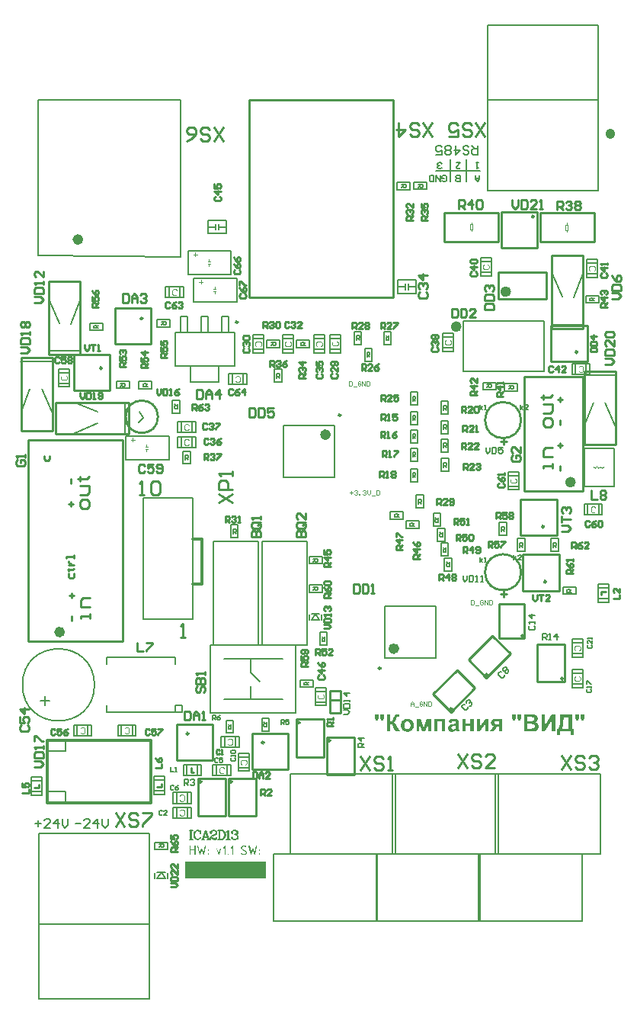
<source format=gto>
G04*
G04 #@! TF.GenerationSoftware,Altium Limited,Altium Designer,19.1.5 (86)*
G04*
G04 Layer_Color=65535*
%FSLAX44Y44*%
%MOMM*%
G71*
G01*
G75*
%ADD10C,0.2540*%
%ADD11C,0.2500*%
%ADD12C,0.6000*%
%ADD13C,0.1000*%
%ADD14C,0.2000*%
%ADD15C,1.0000*%
%ADD16C,0.1500*%
%ADD17C,0.0500*%
%ADD18C,0.3000*%
%ADD19R,9.0170X1.8830*%
G36*
X2246978Y1277046D02*
X2246367Y1273492D01*
X2243647D01*
X2242980Y1277046D01*
Y1280322D01*
X2246978D01*
Y1277046D01*
D02*
G37*
G36*
X2241065D02*
X2240454Y1273492D01*
X2237733D01*
X2237067Y1277046D01*
Y1280322D01*
X2241065D01*
Y1277046D01*
D02*
G37*
G36*
X2176462Y1277046D02*
X2175851Y1273492D01*
X2173131D01*
X2172464Y1277046D01*
Y1280322D01*
X2176462D01*
Y1277046D01*
D02*
G37*
G36*
X2170549D02*
X2169938Y1273492D01*
X2167218D01*
X2166551Y1277046D01*
Y1280322D01*
X2170549D01*
Y1277046D01*
D02*
G37*
G36*
X2024131Y1277046D02*
X2023520Y1273492D01*
X2020800D01*
X2020133Y1277046D01*
Y1280321D01*
X2024131D01*
Y1277046D01*
D02*
G37*
G36*
X2018218D02*
X2017607Y1273492D01*
X2014886D01*
X2014220Y1277046D01*
Y1280321D01*
X2018218D01*
Y1277046D01*
D02*
G37*
G36*
X2041427Y1277601D02*
X2040677D01*
X2040455Y1277573D01*
X2040205D01*
X2039622Y1277462D01*
X2039345Y1277406D01*
X2039123Y1277295D01*
X2039095D01*
X2039039Y1277240D01*
X2038928Y1277184D01*
X2038790Y1277073D01*
X2038651Y1276962D01*
X2038512Y1276796D01*
X2038345Y1276629D01*
X2038206Y1276407D01*
X2038179Y1276379D01*
X2038151Y1276296D01*
X2038068Y1276102D01*
X2037957Y1275880D01*
X2037818Y1275519D01*
X2037651Y1275102D01*
X2037540Y1274852D01*
X2037429Y1274547D01*
X2037318Y1274241D01*
X2037207Y1273908D01*
X2037179Y1273853D01*
X2037152Y1273742D01*
X2037068Y1273548D01*
X2036985Y1273325D01*
X2036846Y1273075D01*
X2036735Y1272798D01*
X2036596Y1272520D01*
X2036430Y1272243D01*
X2036402Y1272215D01*
X2036346Y1272132D01*
X2036263Y1271993D01*
X2036097Y1271826D01*
X2035902Y1271632D01*
X2035652Y1271438D01*
X2035347Y1271215D01*
X2034986Y1270993D01*
X2035014D01*
X2035042Y1270966D01*
X2035208Y1270910D01*
X2035430Y1270799D01*
X2035736Y1270660D01*
X2036069Y1270466D01*
X2036430Y1270188D01*
X2036791Y1269883D01*
X2037124Y1269494D01*
X2037152Y1269439D01*
X2037263Y1269300D01*
X2037457Y1269050D01*
X2037679Y1268689D01*
X2037957Y1268245D01*
X2038262Y1267690D01*
X2038623Y1267079D01*
X2038984Y1266357D01*
X2041621Y1261110D01*
X2037041D01*
X2034736Y1266052D01*
Y1266079D01*
X2034681Y1266135D01*
X2034625Y1266274D01*
X2034514Y1266468D01*
X2034486Y1266496D01*
X2034459Y1266551D01*
X2034431Y1266635D01*
X2034348Y1266746D01*
X2034264Y1266885D01*
X2034153Y1267107D01*
X2034014Y1267356D01*
Y1267384D01*
X2033987Y1267412D01*
X2033903Y1267579D01*
X2033765Y1267829D01*
X2033598Y1268106D01*
X2033404Y1268411D01*
X2033209Y1268717D01*
X2033015Y1268967D01*
X2032821Y1269133D01*
X2032793Y1269161D01*
X2032737Y1269189D01*
X2032626Y1269244D01*
X2032460Y1269328D01*
X2032265Y1269383D01*
X2032016Y1269439D01*
X2031710Y1269494D01*
X2031377Y1269522D01*
Y1261110D01*
X2027490D01*
Y1280321D01*
X2031377D01*
Y1272132D01*
X2031433D01*
X2031571Y1272159D01*
X2031794Y1272187D01*
X2032071Y1272243D01*
X2032349Y1272326D01*
X2032654Y1272437D01*
X2032904Y1272604D01*
X2033098Y1272770D01*
X2033126Y1272798D01*
X2033182Y1272909D01*
X2033293Y1273075D01*
X2033376Y1273214D01*
X2033459Y1273353D01*
X2033542Y1273548D01*
X2033654Y1273742D01*
X2033765Y1273992D01*
X2033903Y1274269D01*
X2034042Y1274602D01*
X2034209Y1274963D01*
X2034375Y1275352D01*
X2034542Y1275796D01*
X2034570Y1275824D01*
X2034597Y1275935D01*
X2034653Y1276102D01*
X2034736Y1276296D01*
X2034847Y1276546D01*
X2034986Y1276823D01*
X2035291Y1277462D01*
X2035652Y1278101D01*
X2036069Y1278739D01*
X2036291Y1279044D01*
X2036513Y1279294D01*
X2036735Y1279516D01*
X2036957Y1279683D01*
X2036985D01*
X2037013Y1279711D01*
X2037096Y1279766D01*
X2037179Y1279794D01*
X2037318Y1279849D01*
X2037485Y1279933D01*
X2037679Y1279988D01*
X2037901Y1280072D01*
X2038151Y1280127D01*
X2038429Y1280183D01*
X2038762Y1280266D01*
X2039095Y1280321D01*
X2039484Y1280377D01*
X2039900Y1280405D01*
X2040344Y1280432D01*
X2041149D01*
X2041288Y1280460D01*
X2041427D01*
Y1277601D01*
D02*
G37*
G36*
X2123686Y1261110D02*
X2119994D01*
Y1266968D01*
X2114719D01*
Y1261110D01*
X2111027D01*
Y1275047D01*
X2114719D01*
Y1269938D01*
X2119994D01*
Y1275047D01*
X2123686D01*
Y1261110D01*
D02*
G37*
G36*
X2214496D02*
X2210860D01*
Y1273686D01*
X2203031Y1261110D01*
X2199144D01*
Y1280322D01*
X2202781D01*
Y1267440D01*
X2210638Y1280322D01*
X2214496D01*
Y1261110D01*
D02*
G37*
G36*
X2140094D02*
X2136568D01*
Y1269994D01*
X2130821Y1261110D01*
X2127295D01*
Y1275047D01*
X2130821D01*
Y1266274D01*
X2136485Y1275047D01*
X2140094D01*
Y1261110D01*
D02*
G37*
G36*
X2076324Y1261110D02*
X2073187D01*
Y1270272D01*
X2069800Y1261110D01*
X2066635D01*
X2063415Y1270272D01*
Y1261110D01*
X2060278D01*
Y1275047D01*
X2064858D01*
X2068273Y1265330D01*
X2071771Y1275047D01*
X2076324D01*
Y1261110D01*
D02*
G37*
G36*
X2188705Y1280294D02*
X2189261Y1280266D01*
X2189816Y1280238D01*
X2190343Y1280183D01*
X2190815Y1280127D01*
X2190871D01*
X2191010Y1280099D01*
X2191204Y1280044D01*
X2191482Y1279961D01*
X2191787Y1279849D01*
X2192120Y1279711D01*
X2192481Y1279544D01*
X2192814Y1279322D01*
X2192842Y1279294D01*
X2192953Y1279211D01*
X2193120Y1279072D01*
X2193342Y1278906D01*
X2193564Y1278656D01*
X2193814Y1278378D01*
X2194064Y1278073D01*
X2194286Y1277712D01*
X2194313Y1277656D01*
X2194369Y1277545D01*
X2194480Y1277323D01*
X2194591Y1277046D01*
X2194702Y1276712D01*
X2194813Y1276351D01*
X2194869Y1275907D01*
X2194896Y1275463D01*
Y1275435D01*
Y1275408D01*
Y1275241D01*
X2194869Y1274991D01*
X2194813Y1274658D01*
X2194702Y1274269D01*
X2194591Y1273853D01*
X2194397Y1273436D01*
X2194147Y1272992D01*
X2194119Y1272937D01*
X2194008Y1272798D01*
X2193841Y1272604D01*
X2193647Y1272354D01*
X2193369Y1272104D01*
X2193036Y1271798D01*
X2192648Y1271549D01*
X2192204Y1271299D01*
X2192231D01*
X2192287Y1271271D01*
X2192370Y1271243D01*
X2192481Y1271216D01*
X2192814Y1271077D01*
X2193203Y1270882D01*
X2193619Y1270660D01*
X2194091Y1270355D01*
X2194508Y1269994D01*
X2194896Y1269550D01*
X2194924Y1269494D01*
X2195035Y1269328D01*
X2195202Y1269078D01*
X2195368Y1268745D01*
X2195535Y1268300D01*
X2195701Y1267829D01*
X2195813Y1267273D01*
X2195840Y1266663D01*
Y1266635D01*
Y1266607D01*
Y1266440D01*
X2195813Y1266190D01*
X2195757Y1265857D01*
X2195701Y1265469D01*
X2195591Y1265024D01*
X2195424Y1264580D01*
X2195229Y1264108D01*
X2195202Y1264053D01*
X2195119Y1263914D01*
X2194980Y1263692D01*
X2194785Y1263414D01*
X2194563Y1263081D01*
X2194258Y1262776D01*
X2193952Y1262443D01*
X2193564Y1262137D01*
X2193508Y1262110D01*
X2193369Y1262026D01*
X2193147Y1261887D01*
X2192842Y1261749D01*
X2192453Y1261582D01*
X2192009Y1261443D01*
X2191509Y1261304D01*
X2190954Y1261221D01*
X2190843D01*
X2190732Y1261193D01*
X2190454D01*
X2190260Y1261165D01*
X2189733D01*
X2189400Y1261138D01*
X2188567D01*
X2188095Y1261110D01*
X2179766D01*
Y1280322D01*
X2188206D01*
X2188705Y1280294D01*
D02*
G37*
G36*
X2155807Y1261110D02*
X2152115D01*
Y1266885D01*
X2151560D01*
X2151365Y1266857D01*
X2151115D01*
X2150532Y1266746D01*
X2150255Y1266663D01*
X2150033Y1266551D01*
X2150005Y1266524D01*
X2149949Y1266496D01*
X2149811Y1266413D01*
X2149672Y1266274D01*
X2149477Y1266107D01*
X2149283Y1265885D01*
X2149033Y1265580D01*
X2148783Y1265247D01*
X2148561Y1264997D01*
X2146174Y1261110D01*
X2141898D01*
X2144508Y1265135D01*
Y1265163D01*
X2144563Y1265219D01*
X2144619Y1265302D01*
X2144702Y1265413D01*
X2144924Y1265691D01*
X2145202Y1266024D01*
X2145507Y1266385D01*
X2145868Y1266690D01*
X2146201Y1266940D01*
X2146396Y1267051D01*
X2146562Y1267107D01*
X2146507D01*
X2146424Y1267134D01*
X2146313D01*
X2146007Y1267190D01*
X2145674Y1267301D01*
X2145258Y1267440D01*
X2144841Y1267662D01*
X2144425Y1267940D01*
X2144036Y1268300D01*
X2144008Y1268356D01*
X2143897Y1268495D01*
X2143731Y1268745D01*
X2143564Y1269050D01*
X2143398Y1269466D01*
X2143231Y1269938D01*
X2143120Y1270466D01*
X2143092Y1271077D01*
Y1271104D01*
Y1271132D01*
Y1271299D01*
X2143120Y1271549D01*
X2143175Y1271854D01*
X2143231Y1272215D01*
X2143342Y1272604D01*
X2143509Y1272992D01*
X2143703Y1273353D01*
X2143731Y1273409D01*
X2143814Y1273520D01*
X2143953Y1273686D01*
X2144147Y1273881D01*
X2144397Y1274103D01*
X2144675Y1274325D01*
X2145036Y1274519D01*
X2145396Y1274686D01*
X2145452Y1274714D01*
X2145591Y1274741D01*
X2145841Y1274797D01*
X2146174Y1274880D01*
X2146618Y1274936D01*
X2147173Y1274991D01*
X2147812Y1275019D01*
X2148533Y1275047D01*
X2155807D01*
Y1261110D01*
D02*
G37*
G36*
X2102282Y1275324D02*
X2102504D01*
X2103059Y1275269D01*
X2103642Y1275213D01*
X2104253Y1275102D01*
X2104836Y1274936D01*
X2105086Y1274852D01*
X2105336Y1274741D01*
X2105363D01*
X2105391Y1274714D01*
X2105530Y1274630D01*
X2105752Y1274519D01*
X2106002Y1274353D01*
X2106307Y1274130D01*
X2106585Y1273881D01*
X2106835Y1273575D01*
X2107057Y1273270D01*
X2107085Y1273214D01*
X2107140Y1273103D01*
X2107223Y1272853D01*
X2107251Y1272715D01*
X2107307Y1272520D01*
X2107362Y1272326D01*
X2107390Y1272076D01*
X2107446Y1271798D01*
X2107473Y1271493D01*
X2107501Y1271160D01*
X2107529Y1270799D01*
X2107556Y1270410D01*
Y1269966D01*
X2107501Y1265663D01*
Y1265635D01*
Y1265580D01*
Y1265497D01*
Y1265358D01*
Y1265024D01*
X2107529Y1264636D01*
Y1264192D01*
X2107584Y1263747D01*
X2107612Y1263303D01*
X2107668Y1262942D01*
Y1262915D01*
X2107695Y1262803D01*
X2107751Y1262609D01*
X2107806Y1262387D01*
X2107917Y1262110D01*
X2108029Y1261804D01*
X2108167Y1261471D01*
X2108334Y1261110D01*
X2104697D01*
Y1261138D01*
X2104669Y1261165D01*
X2104642Y1261277D01*
X2104586Y1261388D01*
X2104530Y1261526D01*
X2104475Y1261721D01*
X2104419Y1261943D01*
X2104336Y1262193D01*
Y1262221D01*
X2104308Y1262248D01*
X2104281Y1262359D01*
X2104225Y1262498D01*
X2104197Y1262609D01*
X2104142Y1262581D01*
X2104031Y1262470D01*
X2103836Y1262304D01*
X2103586Y1262110D01*
X2103281Y1261887D01*
X2102948Y1261637D01*
X2102559Y1261443D01*
X2102171Y1261249D01*
X2102115Y1261221D01*
X2101976Y1261193D01*
X2101754Y1261110D01*
X2101477Y1261027D01*
X2101143Y1260944D01*
X2100755Y1260888D01*
X2100311Y1260832D01*
X2099866Y1260805D01*
X2099672D01*
X2099505Y1260832D01*
X2099339D01*
X2099117Y1260860D01*
X2098645Y1260944D01*
X2098090Y1261082D01*
X2097534Y1261277D01*
X2096979Y1261554D01*
X2096479Y1261943D01*
Y1261971D01*
X2096424Y1261998D01*
X2096285Y1262165D01*
X2096091Y1262415D01*
X2095869Y1262748D01*
X2095647Y1263164D01*
X2095452Y1263664D01*
X2095313Y1264247D01*
X2095286Y1264553D01*
X2095258Y1264886D01*
Y1264941D01*
Y1265080D01*
X2095286Y1265302D01*
X2095341Y1265580D01*
X2095397Y1265913D01*
X2095480Y1266246D01*
X2095619Y1266607D01*
X2095813Y1266968D01*
X2095841Y1267023D01*
X2095924Y1267134D01*
X2096035Y1267301D01*
X2096230Y1267495D01*
X2096424Y1267717D01*
X2096702Y1267967D01*
X2097007Y1268189D01*
X2097368Y1268384D01*
X2097423Y1268411D01*
X2097562Y1268467D01*
X2097784Y1268550D01*
X2098117Y1268689D01*
X2098534Y1268828D01*
X2099034Y1268967D01*
X2099644Y1269106D01*
X2100311Y1269244D01*
X2100338D01*
X2100422Y1269272D01*
X2100560Y1269300D01*
X2100727Y1269328D01*
X2100949Y1269355D01*
X2101199Y1269411D01*
X2101754Y1269550D01*
X2102337Y1269688D01*
X2102948Y1269827D01*
X2103475Y1269994D01*
X2103725Y1270077D01*
X2103920Y1270161D01*
Y1270521D01*
Y1270577D01*
Y1270688D01*
X2103892Y1270882D01*
X2103864Y1271132D01*
X2103781Y1271382D01*
X2103698Y1271632D01*
X2103559Y1271854D01*
X2103364Y1272048D01*
X2103337Y1272076D01*
X2103253Y1272132D01*
X2103115Y1272187D01*
X2102920Y1272298D01*
X2102643Y1272382D01*
X2102310Y1272437D01*
X2101893Y1272493D01*
X2101393Y1272520D01*
X2101227D01*
X2101060Y1272493D01*
X2100838Y1272465D01*
X2100588Y1272409D01*
X2100311Y1272354D01*
X2100061Y1272243D01*
X2099839Y1272104D01*
X2099811Y1272076D01*
X2099755Y1272021D01*
X2099644Y1271937D01*
X2099533Y1271798D01*
X2099367Y1271604D01*
X2099228Y1271354D01*
X2099089Y1271077D01*
X2098950Y1270743D01*
X2095647Y1271354D01*
Y1271382D01*
X2095674Y1271438D01*
X2095702Y1271549D01*
X2095758Y1271687D01*
X2095813Y1271854D01*
X2095896Y1272048D01*
X2096091Y1272493D01*
X2096368Y1272964D01*
X2096702Y1273464D01*
X2097090Y1273936D01*
X2097562Y1274353D01*
X2097590D01*
X2097618Y1274408D01*
X2097701Y1274436D01*
X2097812Y1274519D01*
X2097979Y1274575D01*
X2098145Y1274658D01*
X2098367Y1274769D01*
X2098589Y1274852D01*
X2098867Y1274936D01*
X2099172Y1275047D01*
X2099505Y1275130D01*
X2099894Y1275185D01*
X2100283Y1275269D01*
X2100727Y1275296D01*
X2101171Y1275352D01*
X2102087D01*
X2102282Y1275324D01*
D02*
G37*
G36*
X2092232Y1261110D02*
X2088539D01*
Y1272076D01*
X2083570Y1272076D01*
Y1261110D01*
X2079878D01*
Y1275047D01*
X2092232Y1275047D01*
Y1261110D01*
D02*
G37*
G36*
X2050616Y1275324D02*
X2050894Y1275296D01*
X2051199Y1275241D01*
X2051560Y1275185D01*
X2051921Y1275102D01*
X2052337Y1274991D01*
X2052754Y1274852D01*
X2053170Y1274686D01*
X2053615Y1274491D01*
X2054059Y1274241D01*
X2054475Y1273964D01*
X2054892Y1273659D01*
X2055280Y1273298D01*
X2055308Y1273270D01*
X2055364Y1273214D01*
X2055475Y1273075D01*
X2055586Y1272937D01*
X2055752Y1272715D01*
X2055919Y1272493D01*
X2056113Y1272187D01*
X2056308Y1271882D01*
X2056474Y1271521D01*
X2056668Y1271132D01*
X2056835Y1270688D01*
X2057002Y1270244D01*
X2057113Y1269744D01*
X2057224Y1269244D01*
X2057279Y1268689D01*
X2057307Y1268106D01*
Y1268078D01*
Y1267967D01*
Y1267801D01*
X2057279Y1267579D01*
X2057251Y1267301D01*
X2057196Y1266996D01*
X2057140Y1266635D01*
X2057057Y1266274D01*
X2056946Y1265857D01*
X2056807Y1265441D01*
X2056641Y1264997D01*
X2056446Y1264553D01*
X2056196Y1264108D01*
X2055919Y1263692D01*
X2055613Y1263276D01*
X2055253Y1262859D01*
X2055225Y1262831D01*
X2055169Y1262776D01*
X2055058Y1262665D01*
X2054892Y1262526D01*
X2054697Y1262387D01*
X2054447Y1262221D01*
X2054170Y1262026D01*
X2053864Y1261832D01*
X2053504Y1261637D01*
X2053115Y1261443D01*
X2052698Y1261277D01*
X2052227Y1261138D01*
X2051754Y1260999D01*
X2051227Y1260888D01*
X2050699Y1260832D01*
X2050116Y1260805D01*
X2049922D01*
X2049783Y1260832D01*
X2049617D01*
X2049422Y1260860D01*
X2048951Y1260916D01*
X2048367Y1261027D01*
X2047757Y1261165D01*
X2047118Y1261388D01*
X2046452Y1261665D01*
X2046424D01*
X2046369Y1261693D01*
X2046285Y1261749D01*
X2046174Y1261832D01*
X2045869Y1262026D01*
X2045480Y1262304D01*
X2045064Y1262665D01*
X2044620Y1263109D01*
X2044203Y1263609D01*
X2043815Y1264192D01*
Y1264219D01*
X2043787Y1264275D01*
X2043731Y1264358D01*
X2043676Y1264497D01*
X2043620Y1264664D01*
X2043537Y1264858D01*
X2043454Y1265080D01*
X2043370Y1265330D01*
X2043287Y1265608D01*
X2043204Y1265913D01*
X2043065Y1266607D01*
X2042954Y1267412D01*
X2042926Y1268273D01*
Y1268300D01*
Y1268356D01*
Y1268467D01*
X2042954Y1268578D01*
Y1268745D01*
X2042982Y1268939D01*
X2043037Y1269411D01*
X2043148Y1269938D01*
X2043315Y1270521D01*
X2043509Y1271160D01*
X2043815Y1271798D01*
Y1271826D01*
X2043870Y1271882D01*
X2043898Y1271965D01*
X2043981Y1272076D01*
X2044203Y1272382D01*
X2044481Y1272770D01*
X2044842Y1273187D01*
X2045286Y1273631D01*
X2045786Y1274047D01*
X2046369Y1274436D01*
X2046396D01*
X2046452Y1274464D01*
X2046535Y1274519D01*
X2046674Y1274575D01*
X2046813Y1274658D01*
X2047007Y1274714D01*
X2047229Y1274797D01*
X2047451Y1274908D01*
X2048007Y1275074D01*
X2048645Y1275213D01*
X2049339Y1275324D01*
X2050089Y1275352D01*
X2050394D01*
X2050616Y1275324D01*
D02*
G37*
G36*
X2233236Y1264358D02*
X2234930D01*
Y1256918D01*
X2231681Y1256918D01*
Y1261110D01*
X2219633D01*
Y1256918D01*
X2216384D01*
Y1264358D01*
X2218022D01*
X2218050Y1264386D01*
X2218078Y1264469D01*
X2218133Y1264608D01*
X2218217Y1264802D01*
X2218300Y1265024D01*
X2218411Y1265302D01*
X2218522Y1265635D01*
X2218661Y1265996D01*
X2218772Y1266385D01*
X2218911Y1266829D01*
X2219050Y1267301D01*
X2219161Y1267801D01*
X2219299Y1268328D01*
X2219410Y1268883D01*
X2219577Y1270050D01*
Y1270077D01*
X2219605Y1270188D01*
Y1270383D01*
X2219633Y1270632D01*
X2219660Y1270966D01*
X2219688Y1271327D01*
X2219744Y1271798D01*
X2219771Y1272298D01*
X2219799Y1272853D01*
X2219855Y1273492D01*
X2219882Y1274158D01*
X2219910Y1274880D01*
X2219938Y1275657D01*
Y1276490D01*
X2219966Y1277351D01*
Y1278267D01*
Y1280322D01*
X2233236Y1280322D01*
Y1264358D01*
D02*
G37*
G36*
X1868418Y1134467D02*
X1868585Y1134449D01*
X1868789Y1134430D01*
X1869011Y1134412D01*
X1869455Y1134338D01*
X1869937Y1134245D01*
X1870381Y1134097D01*
X1870603Y1134005D01*
X1870788Y1133893D01*
X1870807D01*
X1870844Y1133856D01*
X1870955Y1133764D01*
X1871048Y1133616D01*
X1871085Y1133523D01*
X1871103Y1133430D01*
Y1133412D01*
Y1133393D01*
X1871085Y1133301D01*
X1871029Y1133171D01*
X1870936Y1133042D01*
X1870918Y1133023D01*
X1870844Y1132968D01*
X1870733Y1132912D01*
X1870585Y1132894D01*
X1870529D01*
X1870437Y1132912D01*
X1870344Y1132949D01*
X1870325D01*
X1870288Y1132968D01*
X1870233Y1132986D01*
X1870140Y1133023D01*
X1870029Y1133060D01*
X1869900Y1133097D01*
X1869603Y1133190D01*
X1869233Y1133282D01*
X1868826Y1133356D01*
X1868400Y1133412D01*
X1867955Y1133430D01*
X1867844D01*
X1867715Y1133412D01*
X1867567Y1133375D01*
X1867381Y1133319D01*
X1867196Y1133227D01*
X1867011Y1133116D01*
X1866826Y1132968D01*
X1866807Y1132949D01*
X1866752Y1132894D01*
X1866678Y1132782D01*
X1866604Y1132653D01*
X1866530Y1132486D01*
X1866456Y1132301D01*
X1866400Y1132079D01*
X1866381Y1131838D01*
Y1131820D01*
Y1131801D01*
X1866400Y1131690D01*
X1866418Y1131505D01*
X1866492Y1131301D01*
X1866585Y1131079D01*
X1866733Y1130838D01*
X1866955Y1130616D01*
X1867085Y1130523D01*
X1867233Y1130431D01*
X1870196Y1128912D01*
X1870214D01*
X1870251Y1128875D01*
X1870325Y1128838D01*
X1870418Y1128764D01*
X1870659Y1128598D01*
X1870788Y1128487D01*
X1870918Y1128338D01*
X1871048Y1128190D01*
X1871177Y1128024D01*
X1871307Y1127820D01*
X1871418Y1127616D01*
X1871510Y1127394D01*
X1871585Y1127135D01*
X1871622Y1126876D01*
X1871640Y1126579D01*
Y1126561D01*
Y1126524D01*
Y1126468D01*
X1871622Y1126394D01*
X1871603Y1126190D01*
X1871548Y1125931D01*
X1871455Y1125635D01*
X1871307Y1125339D01*
X1871122Y1125005D01*
X1870862Y1124709D01*
X1870825Y1124672D01*
X1870733Y1124598D01*
X1870566Y1124469D01*
X1870344Y1124339D01*
X1870066Y1124191D01*
X1869751Y1124061D01*
X1869381Y1123987D01*
X1868992Y1123950D01*
X1868807D01*
X1868659Y1123969D01*
X1868492Y1123987D01*
X1868307Y1124006D01*
X1868085Y1124043D01*
X1867826Y1124098D01*
X1867289Y1124228D01*
X1867011Y1124320D01*
X1866715Y1124431D01*
X1866418Y1124561D01*
X1866122Y1124728D01*
X1865826Y1124894D01*
X1865548Y1125098D01*
X1865511Y1125135D01*
X1865437Y1125209D01*
X1865363Y1125357D01*
X1865345Y1125431D01*
X1865326Y1125524D01*
Y1125542D01*
Y1125561D01*
X1865345Y1125654D01*
X1865381Y1125783D01*
X1865474Y1125894D01*
X1865493Y1125913D01*
X1865585Y1125968D01*
X1865696Y1126024D01*
X1865844Y1126042D01*
X1865863D01*
X1865937Y1126024D01*
X1866030Y1126005D01*
X1866141Y1125950D01*
X1866159Y1125931D01*
X1866233Y1125894D01*
X1866344Y1125839D01*
X1866492Y1125765D01*
X1866696Y1125654D01*
X1866955Y1125524D01*
X1867252Y1125394D01*
X1867603Y1125228D01*
X1867641D01*
X1867715Y1125191D01*
X1867844Y1125154D01*
X1868011Y1125117D01*
X1868215Y1125079D01*
X1868455Y1125042D01*
X1868714Y1125024D01*
X1868992Y1125005D01*
X1869103D01*
X1869233Y1125024D01*
X1869381Y1125061D01*
X1869566Y1125117D01*
X1869751Y1125209D01*
X1869937Y1125320D01*
X1870122Y1125468D01*
X1870140Y1125487D01*
X1870196Y1125542D01*
X1870270Y1125654D01*
X1870363Y1125783D01*
X1870437Y1125950D01*
X1870511Y1126135D01*
X1870566Y1126339D01*
X1870585Y1126579D01*
Y1126598D01*
Y1126616D01*
X1870566Y1126746D01*
X1870548Y1126913D01*
X1870474Y1127116D01*
X1870363Y1127338D01*
X1870214Y1127579D01*
X1869992Y1127802D01*
X1869844Y1127894D01*
X1869696Y1127987D01*
X1866752Y1129505D01*
X1866733Y1129523D01*
X1866696Y1129542D01*
X1866622Y1129579D01*
X1866530Y1129653D01*
X1866307Y1129820D01*
X1866178Y1129949D01*
X1866048Y1130079D01*
X1865900Y1130227D01*
X1865770Y1130394D01*
X1865659Y1130598D01*
X1865548Y1130801D01*
X1865456Y1131023D01*
X1865381Y1131283D01*
X1865345Y1131542D01*
X1865326Y1131838D01*
Y1131857D01*
Y1131894D01*
Y1131949D01*
X1865345Y1132023D01*
X1865363Y1132227D01*
X1865419Y1132486D01*
X1865511Y1132782D01*
X1865641Y1133097D01*
X1865826Y1133412D01*
X1866085Y1133708D01*
X1866122Y1133745D01*
X1866233Y1133838D01*
X1866381Y1133949D01*
X1866604Y1134097D01*
X1866881Y1134245D01*
X1867196Y1134356D01*
X1867567Y1134449D01*
X1867955Y1134486D01*
X1868252D01*
X1868418Y1134467D01*
D02*
G37*
G36*
X1814424Y1134449D02*
X1814535Y1134393D01*
X1814628Y1134338D01*
X1814720Y1134245D01*
X1814776Y1134116D01*
X1814794Y1133930D01*
Y1124469D01*
Y1124450D01*
Y1124394D01*
X1814776Y1124302D01*
X1814720Y1124209D01*
X1814664Y1124117D01*
X1814572Y1124024D01*
X1814442Y1123969D01*
X1814257Y1123950D01*
X1814183D01*
X1814091Y1123987D01*
X1813998Y1124024D01*
X1813905Y1124080D01*
X1813813Y1124172D01*
X1813757Y1124302D01*
X1813739Y1124469D01*
Y1129209D01*
X1809535D01*
Y1124469D01*
Y1124450D01*
Y1124394D01*
X1809517Y1124302D01*
X1809461Y1124209D01*
X1809406Y1124117D01*
X1809313Y1124024D01*
X1809184Y1123969D01*
X1808999Y1123950D01*
X1808924D01*
X1808832Y1123987D01*
X1808739Y1124024D01*
X1808647Y1124080D01*
X1808554Y1124172D01*
X1808499Y1124302D01*
X1808480Y1124469D01*
Y1133930D01*
Y1133949D01*
Y1134023D01*
X1808517Y1134097D01*
X1808554Y1134208D01*
X1808610Y1134301D01*
X1808702Y1134393D01*
X1808832Y1134449D01*
X1808999Y1134467D01*
X1809091D01*
X1809165Y1134449D01*
X1809276Y1134393D01*
X1809369Y1134338D01*
X1809461Y1134245D01*
X1809517Y1134116D01*
X1809535Y1133930D01*
Y1130264D01*
X1813739D01*
Y1133930D01*
Y1133949D01*
Y1134023D01*
X1813776Y1134097D01*
X1813813Y1134208D01*
X1813868Y1134301D01*
X1813961Y1134393D01*
X1814091Y1134449D01*
X1814257Y1134467D01*
X1814350D01*
X1814424Y1134449D01*
D02*
G37*
G36*
X1886009Y1130246D02*
X1886120Y1130190D01*
X1886213Y1130135D01*
X1886305Y1130042D01*
X1886361Y1129912D01*
X1886379Y1129727D01*
Y1129209D01*
Y1129190D01*
Y1129135D01*
X1886361Y1129042D01*
X1886305Y1128950D01*
X1886250Y1128838D01*
X1886157Y1128764D01*
X1886028Y1128690D01*
X1885842Y1128672D01*
X1885768D01*
X1885676Y1128709D01*
X1885583Y1128746D01*
X1885491Y1128801D01*
X1885398Y1128894D01*
X1885342Y1129024D01*
X1885324Y1129209D01*
Y1129727D01*
Y1129746D01*
Y1129820D01*
X1885361Y1129894D01*
X1885398Y1130005D01*
X1885453Y1130098D01*
X1885546Y1130190D01*
X1885676Y1130246D01*
X1885842Y1130264D01*
X1885935D01*
X1886009Y1130246D01*
D02*
G37*
G36*
X1829163Y1130246D02*
X1829274Y1130190D01*
X1829367Y1130135D01*
X1829459Y1130042D01*
X1829515Y1129912D01*
X1829533Y1129727D01*
Y1129209D01*
Y1129190D01*
Y1129135D01*
X1829515Y1129042D01*
X1829459Y1128950D01*
X1829404Y1128838D01*
X1829311Y1128764D01*
X1829182Y1128690D01*
X1828996Y1128672D01*
X1828922D01*
X1828830Y1128709D01*
X1828737Y1128746D01*
X1828645Y1128801D01*
X1828552Y1128894D01*
X1828496Y1129024D01*
X1828478Y1129209D01*
Y1129727D01*
Y1129746D01*
Y1129820D01*
X1828515Y1129894D01*
X1828552Y1130005D01*
X1828607Y1130098D01*
X1828700Y1130190D01*
X1828830Y1130246D01*
X1828996Y1130264D01*
X1829089D01*
X1829163Y1130246D01*
D02*
G37*
G36*
X1882861Y1134449D02*
X1882954Y1134393D01*
X1883046Y1134338D01*
X1883139Y1134245D01*
X1883194Y1134116D01*
X1883213Y1133931D01*
Y1133912D01*
X1883194Y1133819D01*
X1881102Y1124376D01*
Y1124357D01*
X1881084Y1124302D01*
X1881047Y1124246D01*
X1881010Y1124172D01*
X1880936Y1124080D01*
X1880843Y1124024D01*
X1880732Y1123969D01*
X1880584Y1123950D01*
X1880528D01*
X1880454Y1123969D01*
X1880380Y1124006D01*
X1880287Y1124061D01*
X1880195Y1124135D01*
X1880121Y1124246D01*
X1880047Y1124394D01*
X1878473Y1129116D01*
X1876899Y1124394D01*
Y1124376D01*
X1876862Y1124320D01*
X1876825Y1124246D01*
X1876769Y1124172D01*
X1876695Y1124098D01*
X1876603Y1124024D01*
X1876492Y1123969D01*
X1876362Y1123950D01*
X1876306D01*
X1876232Y1123969D01*
X1876140Y1124006D01*
X1876066Y1124061D01*
X1875973Y1124135D01*
X1875899Y1124246D01*
X1875843Y1124394D01*
X1873751Y1133819D01*
Y1133838D01*
Y1133856D01*
X1873732Y1133930D01*
Y1133949D01*
Y1134023D01*
X1873770Y1134097D01*
X1873807Y1134208D01*
X1873862Y1134301D01*
X1873955Y1134393D01*
X1874084Y1134449D01*
X1874270Y1134467D01*
X1874344D01*
X1874418Y1134449D01*
X1874492Y1134412D01*
X1874584Y1134356D01*
X1874677Y1134282D01*
X1874732Y1134190D01*
X1874788Y1134042D01*
X1876473Y1126431D01*
X1877954Y1130875D01*
Y1130894D01*
X1877991Y1130949D01*
X1878028Y1131005D01*
X1878084Y1131097D01*
X1878139Y1131171D01*
X1878232Y1131227D01*
X1878343Y1131283D01*
X1878473Y1131301D01*
X1878528D01*
X1878602Y1131283D01*
X1878695Y1131245D01*
X1878769Y1131190D01*
X1878862Y1131116D01*
X1878936Y1131023D01*
X1879010Y1130875D01*
X1880473Y1126450D01*
X1882176Y1134042D01*
Y1134060D01*
X1882195Y1134116D01*
X1882232Y1134171D01*
X1882269Y1134264D01*
X1882343Y1134338D01*
X1882435Y1134393D01*
X1882546Y1134449D01*
X1882695Y1134467D01*
X1882769D01*
X1882861Y1134449D01*
D02*
G37*
G36*
X1826015Y1134449D02*
X1826108Y1134393D01*
X1826200Y1134338D01*
X1826293Y1134245D01*
X1826349Y1134116D01*
X1826367Y1133930D01*
Y1133912D01*
X1826349Y1133819D01*
X1824256Y1124376D01*
Y1124357D01*
X1824238Y1124302D01*
X1824201Y1124246D01*
X1824164Y1124172D01*
X1824090Y1124080D01*
X1823997Y1124024D01*
X1823886Y1123969D01*
X1823738Y1123950D01*
X1823682D01*
X1823608Y1123969D01*
X1823534Y1124006D01*
X1823441Y1124061D01*
X1823349Y1124135D01*
X1823275Y1124246D01*
X1823201Y1124394D01*
X1821627Y1129116D01*
X1820053Y1124394D01*
Y1124376D01*
X1820016Y1124320D01*
X1819979Y1124246D01*
X1819923Y1124172D01*
X1819849Y1124098D01*
X1819757Y1124024D01*
X1819646Y1123969D01*
X1819516Y1123950D01*
X1819460D01*
X1819386Y1123969D01*
X1819294Y1124006D01*
X1819220Y1124061D01*
X1819127Y1124135D01*
X1819053Y1124246D01*
X1818997Y1124394D01*
X1816905Y1133819D01*
Y1133838D01*
Y1133856D01*
X1816886Y1133930D01*
Y1133949D01*
Y1134023D01*
X1816924Y1134097D01*
X1816961Y1134208D01*
X1817016Y1134301D01*
X1817109Y1134393D01*
X1817238Y1134449D01*
X1817424Y1134467D01*
X1817498D01*
X1817572Y1134449D01*
X1817646Y1134412D01*
X1817738Y1134356D01*
X1817831Y1134282D01*
X1817886Y1134190D01*
X1817942Y1134042D01*
X1819627Y1126431D01*
X1821108Y1130875D01*
Y1130894D01*
X1821145Y1130949D01*
X1821182Y1131005D01*
X1821238Y1131097D01*
X1821293Y1131171D01*
X1821386Y1131227D01*
X1821497Y1131283D01*
X1821627Y1131301D01*
X1821682D01*
X1821756Y1131283D01*
X1821849Y1131245D01*
X1821923Y1131190D01*
X1822016Y1131116D01*
X1822090Y1131023D01*
X1822164Y1130875D01*
X1823627Y1126450D01*
X1825330Y1134042D01*
Y1134060D01*
X1825349Y1134116D01*
X1825386Y1134171D01*
X1825423Y1134264D01*
X1825497Y1134338D01*
X1825589Y1134393D01*
X1825700Y1134449D01*
X1825849Y1134467D01*
X1825923D01*
X1826015Y1134449D01*
D02*
G37*
G36*
X1842847Y1131301D02*
X1842958Y1131264D01*
X1843051Y1131190D01*
X1843143Y1131097D01*
X1843199Y1130968D01*
X1843217Y1130801D01*
Y1130783D01*
Y1130746D01*
X1843180Y1130616D01*
X1841106Y1124376D01*
Y1124357D01*
X1841069Y1124302D01*
X1841032Y1124246D01*
X1840977Y1124172D01*
X1840903Y1124080D01*
X1840810Y1124024D01*
X1840699Y1123969D01*
X1840569Y1123950D01*
X1840514D01*
X1840440Y1123969D01*
X1840366Y1124006D01*
X1840273Y1124061D01*
X1840199Y1124135D01*
X1840125Y1124228D01*
X1840051Y1124376D01*
X1837977Y1130616D01*
Y1130635D01*
X1837958Y1130671D01*
X1837940Y1130801D01*
Y1130820D01*
Y1130838D01*
X1837958Y1130931D01*
X1837995Y1131042D01*
X1838088Y1131153D01*
X1838125Y1131171D01*
X1838199Y1131245D01*
X1838329Y1131301D01*
X1838477Y1131320D01*
X1838532D01*
X1838607Y1131301D01*
X1838681Y1131283D01*
X1838755Y1131227D01*
X1838847Y1131171D01*
X1838921Y1131079D01*
X1838977Y1130949D01*
X1840569Y1126135D01*
X1842180Y1130949D01*
Y1130968D01*
X1842199Y1131005D01*
X1842291Y1131134D01*
X1842347Y1131208D01*
X1842439Y1131264D01*
X1842551Y1131301D01*
X1842680Y1131320D01*
X1842773D01*
X1842847Y1131301D01*
D02*
G37*
G36*
X1886009Y1126024D02*
X1886120Y1125968D01*
X1886213Y1125913D01*
X1886305Y1125820D01*
X1886361Y1125691D01*
X1886379Y1125505D01*
Y1124987D01*
Y1124968D01*
Y1124913D01*
X1886361Y1124820D01*
X1886305Y1124728D01*
X1886250Y1124635D01*
X1886157Y1124543D01*
X1886028Y1124487D01*
X1885842Y1124469D01*
X1885768D01*
X1885676Y1124505D01*
X1885583Y1124543D01*
X1885491Y1124598D01*
X1885398Y1124691D01*
X1885342Y1124820D01*
X1885324Y1124987D01*
Y1125505D01*
Y1125524D01*
Y1125598D01*
X1885361Y1125672D01*
X1885398Y1125783D01*
X1885453Y1125876D01*
X1885546Y1125968D01*
X1885676Y1126024D01*
X1885842Y1126042D01*
X1885935D01*
X1886009Y1126024D01*
D02*
G37*
G36*
X1829163Y1126024D02*
X1829274Y1125968D01*
X1829367Y1125913D01*
X1829459Y1125820D01*
X1829515Y1125691D01*
X1829533Y1125505D01*
Y1124987D01*
Y1124968D01*
Y1124913D01*
X1829515Y1124820D01*
X1829459Y1124728D01*
X1829404Y1124635D01*
X1829311Y1124542D01*
X1829182Y1124487D01*
X1828996Y1124469D01*
X1828922D01*
X1828830Y1124505D01*
X1828737Y1124542D01*
X1828645Y1124598D01*
X1828552Y1124691D01*
X1828496Y1124820D01*
X1828478Y1124987D01*
Y1125505D01*
Y1125524D01*
Y1125598D01*
X1828515Y1125672D01*
X1828552Y1125783D01*
X1828607Y1125876D01*
X1828700Y1125968D01*
X1828830Y1126024D01*
X1828996Y1126042D01*
X1829089D01*
X1829163Y1126024D01*
D02*
G37*
G36*
X1856531Y1134449D02*
X1856642Y1134393D01*
X1856734Y1134338D01*
X1856827Y1134245D01*
X1856882Y1134116D01*
X1856901Y1133930D01*
Y1124469D01*
Y1124450D01*
Y1124394D01*
X1856882Y1124302D01*
X1856827Y1124209D01*
X1856771Y1124117D01*
X1856679Y1124024D01*
X1856549Y1123969D01*
X1856364Y1123950D01*
X1856290D01*
X1856197Y1123987D01*
X1856105Y1124024D01*
X1856012Y1124080D01*
X1855919Y1124172D01*
X1855864Y1124302D01*
X1855845Y1124469D01*
Y1132671D01*
X1854623Y1131449D01*
X1854605Y1131431D01*
X1854531Y1131375D01*
X1854401Y1131320D01*
X1854253Y1131301D01*
X1854179D01*
X1854086Y1131338D01*
X1853994Y1131375D01*
X1853901Y1131431D01*
X1853809Y1131523D01*
X1853753Y1131653D01*
X1853735Y1131820D01*
Y1131838D01*
Y1131857D01*
X1853753Y1131949D01*
X1853790Y1132079D01*
X1853883Y1132190D01*
X1855938Y1134245D01*
X1855957Y1134264D01*
X1855975Y1134282D01*
X1856068Y1134356D01*
X1856197Y1134430D01*
X1856290Y1134467D01*
X1856456D01*
X1856531Y1134449D01*
D02*
G37*
G36*
X1851272Y1125505D02*
X1851383Y1125450D01*
X1851476Y1125394D01*
X1851568Y1125302D01*
X1851624Y1125172D01*
X1851642Y1124987D01*
Y1124469D01*
Y1124450D01*
Y1124394D01*
X1851624Y1124302D01*
X1851568Y1124209D01*
X1851513Y1124117D01*
X1851420Y1124024D01*
X1851290Y1123969D01*
X1851105Y1123950D01*
X1851031D01*
X1850939Y1123987D01*
X1850846Y1124024D01*
X1850753Y1124080D01*
X1850661Y1124172D01*
X1850605Y1124302D01*
X1850587Y1124469D01*
Y1124987D01*
Y1125005D01*
Y1125079D01*
X1850624Y1125154D01*
X1850661Y1125265D01*
X1850716Y1125357D01*
X1850809Y1125450D01*
X1850939Y1125505D01*
X1851105Y1125524D01*
X1851198D01*
X1851272Y1125505D01*
D02*
G37*
G36*
X1848105Y1134449D02*
X1848217Y1134393D01*
X1848309Y1134338D01*
X1848402Y1134245D01*
X1848457Y1134116D01*
X1848476Y1133930D01*
Y1124469D01*
Y1124450D01*
Y1124394D01*
X1848457Y1124302D01*
X1848402Y1124209D01*
X1848346Y1124117D01*
X1848254Y1124024D01*
X1848124Y1123969D01*
X1847939Y1123950D01*
X1847865D01*
X1847772Y1123987D01*
X1847680Y1124024D01*
X1847587Y1124080D01*
X1847495Y1124172D01*
X1847439Y1124302D01*
X1847420Y1124469D01*
Y1132671D01*
X1846198Y1131449D01*
X1846180Y1131431D01*
X1846106Y1131375D01*
X1845976Y1131320D01*
X1845828Y1131301D01*
X1845754D01*
X1845661Y1131338D01*
X1845569Y1131375D01*
X1845476Y1131431D01*
X1845384Y1131523D01*
X1845328Y1131653D01*
X1845309Y1131820D01*
Y1131838D01*
Y1131857D01*
X1845328Y1131949D01*
X1845365Y1132079D01*
X1845458Y1132190D01*
X1847513Y1134245D01*
X1847531Y1134264D01*
X1847550Y1134282D01*
X1847643Y1134356D01*
X1847772Y1134430D01*
X1847865Y1134467D01*
X1848031D01*
X1848105Y1134449D01*
D02*
G37*
%LPC*%
G36*
X2187512Y1277129D02*
X2183653D01*
Y1272687D01*
X2187373D01*
X2187845Y1272715D01*
X2188705D01*
X2188872Y1272742D01*
X2189039D01*
X2189150Y1272770D01*
X2189316Y1272798D01*
X2189566Y1272881D01*
X2189816Y1272964D01*
X2190066Y1273075D01*
X2190316Y1273214D01*
X2190538Y1273409D01*
X2190565Y1273436D01*
X2190621Y1273520D01*
X2190732Y1273631D01*
X2190843Y1273825D01*
X2190926Y1274047D01*
X2191037Y1274297D01*
X2191093Y1274603D01*
X2191121Y1274936D01*
Y1274963D01*
Y1275074D01*
X2191093Y1275241D01*
X2191065Y1275463D01*
X2191010Y1275685D01*
X2190899Y1275907D01*
X2190788Y1276157D01*
X2190621Y1276379D01*
X2190593Y1276407D01*
X2190538Y1276462D01*
X2190399Y1276574D01*
X2190260Y1276685D01*
X2190038Y1276796D01*
X2189788Y1276907D01*
X2189483Y1276990D01*
X2189150Y1277046D01*
X2189122D01*
X2189011Y1277073D01*
X2188705D01*
X2188539Y1277101D01*
X2187817D01*
X2187512Y1277129D01*
D02*
G37*
G36*
X2187678Y1269494D02*
X2183653D01*
Y1264358D01*
X2187928D01*
X2188345Y1264386D01*
X2188789D01*
X2189233Y1264414D01*
X2189594Y1264442D01*
X2189760D01*
X2189871Y1264469D01*
X2189899D01*
X2190010Y1264497D01*
X2190177Y1264553D01*
X2190371Y1264608D01*
X2190593Y1264719D01*
X2190843Y1264858D01*
X2191065Y1265024D01*
X2191287Y1265219D01*
X2191315Y1265247D01*
X2191371Y1265330D01*
X2191454Y1265469D01*
X2191565Y1265663D01*
X2191676Y1265885D01*
X2191759Y1266163D01*
X2191815Y1266496D01*
X2191843Y1266857D01*
Y1266885D01*
Y1266996D01*
X2191815Y1267162D01*
X2191787Y1267356D01*
X2191732Y1267606D01*
X2191648Y1267829D01*
X2191537Y1268078D01*
X2191398Y1268328D01*
X2191371Y1268356D01*
X2191315Y1268439D01*
X2191232Y1268550D01*
X2191093Y1268661D01*
X2190926Y1268828D01*
X2190704Y1268967D01*
X2190454Y1269106D01*
X2190177Y1269217D01*
X2190149D01*
X2190010Y1269272D01*
X2189788Y1269300D01*
X2189649Y1269328D01*
X2189455Y1269355D01*
X2189261Y1269383D01*
X2189011Y1269411D01*
X2188733Y1269439D01*
X2188400D01*
X2188067Y1269466D01*
X2187678Y1269494D01*
D02*
G37*
G36*
X2152115Y1272687D02*
X2149255D01*
X2148978Y1272659D01*
X2148672Y1272631D01*
X2148339Y1272576D01*
X2148006Y1272520D01*
X2147701Y1272409D01*
X2147451Y1272270D01*
X2147423Y1272243D01*
X2147368Y1272187D01*
X2147256Y1272076D01*
X2147173Y1271937D01*
X2147062Y1271743D01*
X2146951Y1271521D01*
X2146896Y1271216D01*
X2146868Y1270882D01*
Y1270827D01*
Y1270716D01*
X2146896Y1270549D01*
X2146951Y1270355D01*
X2147034Y1270105D01*
X2147145Y1269883D01*
X2147284Y1269661D01*
X2147506Y1269494D01*
X2147534Y1269466D01*
X2147645Y1269439D01*
X2147812Y1269355D01*
X2148034Y1269300D01*
X2148339Y1269217D01*
X2148700Y1269133D01*
X2149172Y1269106D01*
X2149700Y1269078D01*
X2152115D01*
Y1272687D01*
D02*
G37*
G36*
X2103920Y1267773D02*
X2103892D01*
X2103781Y1267717D01*
X2103614Y1267690D01*
X2103364Y1267606D01*
X2103059Y1267523D01*
X2102643Y1267412D01*
X2102198Y1267301D01*
X2101643Y1267190D01*
X2101588D01*
X2101504Y1267162D01*
X2101393Y1267134D01*
X2101143Y1267079D01*
X2100810Y1266996D01*
X2100477Y1266912D01*
X2100144Y1266801D01*
X2099866Y1266663D01*
X2099644Y1266551D01*
X2099617Y1266524D01*
X2099533Y1266468D01*
X2099422Y1266357D01*
X2099311Y1266218D01*
X2099172Y1266024D01*
X2099061Y1265802D01*
X2098978Y1265552D01*
X2098950Y1265274D01*
Y1265247D01*
Y1265135D01*
X2098978Y1264997D01*
X2099034Y1264830D01*
X2099089Y1264608D01*
X2099172Y1264386D01*
X2099311Y1264164D01*
X2099505Y1263942D01*
X2099533Y1263914D01*
X2099617Y1263858D01*
X2099728Y1263775D01*
X2099922Y1263664D01*
X2100116Y1263553D01*
X2100366Y1263470D01*
X2100672Y1263414D01*
X2100977Y1263387D01*
X2101143D01*
X2101338Y1263414D01*
X2101588Y1263470D01*
X2101893Y1263553D01*
X2102198Y1263664D01*
X2102559Y1263803D01*
X2102892Y1264025D01*
X2102920Y1264053D01*
X2103004Y1264108D01*
X2103115Y1264219D01*
X2103253Y1264358D01*
X2103392Y1264553D01*
X2103531Y1264747D01*
X2103670Y1264997D01*
X2103753Y1265247D01*
Y1265274D01*
X2103781Y1265330D01*
X2103809Y1265469D01*
X2103836Y1265635D01*
X2103864Y1265885D01*
X2103892Y1266190D01*
X2103920Y1266579D01*
Y1267023D01*
Y1267773D01*
D02*
G37*
G36*
X2050116Y1272354D02*
X2049978D01*
X2049867Y1272326D01*
X2049617Y1272298D01*
X2049284Y1272215D01*
X2048895Y1272076D01*
X2048479Y1271882D01*
X2048062Y1271604D01*
X2047673Y1271243D01*
X2047646Y1271188D01*
X2047535Y1271049D01*
X2047368Y1270771D01*
X2047202Y1270438D01*
X2047007Y1269994D01*
X2046868Y1269439D01*
X2046757Y1268800D01*
X2046702Y1268078D01*
Y1268051D01*
Y1267995D01*
Y1267884D01*
X2046729Y1267745D01*
Y1267551D01*
X2046757Y1267356D01*
X2046813Y1266912D01*
X2046952Y1266385D01*
X2047118Y1265857D01*
X2047340Y1265330D01*
X2047673Y1264886D01*
X2047729Y1264830D01*
X2047840Y1264719D01*
X2048062Y1264553D01*
X2048367Y1264358D01*
X2048701Y1264136D01*
X2049117Y1263969D01*
X2049589Y1263858D01*
X2050116Y1263803D01*
X2050255D01*
X2050366Y1263831D01*
X2050616Y1263858D01*
X2050949Y1263942D01*
X2051338Y1264081D01*
X2051754Y1264247D01*
X2052143Y1264525D01*
X2052532Y1264886D01*
X2052587Y1264941D01*
X2052698Y1265080D01*
X2052837Y1265358D01*
X2053032Y1265691D01*
X2053226Y1266163D01*
X2053365Y1266690D01*
X2053476Y1267356D01*
X2053531Y1268078D01*
Y1268106D01*
Y1268162D01*
Y1268273D01*
X2053504Y1268411D01*
Y1268578D01*
X2053476Y1268800D01*
X2053420Y1269244D01*
X2053281Y1269744D01*
X2053115Y1270272D01*
X2052865Y1270799D01*
X2052532Y1271243D01*
X2052476Y1271299D01*
X2052365Y1271410D01*
X2052143Y1271604D01*
X2051866Y1271798D01*
X2051505Y1271993D01*
X2051116Y1272187D01*
X2050644Y1272298D01*
X2050116Y1272354D01*
D02*
G37*
G36*
X2229349Y1277073D02*
X2223658D01*
Y1277046D01*
Y1276962D01*
Y1276851D01*
Y1276685D01*
Y1276490D01*
Y1276240D01*
X2223630Y1275963D01*
Y1275657D01*
Y1275296D01*
X2223602Y1274936D01*
X2223575Y1274103D01*
X2223519Y1273187D01*
X2223464Y1272215D01*
X2223380Y1271188D01*
X2223269Y1270133D01*
X2223158Y1269078D01*
X2222992Y1268023D01*
X2222797Y1266996D01*
X2222603Y1266052D01*
X2222353Y1265163D01*
X2222214Y1264747D01*
X2222076Y1264358D01*
X2229349D01*
Y1277073D01*
D02*
G37*
%LPD*%
D10*
X2176460Y1606870D02*
G03*
X2176460Y1606870I-20000J0D01*
G01*
Y1437960D02*
G03*
X2176460Y1437960I-20000J0D01*
G01*
X1773050Y1610610D02*
G03*
X1773050Y1610610I-18000J0D01*
G01*
X2210080Y1789740D02*
X2245080D01*
X2210080Y1708740D02*
Y1789740D01*
Y1708740D02*
X2245080D01*
Y1789740D01*
X1651280Y1760530D02*
X1686280D01*
X1651280Y1679530D02*
Y1760530D01*
Y1679530D02*
X1686280D01*
Y1760530D01*
X1620800Y1595360D02*
X1655800D01*
Y1676360D01*
X1620800D02*
X1655800D01*
X1620800Y1595360D02*
Y1676360D01*
X1659580Y1591590D02*
Y1626590D01*
Y1591590D02*
X1740580D01*
Y1626590D01*
X1659580D02*
X1740580D01*
X2246909Y1580121D02*
X2281909D01*
Y1661121D01*
X2246909D02*
X2281909D01*
X2246909Y1580121D02*
Y1661121D01*
X2194160Y1316110D02*
X2224910D01*
Y1358110D01*
X2194160D02*
X2224910D01*
X2194160Y1316110D02*
Y1358110D01*
X2152220Y1364740D02*
Y1402490D01*
X2180220D01*
Y1364740D02*
Y1402490D01*
X2152220Y1364740D02*
X2180220D01*
X2117951Y1340846D02*
X2137750Y1321047D01*
X2164443Y1347740D01*
X2144644Y1367539D02*
X2164443Y1347740D01*
X2117951Y1340846D02*
X2144644Y1367539D01*
X2078669Y1302804D02*
X2098468Y1283005D01*
X2125161Y1309698D01*
X2105362Y1329497D02*
X2125161Y1309698D01*
X2078669Y1302804D02*
X2105362Y1329497D01*
X1926720Y1274800D02*
X1957470D01*
X1926720Y1232800D02*
Y1274800D01*
Y1232800D02*
X1957470D01*
Y1274800D01*
X1882034Y1167151D02*
Y1209151D01*
X1851284Y1167151D02*
X1882034D01*
X1851284D02*
Y1209151D01*
X1882034D01*
X1848234Y1167041D02*
Y1209041D01*
X1817484Y1167041D02*
X1848234D01*
X1817484D02*
Y1209041D01*
X1848234D01*
X1991270Y1212860D02*
Y1254860D01*
X1960520Y1212860D02*
X1991270D01*
X1960520D02*
Y1254860D01*
X1991270D01*
X2034460Y1742800D02*
X2034480Y1742820D01*
X1874480Y1742800D02*
X2034460D01*
X1874520Y1962760D02*
X2034540D01*
X2034480Y1742820D02*
X2034540Y1742760D01*
X2034480Y1742820D02*
Y1821160D01*
X1874480Y1742800D02*
X1874520Y1742760D01*
X1874480Y1742800D02*
Y1821160D01*
Y1962720D02*
X1874520Y1962760D01*
X1874480Y1821160D02*
Y1962720D01*
X2034480Y1962700D02*
X2034540Y1962760D01*
X2034480Y1821160D02*
Y1962700D01*
X1628394Y1361440D02*
X1733700D01*
Y1585214D01*
X1628394D02*
X1733700D01*
X1628394Y1361440D02*
Y1585214D01*
X1764980Y1691720D02*
Y1731720D01*
X1724980D02*
X1764980D01*
X1724980Y1691720D02*
Y1731720D01*
Y1691720D02*
X1764980D01*
X1679420Y1640090D02*
X1719420D01*
X1679420D02*
Y1680090D01*
X1719420D01*
Y1640090D02*
Y1680090D01*
X2180190Y1528210D02*
X2245190D01*
Y1654810D01*
X2180190D02*
X2245190D01*
X2180190Y1528210D02*
Y1654810D01*
X2257569Y1805179D02*
Y1837180D01*
X2197569D02*
X2257569D01*
X2197569Y1805179D02*
Y1837180D01*
Y1805179D02*
X2257569D01*
X2154400Y1797910D02*
X2194400D01*
X2154400D02*
Y1837910D01*
X2194400D01*
Y1797910D02*
Y1837910D01*
X2090911Y1805181D02*
Y1837180D01*
Y1805181D02*
X2150911D01*
Y1837180D01*
X2090911D02*
X2150911D01*
X2209880Y1672250D02*
Y1712250D01*
X2249880D01*
Y1672250D02*
Y1712250D01*
X2209880Y1672250D02*
X2249880D01*
X1963770Y1296510D02*
X1975770D01*
X1963770Y1281510D02*
X1975770D01*
Y1306510D01*
X1963770D02*
X1975770D01*
X1963770Y1281510D02*
Y1306510D01*
X2176130Y1478600D02*
Y1518600D01*
X2216130D01*
Y1478600D02*
Y1518600D01*
X2176130Y1478600D02*
X2216130D01*
X2178570Y1417480D02*
Y1457480D01*
X2218570D01*
Y1417480D02*
Y1457480D01*
X2178570Y1417480D02*
X2218570D01*
X1917620Y1219100D02*
Y1259100D01*
X1877620Y1219100D02*
X1917620D01*
X1877620D02*
Y1259100D01*
X1917620D01*
X1833800Y1229020D02*
Y1269020D01*
X1793800Y1229020D02*
X1833800D01*
X1793800D02*
Y1269020D01*
X1833800D01*
X2151400Y1741510D02*
X2204400D01*
X2151400D02*
Y1771510D01*
X2204400D01*
Y1741510D02*
Y1771510D01*
X2160460Y1582872D02*
X2153795D01*
X2157128Y1579539D02*
Y1586204D01*
X2160460Y1413962D02*
X2153795D01*
X2157128Y1410629D02*
Y1417294D01*
X1677081Y1384300D02*
Y1389632D01*
Y1409700D02*
Y1415032D01*
X1674415Y1412366D02*
X1679747D01*
X1676211Y1536700D02*
Y1542032D01*
X1696720Y1511299D02*
Y1516378D01*
X1694181Y1518917D01*
X1689102D01*
X1686563Y1516378D01*
Y1511299D01*
X1689102Y1508760D01*
X1694181D01*
X1696720Y1511299D01*
X1686563Y1523995D02*
X1694181D01*
X1696720Y1526534D01*
Y1534152D01*
X1686563D01*
X1684024Y1541769D02*
X1686563D01*
Y1539230D01*
Y1544308D01*
Y1541769D01*
X1694181D01*
X1696720Y1544308D01*
X1697500Y1386840D02*
Y1391918D01*
Y1389379D01*
X1687343D01*
Y1386840D01*
X1697500Y1399536D02*
X1687343D01*
Y1407153D01*
X1689883Y1409693D01*
X1697500D01*
X1676211Y1511300D02*
Y1516632D01*
X1673546Y1513966D02*
X1678877D01*
X1646938Y1567432D02*
Y1563433D01*
X1648271Y1562100D01*
X1650937D01*
X1652270Y1563433D01*
Y1567432D01*
X1673970Y1436622D02*
Y1432623D01*
X1675303Y1431290D01*
X1677969D01*
X1679302Y1432623D01*
Y1436622D01*
X1672637Y1440620D02*
X1673970D01*
Y1439287D01*
Y1441953D01*
Y1440620D01*
X1677969D01*
X1679302Y1441953D01*
X1673970Y1445952D02*
X1679302D01*
X1676636D01*
X1675303Y1447285D01*
X1673970Y1448618D01*
X1673970Y1449951D01*
X1679302Y1453949D02*
Y1456615D01*
Y1455282D01*
X1671305D01*
Y1453949D01*
X2211070Y1553210D02*
Y1558288D01*
Y1555749D01*
X2200913D01*
Y1553210D01*
X2211070Y1565906D02*
X2200913D01*
Y1573523D01*
X2203452Y1576063D01*
X2211070D01*
Y1601469D02*
Y1606548D01*
X2208531Y1609087D01*
X2203452D01*
X2200913Y1606548D01*
Y1601469D01*
X2203452Y1598930D01*
X2208531D01*
X2211070Y1601469D01*
X2200913Y1614165D02*
X2208531D01*
X2211070Y1616704D01*
Y1624322D01*
X2200913D01*
X2198374Y1631939D02*
X2200913D01*
Y1629400D01*
Y1634478D01*
Y1631939D01*
X2208531D01*
X2211070Y1634478D01*
X2219771Y1550670D02*
Y1556002D01*
Y1576070D02*
Y1581402D01*
X2217106Y1578736D02*
X2222437D01*
X2219771Y1626870D02*
Y1632202D01*
X2217106Y1629536D02*
X2222437D01*
X2219771Y1601470D02*
Y1606802D01*
X1772252Y1199642D02*
X1777250D01*
Y1202974D01*
X1635842Y1198692D02*
X1640840D01*
Y1202024D01*
X1809562Y1220388D02*
Y1215390D01*
X1812894D01*
X2270678Y1416238D02*
X2265680D01*
Y1412906D01*
X1752600Y1524000D02*
X1757598D01*
X1755099D01*
Y1538995D01*
X1752600Y1536496D01*
X1765096D02*
X1767595Y1538995D01*
X1772594D01*
X1775093Y1536496D01*
Y1526499D01*
X1772594Y1524000D01*
X1767595D01*
X1765096Y1526499D01*
Y1536496D01*
X1798320Y1365250D02*
X1803398D01*
X1800859D01*
Y1380485D01*
X1798320Y1377946D01*
X2269653Y1668780D02*
X2276318D01*
X2279650Y1672112D01*
X2276318Y1675444D01*
X2269653D01*
Y1678777D02*
X2279650D01*
Y1683775D01*
X2277984Y1685441D01*
X2271319D01*
X2269653Y1683775D01*
Y1678777D01*
X2279650Y1695438D02*
Y1688774D01*
X2272986Y1695438D01*
X2271319D01*
X2269653Y1693772D01*
Y1690440D01*
X2271319Y1688774D01*
Y1698770D02*
X2269653Y1700437D01*
Y1703769D01*
X2271319Y1705435D01*
X2277984D01*
X2279650Y1703769D01*
Y1700437D01*
X2277984Y1698770D01*
X2271319D01*
X1686560Y1637678D02*
Y1633013D01*
X1688893Y1630680D01*
X1691225Y1633013D01*
Y1637678D01*
X1693558D02*
Y1630680D01*
X1697057D01*
X1698223Y1631846D01*
Y1636512D01*
X1697057Y1637678D01*
X1693558D01*
X1700556Y1630680D02*
X1702888D01*
X1701722D01*
Y1637678D01*
X1700556Y1636512D01*
X1706387Y1631846D02*
X1707553Y1630680D01*
X1709886D01*
X1711052Y1631846D01*
Y1636512D01*
X1709886Y1637678D01*
X1707553D01*
X1706387Y1636512D01*
Y1635345D01*
X1707553Y1634179D01*
X1711052D01*
X1620683Y1681480D02*
X1627348D01*
X1630680Y1684812D01*
X1627348Y1688145D01*
X1620683D01*
Y1691477D02*
X1630680D01*
Y1696475D01*
X1629014Y1698141D01*
X1622349D01*
X1620683Y1696475D01*
Y1691477D01*
X1630680Y1701474D02*
Y1704806D01*
Y1703140D01*
X1620683D01*
X1622349Y1701474D01*
Y1709804D02*
X1620683Y1711470D01*
Y1714803D01*
X1622349Y1716469D01*
X1624016D01*
X1625682Y1714803D01*
X1627348Y1716469D01*
X1629014D01*
X1630680Y1714803D01*
Y1711470D01*
X1629014Y1709804D01*
X1627348D01*
X1625682Y1711470D01*
X1624016Y1709804D01*
X1622349D01*
X1625682Y1711470D02*
Y1714803D01*
X1635923Y1737360D02*
X1642588D01*
X1645920Y1740692D01*
X1642588Y1744025D01*
X1635923D01*
Y1747357D02*
X1645920D01*
Y1752355D01*
X1644254Y1754021D01*
X1637589D01*
X1635923Y1752355D01*
Y1747357D01*
X1645920Y1757354D02*
Y1760686D01*
Y1759020D01*
X1635923D01*
X1637589Y1757354D01*
X1645920Y1772349D02*
Y1765684D01*
X1639256Y1772349D01*
X1637589D01*
X1635923Y1770683D01*
Y1767350D01*
X1637589Y1765684D01*
X2277273Y1741170D02*
X2283938D01*
X2287270Y1744502D01*
X2283938Y1747834D01*
X2277273D01*
Y1751167D02*
X2287270D01*
Y1756165D01*
X2285604Y1757831D01*
X2278939D01*
X2277273Y1756165D01*
Y1751167D01*
Y1767828D02*
X2278939Y1764496D01*
X2282272Y1761164D01*
X2285604D01*
X2287270Y1762830D01*
Y1766162D01*
X2285604Y1767828D01*
X2283938D01*
X2282272Y1766162D01*
Y1761164D01*
X1787512Y1088390D02*
X1792177D01*
X1794510Y1090723D01*
X1792177Y1093055D01*
X1787512D01*
Y1095388D02*
X1794510D01*
Y1098887D01*
X1793344Y1100053D01*
X1788678D01*
X1787512Y1098887D01*
Y1095388D01*
X1794510Y1107051D02*
Y1102385D01*
X1789845Y1107051D01*
X1788678D01*
X1787512Y1105884D01*
Y1103552D01*
X1788678Y1102385D01*
X1794510Y1114048D02*
Y1109383D01*
X1789845Y1114048D01*
X1788678D01*
X1787512Y1112882D01*
Y1110549D01*
X1788678Y1109383D01*
X1794510Y1127760D02*
X1787512D01*
Y1131259D01*
X1788678Y1132425D01*
X1791011D01*
X1792177Y1131259D01*
Y1127760D01*
Y1130093D02*
X1794510Y1132425D01*
X1787512Y1139423D02*
X1788678Y1137090D01*
X1791011Y1134758D01*
X1793344D01*
X1794510Y1135924D01*
Y1138257D01*
X1793344Y1139423D01*
X1792177D01*
X1791011Y1138257D01*
Y1134758D01*
X1787512Y1146421D02*
Y1141756D01*
X1791011D01*
X1789845Y1144088D01*
Y1145254D01*
X1791011Y1146421D01*
X1793344D01*
X1794510Y1145254D01*
Y1142922D01*
X1793344Y1141756D01*
X2106580Y1235655D02*
X2116737Y1220420D01*
Y1235655D02*
X2106580Y1220420D01*
X2131972Y1233116D02*
X2129433Y1235655D01*
X2124354D01*
X2121815Y1233116D01*
Y1230577D01*
X2124354Y1228037D01*
X2129433D01*
X2131972Y1225498D01*
Y1222959D01*
X2129433Y1220420D01*
X2124354D01*
X2121815Y1222959D01*
X2147207Y1220420D02*
X2137050D01*
X2147207Y1230577D01*
Y1233116D01*
X2144668Y1235655D01*
X2139589D01*
X2137050Y1233116D01*
X1967720Y1266970D02*
X1960722D01*
Y1270469D01*
X1961888Y1271635D01*
X1964221D01*
X1965387Y1270469D01*
Y1266970D01*
Y1269303D02*
X1967720Y1271635D01*
Y1273968D02*
Y1276300D01*
Y1275134D01*
X1960722D01*
X1961888Y1273968D01*
X1887220Y1189990D02*
Y1196988D01*
X1890719D01*
X1891885Y1195822D01*
Y1193489D01*
X1890719Y1192323D01*
X1887220D01*
X1889553D02*
X1891885Y1189990D01*
X1898883D02*
X1894218D01*
X1898883Y1194655D01*
Y1195822D01*
X1897717Y1196988D01*
X1895384D01*
X1894218Y1195822D01*
X2221650Y1234435D02*
X2231807Y1219200D01*
Y1234435D02*
X2221650Y1219200D01*
X2247042Y1231896D02*
X2244503Y1234435D01*
X2239424D01*
X2236885Y1231896D01*
Y1229357D01*
X2239424Y1226817D01*
X2244503D01*
X2247042Y1224278D01*
Y1221739D01*
X2244503Y1219200D01*
X2239424D01*
X2236885Y1221739D01*
X2252120Y1231896D02*
X2254659Y1234435D01*
X2259738D01*
X2262277Y1231896D01*
Y1229357D01*
X2259738Y1226817D01*
X2257198D01*
X2259738D01*
X2262277Y1224278D01*
Y1221739D01*
X2259738Y1219200D01*
X2254659D01*
X2252120Y1221739D01*
X1997710Y1233165D02*
X2007867Y1217930D01*
Y1233165D02*
X1997710Y1217930D01*
X2023102Y1230626D02*
X2020563Y1233165D01*
X2015484D01*
X2012945Y1230626D01*
Y1228087D01*
X2015484Y1225547D01*
X2020563D01*
X2023102Y1223008D01*
Y1220469D01*
X2020563Y1217930D01*
X2015484D01*
X2012945Y1220469D01*
X2028180Y1217930D02*
X2033259D01*
X2030719D01*
Y1233165D01*
X2028180Y1230626D01*
X2101850Y1490980D02*
Y1497978D01*
X2105349D01*
X2106515Y1496812D01*
Y1494479D01*
X2105349Y1493313D01*
X2101850D01*
X2104183D02*
X2106515Y1490980D01*
X2113513Y1497978D02*
X2108848D01*
Y1494479D01*
X2111180Y1495645D01*
X2112347D01*
X2113513Y1494479D01*
Y1492146D01*
X2112347Y1490980D01*
X2110014D01*
X2108848Y1492146D01*
X2115845Y1490980D02*
X2118178D01*
X2117012D01*
Y1497978D01*
X2115845Y1496812D01*
X2104390Y1473200D02*
Y1480198D01*
X2107889D01*
X2109055Y1479032D01*
Y1476699D01*
X2107889Y1475533D01*
X2104390D01*
X2106723D02*
X2109055Y1473200D01*
X2116053Y1480198D02*
X2111388D01*
Y1476699D01*
X2113720Y1477865D01*
X2114887D01*
X2116053Y1476699D01*
Y1474366D01*
X2114887Y1473200D01*
X2112554D01*
X2111388Y1474366D01*
X2118385Y1479032D02*
X2119552Y1480198D01*
X2121884D01*
X2123051Y1479032D01*
Y1474366D01*
X2121884Y1473200D01*
X2119552D01*
X2118385Y1474366D01*
Y1479032D01*
X2112010Y1459230D02*
Y1466228D01*
X2115509D01*
X2116675Y1465061D01*
Y1462729D01*
X2115509Y1461563D01*
X2112010D01*
X2114343D02*
X2116675Y1459230D01*
X2122507D02*
Y1466228D01*
X2119008Y1462729D01*
X2123673D01*
X2126006Y1460396D02*
X2127172Y1459230D01*
X2129504D01*
X2130671Y1460396D01*
Y1465061D01*
X2129504Y1466228D01*
X2127172D01*
X2126006Y1465061D01*
Y1463895D01*
X2127172Y1462729D01*
X2130671D01*
X2085340Y1428750D02*
Y1435748D01*
X2088839D01*
X2090005Y1434581D01*
Y1432249D01*
X2088839Y1431083D01*
X2085340D01*
X2087673D02*
X2090005Y1428750D01*
X2095837D02*
Y1435748D01*
X2092338Y1432249D01*
X2097003D01*
X2099335Y1434581D02*
X2100502Y1435748D01*
X2102834D01*
X2104001Y1434581D01*
Y1433415D01*
X2102834Y1432249D01*
X2104001Y1431083D01*
Y1429916D01*
X2102834Y1428750D01*
X2100502D01*
X2099335Y1429916D01*
Y1431083D01*
X2100502Y1432249D01*
X2099335Y1433415D01*
Y1434581D01*
X2100502Y1432249D02*
X2102834D01*
X2044700Y1463040D02*
X2037702D01*
Y1466539D01*
X2038869Y1467705D01*
X2041201D01*
X2042367Y1466539D01*
Y1463040D01*
Y1465373D02*
X2044700Y1467705D01*
Y1473537D02*
X2037702D01*
X2041201Y1470038D01*
Y1474703D01*
X2037702Y1477036D02*
Y1481701D01*
X2038869D01*
X2043534Y1477036D01*
X2044700D01*
X2063750Y1452880D02*
X2056752D01*
Y1456379D01*
X2057919Y1457545D01*
X2060251D01*
X2061417Y1456379D01*
Y1452880D01*
Y1455213D02*
X2063750Y1457545D01*
Y1463377D02*
X2056752D01*
X2060251Y1459878D01*
Y1464543D01*
X2056752Y1471541D02*
X2057919Y1469208D01*
X2060251Y1466875D01*
X2062584D01*
X2063750Y1468042D01*
Y1470374D01*
X2062584Y1471541D01*
X2061417D01*
X2060251Y1470374D01*
Y1466875D01*
X1836938Y1855055D02*
X1835772Y1853889D01*
Y1851556D01*
X1836938Y1850390D01*
X1841604D01*
X1842770Y1851556D01*
Y1853889D01*
X1841604Y1855055D01*
X1842770Y1860887D02*
X1835772D01*
X1839271Y1857388D01*
Y1862053D01*
X1835772Y1869051D02*
Y1864386D01*
X1839271D01*
X1838105Y1866718D01*
Y1867884D01*
X1839271Y1869051D01*
X1841604D01*
X1842770Y1867884D01*
Y1865552D01*
X1841604Y1864386D01*
X2064309Y1749104D02*
X2062643Y1747438D01*
Y1744106D01*
X2064309Y1742440D01*
X2070974D01*
X2072640Y1744106D01*
Y1747438D01*
X2070974Y1749104D01*
X2064309Y1752437D02*
X2062643Y1754103D01*
Y1757435D01*
X2064309Y1759101D01*
X2065975D01*
X2067642Y1757435D01*
Y1755769D01*
Y1757435D01*
X2069308Y1759101D01*
X2070974D01*
X2072640Y1757435D01*
Y1754103D01*
X2070974Y1752437D01*
X2072640Y1767432D02*
X2062643D01*
X2067642Y1762434D01*
Y1769098D01*
X1725830Y1170695D02*
X1735827Y1155700D01*
Y1170695D02*
X1725830Y1155700D01*
X1750822Y1168196D02*
X1748323Y1170695D01*
X1743324D01*
X1740825Y1168196D01*
Y1165697D01*
X1743324Y1163198D01*
X1748323D01*
X1750822Y1160698D01*
Y1158199D01*
X1748323Y1155700D01*
X1743324D01*
X1740825Y1158199D01*
X1755820Y1170695D02*
X1765817D01*
Y1168196D01*
X1755820Y1158199D01*
Y1155700D01*
X1845310Y1916675D02*
X1835313Y1931670D01*
Y1916675D02*
X1845310Y1931670D01*
X1820318Y1919174D02*
X1822817Y1916675D01*
X1827816D01*
X1830315Y1919174D01*
Y1921673D01*
X1827816Y1924172D01*
X1822817D01*
X1820318Y1926672D01*
Y1929171D01*
X1822817Y1931670D01*
X1827816D01*
X1830315Y1929171D01*
X1805323Y1916675D02*
X1810321Y1919174D01*
X1815320Y1924172D01*
Y1929171D01*
X1812820Y1931670D01*
X1807822D01*
X1805323Y1929171D01*
Y1926672D01*
X1807822Y1924172D01*
X1815320D01*
X2136140Y1921755D02*
X2126143Y1936750D01*
Y1921755D02*
X2136140Y1936750D01*
X2111148Y1924254D02*
X2113647Y1921755D01*
X2118646D01*
X2121145Y1924254D01*
Y1926753D01*
X2118646Y1929252D01*
X2113647D01*
X2111148Y1931752D01*
Y1934251D01*
X2113647Y1936750D01*
X2118646D01*
X2121145Y1934251D01*
X2096153Y1921755D02*
X2106150D01*
Y1929252D01*
X2101151Y1926753D01*
X2098652D01*
X2096153Y1929252D01*
Y1934251D01*
X2098652Y1936750D01*
X2103651D01*
X2106150Y1934251D01*
X2077720Y1921755D02*
X2067723Y1936750D01*
Y1921755D02*
X2077720Y1936750D01*
X2052728Y1924254D02*
X2055227Y1921755D01*
X2060226D01*
X2062725Y1924254D01*
Y1926753D01*
X2060226Y1929252D01*
X2055227D01*
X2052728Y1931752D01*
Y1934251D01*
X2055227Y1936750D01*
X2060226D01*
X2062725Y1934251D01*
X2040232Y1936750D02*
Y1921755D01*
X2047730Y1929252D01*
X2037733D01*
X1840475Y1515110D02*
X1855470Y1525107D01*
X1840475D02*
X1855470Y1515110D01*
Y1530105D02*
X1840475D01*
Y1537603D01*
X1842974Y1540102D01*
X1847972D01*
X1850472Y1537603D01*
Y1530105D01*
X1855470Y1545100D02*
Y1550099D01*
Y1547599D01*
X1840475D01*
X1842974Y1545100D01*
X2221393Y1483360D02*
X2228058D01*
X2231390Y1486692D01*
X2228058Y1490025D01*
X2221393D01*
Y1493357D02*
Y1500021D01*
Y1496689D01*
X2231390D01*
X2223059Y1503354D02*
X2221393Y1505020D01*
Y1508352D01*
X2223059Y1510018D01*
X2224725D01*
X2226392Y1508352D01*
Y1506686D01*
Y1508352D01*
X2228058Y1510018D01*
X2229724D01*
X2231390Y1508352D01*
Y1505020D01*
X2229724Y1503354D01*
X2189480Y1412888D02*
Y1408223D01*
X2191813Y1405890D01*
X2194145Y1408223D01*
Y1412888D01*
X2196478D02*
X2201143D01*
X2198810D01*
Y1405890D01*
X2208141D02*
X2203475D01*
X2208141Y1410555D01*
Y1411721D01*
X2206974Y1412888D01*
X2204642D01*
X2203475Y1411721D01*
X1691640Y1691018D02*
Y1686353D01*
X1693973Y1684020D01*
X1696305Y1686353D01*
Y1691018D01*
X1698638D02*
X1703303D01*
X1700970D01*
Y1684020D01*
X1705636D02*
X1707968D01*
X1706802D01*
Y1691018D01*
X1705636Y1689852D01*
X1635923Y1221740D02*
X1642588D01*
X1645920Y1225072D01*
X1642588Y1228404D01*
X1635923D01*
Y1231737D02*
X1645920D01*
Y1236735D01*
X1644254Y1238401D01*
X1637589D01*
X1635923Y1236735D01*
Y1231737D01*
X1645920Y1241734D02*
Y1245066D01*
Y1243400D01*
X1635923D01*
X1637589Y1241734D01*
X1635923Y1250064D02*
Y1256729D01*
X1637589D01*
X1644254Y1250064D01*
X1645920D01*
X1771650Y1641488D02*
Y1636823D01*
X1773983Y1634490D01*
X1776315Y1636823D01*
Y1641488D01*
X1778648D02*
Y1634490D01*
X1782147D01*
X1783313Y1635656D01*
Y1640322D01*
X1782147Y1641488D01*
X1778648D01*
X1785645Y1634490D02*
X1787978D01*
X1786812D01*
Y1641488D01*
X1785645Y1640322D01*
X1796142Y1641488D02*
X1793810Y1640322D01*
X1791477Y1637989D01*
Y1635656D01*
X1792643Y1634490D01*
X1794976D01*
X1796142Y1635656D01*
Y1636823D01*
X1794976Y1637989D01*
X1791477D01*
X1957692Y1375410D02*
X1962357D01*
X1964690Y1377743D01*
X1962357Y1380075D01*
X1957692D01*
Y1382408D02*
X1964690D01*
Y1385907D01*
X1963524Y1387073D01*
X1958858D01*
X1957692Y1385907D01*
Y1382408D01*
X1964690Y1389406D02*
Y1391738D01*
Y1390572D01*
X1957692D01*
X1958858Y1389406D01*
Y1395237D02*
X1957692Y1396403D01*
Y1398736D01*
X1958858Y1399902D01*
X1960025D01*
X1961191Y1398736D01*
Y1397569D01*
Y1398736D01*
X1962357Y1399902D01*
X1963524D01*
X1964690Y1398736D01*
Y1396403D01*
X1963524Y1395237D01*
X2166620Y1851497D02*
Y1844832D01*
X2169952Y1841500D01*
X2173284Y1844832D01*
Y1851497D01*
X2176617D02*
Y1841500D01*
X2181615D01*
X2183281Y1843166D01*
Y1849831D01*
X2181615Y1851497D01*
X2176617D01*
X2193278Y1841500D02*
X2186614D01*
X2193278Y1848165D01*
Y1849831D01*
X2191612Y1851497D01*
X2188280D01*
X2186614Y1849831D01*
X2196610Y1841500D02*
X2199943D01*
X2198277D01*
Y1851497D01*
X2196610Y1849831D01*
X1816659Y1310954D02*
X1814993Y1309288D01*
Y1305956D01*
X1816659Y1304290D01*
X1818326D01*
X1819992Y1305956D01*
Y1309288D01*
X1821658Y1310954D01*
X1823324D01*
X1824990Y1309288D01*
Y1305956D01*
X1823324Y1304290D01*
X1814993Y1314287D02*
X1824990D01*
Y1319285D01*
X1823324Y1320951D01*
X1821658D01*
X1819992Y1319285D01*
Y1314287D01*
Y1319285D01*
X1818326Y1320951D01*
X1816659D01*
X1814993Y1319285D01*
Y1314287D01*
X1824990Y1324284D02*
Y1327616D01*
Y1325950D01*
X1814993D01*
X1816659Y1324284D01*
X1811020Y1617980D02*
Y1624978D01*
X1814519D01*
X1815685Y1623811D01*
Y1621479D01*
X1814519Y1620313D01*
X1811020D01*
X1813353D02*
X1815685Y1617980D01*
X1822683Y1624978D02*
X1820350Y1623811D01*
X1818018Y1621479D01*
Y1619146D01*
X1819184Y1617980D01*
X1821517D01*
X1822683Y1619146D01*
Y1620313D01*
X1821517Y1621479D01*
X1818018D01*
X1825016Y1623811D02*
X1826182Y1624978D01*
X1828514D01*
X1829681Y1623811D01*
Y1622645D01*
X1828514Y1621479D01*
X1827348D01*
X1828514D01*
X1829681Y1620313D01*
Y1619146D01*
X1828514Y1617980D01*
X1826182D01*
X1825016Y1619146D01*
X2232660Y1464310D02*
Y1471308D01*
X2236159D01*
X2237325Y1470141D01*
Y1467809D01*
X2236159Y1466643D01*
X2232660D01*
X2234993D02*
X2237325Y1464310D01*
X2244323Y1471308D02*
X2241990Y1470141D01*
X2239658Y1467809D01*
Y1465476D01*
X2240824Y1464310D01*
X2243157D01*
X2244323Y1465476D01*
Y1466643D01*
X2243157Y1467809D01*
X2239658D01*
X2251321Y1464310D02*
X2246655D01*
X2251321Y1468975D01*
Y1470141D01*
X2250154Y1471308D01*
X2247822D01*
X2246655Y1470141D01*
X2233930Y1436370D02*
X2226932D01*
Y1439869D01*
X2228098Y1441035D01*
X2230431D01*
X2231597Y1439869D01*
Y1436370D01*
Y1438703D02*
X2233930Y1441035D01*
X2226932Y1448033D02*
X2228098Y1445700D01*
X2230431Y1443368D01*
X2232764D01*
X2233930Y1444534D01*
Y1446867D01*
X2232764Y1448033D01*
X2231597D01*
X2230431Y1446867D01*
Y1443368D01*
X2233930Y1450365D02*
Y1452698D01*
Y1451532D01*
X2226932D01*
X2228098Y1450365D01*
X1964690Y1409700D02*
X1957692D01*
Y1413199D01*
X1958858Y1414365D01*
X1961191D01*
X1962357Y1413199D01*
Y1409700D01*
Y1412033D02*
X1964690Y1414365D01*
X1957692Y1421363D02*
X1958858Y1419030D01*
X1961191Y1416698D01*
X1963524D01*
X1964690Y1417864D01*
Y1420197D01*
X1963524Y1421363D01*
X1962357D01*
X1961191Y1420197D01*
Y1416698D01*
X1958858Y1423696D02*
X1957692Y1424862D01*
Y1427194D01*
X1958858Y1428361D01*
X1963524D01*
X1964690Y1427194D01*
Y1424862D01*
X1963524Y1423696D01*
X1958858D01*
X1939290Y1333500D02*
X1932292D01*
Y1336999D01*
X1933459Y1338165D01*
X1935791D01*
X1936957Y1336999D01*
Y1333500D01*
Y1335833D02*
X1939290Y1338165D01*
X1932292Y1345163D02*
Y1340498D01*
X1935791D01*
X1934625Y1342830D01*
Y1343997D01*
X1935791Y1345163D01*
X1938124D01*
X1939290Y1343997D01*
Y1341664D01*
X1938124Y1340498D01*
Y1347496D02*
X1939290Y1348662D01*
Y1350994D01*
X1938124Y1352161D01*
X1933459D01*
X1932292Y1350994D01*
Y1348662D01*
X1933459Y1347496D01*
X1934625D01*
X1935791Y1348662D01*
Y1352161D01*
X2148840Y1497330D02*
Y1504328D01*
X2152339D01*
X2153505Y1503161D01*
Y1500829D01*
X2152339Y1499663D01*
X2148840D01*
X2151173D02*
X2153505Y1497330D01*
X2160503Y1504328D02*
X2155838D01*
Y1500829D01*
X2158170Y1501995D01*
X2159337D01*
X2160503Y1500829D01*
Y1498496D01*
X2159337Y1497330D01*
X2157004D01*
X2155838Y1498496D01*
X2162836Y1503161D02*
X2164002Y1504328D01*
X2166334D01*
X2167501Y1503161D01*
Y1501995D01*
X2166334Y1500829D01*
X2167501Y1499663D01*
Y1498496D01*
X2166334Y1497330D01*
X2164002D01*
X2162836Y1498496D01*
Y1499663D01*
X2164002Y1500829D01*
X2162836Y1501995D01*
Y1503161D01*
X2164002Y1500829D02*
X2166334D01*
X2139950Y1465580D02*
Y1472578D01*
X2143449D01*
X2144615Y1471411D01*
Y1469079D01*
X2143449Y1467913D01*
X2139950D01*
X2142283D02*
X2144615Y1465580D01*
X2151613Y1472578D02*
X2146948D01*
Y1469079D01*
X2149280Y1470245D01*
X2150447D01*
X2151613Y1469079D01*
Y1466746D01*
X2150447Y1465580D01*
X2148114D01*
X2146948Y1466746D01*
X2153945Y1472578D02*
X2158611D01*
Y1471411D01*
X2153945Y1466746D01*
Y1465580D01*
X1706880Y1732280D02*
X1699882D01*
Y1735779D01*
X1701048Y1736945D01*
X1703381D01*
X1704547Y1735779D01*
Y1732280D01*
Y1734613D02*
X1706880Y1736945D01*
X1699882Y1743943D02*
Y1739278D01*
X1703381D01*
X1702215Y1741610D01*
Y1742777D01*
X1703381Y1743943D01*
X1705714D01*
X1706880Y1742777D01*
Y1740444D01*
X1705714Y1739278D01*
X1699882Y1750941D02*
X1701048Y1748608D01*
X1703381Y1746275D01*
X1705714D01*
X1706880Y1747442D01*
Y1749774D01*
X1705714Y1750941D01*
X1704547D01*
X1703381Y1749774D01*
Y1746275D01*
X1783080Y1676400D02*
X1776082D01*
Y1679899D01*
X1777249Y1681065D01*
X1779581D01*
X1780747Y1679899D01*
Y1676400D01*
Y1678733D02*
X1783080Y1681065D01*
X1776082Y1688063D02*
Y1683398D01*
X1779581D01*
X1778415Y1685730D01*
Y1686897D01*
X1779581Y1688063D01*
X1781914D01*
X1783080Y1686897D01*
Y1684564D01*
X1781914Y1683398D01*
X1776082Y1695061D02*
Y1690396D01*
X1779581D01*
X1778415Y1692728D01*
Y1693894D01*
X1779581Y1695061D01*
X1781914D01*
X1783080Y1693894D01*
Y1691562D01*
X1781914Y1690396D01*
X1761490Y1664970D02*
X1754492D01*
Y1668469D01*
X1755659Y1669635D01*
X1757991D01*
X1759157Y1668469D01*
Y1664970D01*
Y1667303D02*
X1761490Y1669635D01*
X1754492Y1676633D02*
Y1671968D01*
X1757991D01*
X1756825Y1674300D01*
Y1675467D01*
X1757991Y1676633D01*
X1760324D01*
X1761490Y1675467D01*
Y1673134D01*
X1760324Y1671968D01*
X1761490Y1682464D02*
X1754492D01*
X1757991Y1678965D01*
Y1683631D01*
X1737360Y1666240D02*
X1730362D01*
Y1669739D01*
X1731528Y1670905D01*
X1733861D01*
X1735027Y1669739D01*
Y1666240D01*
Y1668573D02*
X1737360Y1670905D01*
X1730362Y1677903D02*
Y1673238D01*
X1733861D01*
X1732695Y1675570D01*
Y1676737D01*
X1733861Y1677903D01*
X1736194D01*
X1737360Y1676737D01*
Y1674404D01*
X1736194Y1673238D01*
X1731528Y1680235D02*
X1730362Y1681402D01*
Y1683734D01*
X1731528Y1684901D01*
X1732695D01*
X1733861Y1683734D01*
Y1682568D01*
Y1683734D01*
X1735027Y1684901D01*
X1736194D01*
X1737360Y1683734D01*
Y1681402D01*
X1736194Y1680235D01*
X1948180Y1346200D02*
Y1353198D01*
X1951679D01*
X1952845Y1352032D01*
Y1349699D01*
X1951679Y1348533D01*
X1948180D01*
X1950513D02*
X1952845Y1346200D01*
X1959843Y1353198D02*
X1955178D01*
Y1349699D01*
X1957510Y1350865D01*
X1958677D01*
X1959843Y1349699D01*
Y1347366D01*
X1958677Y1346200D01*
X1956344D01*
X1955178Y1347366D01*
X1966841Y1346200D02*
X1962175D01*
X1966841Y1350865D01*
Y1352032D01*
X1965674Y1353198D01*
X1963342D01*
X1962175Y1352032D01*
X1964690Y1443990D02*
X1957692D01*
Y1447489D01*
X1958858Y1448655D01*
X1961191D01*
X1962357Y1447489D01*
Y1443990D01*
Y1446323D02*
X1964690Y1448655D01*
Y1454487D02*
X1957692D01*
X1961191Y1450988D01*
Y1455653D01*
X1957692Y1462651D02*
Y1457986D01*
X1961191D01*
X1960025Y1460318D01*
Y1461484D01*
X1961191Y1462651D01*
X1963524D01*
X1964690Y1461484D01*
Y1459152D01*
X1963524Y1457986D01*
X2272030Y1732280D02*
X2265032D01*
Y1735779D01*
X2266198Y1736945D01*
X2268531D01*
X2269697Y1735779D01*
Y1732280D01*
Y1734613D02*
X2272030Y1736945D01*
Y1742777D02*
X2265032D01*
X2268531Y1739278D01*
Y1743943D01*
X2266198Y1746275D02*
X2265032Y1747442D01*
Y1749774D01*
X2266198Y1750941D01*
X2267365D01*
X2268531Y1749774D01*
Y1748608D01*
Y1749774D01*
X2269697Y1750941D01*
X2270864D01*
X2272030Y1749774D01*
Y1747442D01*
X2270864Y1746275D01*
X2127250Y1634490D02*
X2120252D01*
Y1637989D01*
X2121418Y1639155D01*
X2123751D01*
X2124917Y1637989D01*
Y1634490D01*
Y1636823D02*
X2127250Y1639155D01*
Y1644987D02*
X2120252D01*
X2123751Y1641488D01*
Y1646153D01*
X2127250Y1653151D02*
Y1648486D01*
X2122585Y1653151D01*
X2121418D01*
X2120252Y1651984D01*
Y1649652D01*
X2121418Y1648486D01*
X2156460Y1633220D02*
X2149462D01*
Y1636719D01*
X2150629Y1637885D01*
X2152961D01*
X2154127Y1636719D01*
Y1633220D01*
Y1635553D02*
X2156460Y1637885D01*
Y1643717D02*
X2149462D01*
X2152961Y1640218D01*
Y1644883D01*
X2156460Y1647216D02*
Y1649548D01*
Y1648382D01*
X2149462D01*
X2150629Y1647216D01*
X2106930Y1841500D02*
Y1851497D01*
X2111928D01*
X2113595Y1849831D01*
Y1846498D01*
X2111928Y1844832D01*
X2106930D01*
X2110262D02*
X2113595Y1841500D01*
X2121925D02*
Y1851497D01*
X2116927Y1846498D01*
X2123591D01*
X2126924Y1849831D02*
X2128590Y1851497D01*
X2131922D01*
X2133588Y1849831D01*
Y1843166D01*
X2131922Y1841500D01*
X2128590D01*
X2126924Y1843166D01*
Y1849831D01*
X2216150Y1840230D02*
Y1850227D01*
X2221148D01*
X2222814Y1848561D01*
Y1845228D01*
X2221148Y1843562D01*
X2216150D01*
X2219482D02*
X2222814Y1840230D01*
X2226147Y1848561D02*
X2227813Y1850227D01*
X2231145D01*
X2232811Y1848561D01*
Y1846895D01*
X2231145Y1845228D01*
X2229479D01*
X2231145D01*
X2232811Y1843562D01*
Y1841896D01*
X2231145Y1840230D01*
X2227813D01*
X2226147Y1841896D01*
X2236144Y1848561D02*
X2237810Y1850227D01*
X2241142D01*
X2242808Y1848561D01*
Y1846895D01*
X2241142Y1845228D01*
X2242808Y1843562D01*
Y1841896D01*
X2241142Y1840230D01*
X2237810D01*
X2236144Y1841896D01*
Y1843562D01*
X2237810Y1845228D01*
X2236144Y1846895D01*
Y1848561D01*
X2237810Y1845228D02*
X2241142D01*
X1824040Y1562910D02*
Y1569908D01*
X1827539D01*
X1828705Y1568741D01*
Y1566409D01*
X1827539Y1565243D01*
X1824040D01*
X1826373D02*
X1828705Y1562910D01*
X1831038Y1568741D02*
X1832204Y1569908D01*
X1834537D01*
X1835703Y1568741D01*
Y1567575D01*
X1834537Y1566409D01*
X1833370D01*
X1834537D01*
X1835703Y1565243D01*
Y1564076D01*
X1834537Y1562910D01*
X1832204D01*
X1831038Y1564076D01*
X1838035Y1569908D02*
X1842701D01*
Y1568741D01*
X1838035Y1564076D01*
Y1562910D01*
X1897380Y1666240D02*
Y1673238D01*
X1900879D01*
X1902045Y1672072D01*
Y1669739D01*
X1900879Y1668573D01*
X1897380D01*
X1899713D02*
X1902045Y1666240D01*
X1904378Y1672072D02*
X1905544Y1673238D01*
X1907877D01*
X1909043Y1672072D01*
Y1670905D01*
X1907877Y1669739D01*
X1906710D01*
X1907877D01*
X1909043Y1668573D01*
Y1667406D01*
X1907877Y1666240D01*
X1905544D01*
X1904378Y1667406D01*
X1916041Y1673238D02*
X1913708Y1672072D01*
X1911375Y1669739D01*
Y1667406D01*
X1912542Y1666240D01*
X1914874D01*
X1916041Y1667406D01*
Y1668573D01*
X1914874Y1669739D01*
X1911375D01*
X2072640Y1828800D02*
X2065642D01*
Y1832299D01*
X2066808Y1833465D01*
X2069141D01*
X2070307Y1832299D01*
Y1828800D01*
Y1831133D02*
X2072640Y1833465D01*
X2066808Y1835798D02*
X2065642Y1836964D01*
Y1839297D01*
X2066808Y1840463D01*
X2067975D01*
X2069141Y1839297D01*
Y1838130D01*
Y1839297D01*
X2070307Y1840463D01*
X2071474D01*
X2072640Y1839297D01*
Y1836964D01*
X2071474Y1835798D01*
X2065642Y1847461D02*
Y1842796D01*
X2069141D01*
X2067975Y1845128D01*
Y1846294D01*
X2069141Y1847461D01*
X2071474D01*
X2072640Y1846294D01*
Y1843962D01*
X2071474Y1842796D01*
X1936750Y1653540D02*
X1929752D01*
Y1657039D01*
X1930918Y1658205D01*
X1933251D01*
X1934417Y1657039D01*
Y1653540D01*
Y1655873D02*
X1936750Y1658205D01*
X1930918Y1660538D02*
X1929752Y1661704D01*
Y1664037D01*
X1930918Y1665203D01*
X1932085D01*
X1933251Y1664037D01*
Y1662870D01*
Y1664037D01*
X1934417Y1665203D01*
X1935584D01*
X1936750Y1664037D01*
Y1661704D01*
X1935584Y1660538D01*
X1936750Y1671034D02*
X1929752D01*
X1933251Y1667536D01*
Y1672201D01*
X2056130Y1828800D02*
X2049132D01*
Y1832299D01*
X2050298Y1833465D01*
X2052631D01*
X2053797Y1832299D01*
Y1828800D01*
Y1831133D02*
X2056130Y1833465D01*
X2050298Y1835798D02*
X2049132Y1836964D01*
Y1839297D01*
X2050298Y1840463D01*
X2051465D01*
X2052631Y1839297D01*
Y1838130D01*
Y1839297D01*
X2053797Y1840463D01*
X2054964D01*
X2056130Y1839297D01*
Y1836964D01*
X2054964Y1835798D01*
X2056130Y1847461D02*
Y1842796D01*
X2051465Y1847461D01*
X2050298D01*
X2049132Y1846294D01*
Y1843962D01*
X2050298Y1842796D01*
X1847850Y1493520D02*
Y1500518D01*
X1851349D01*
X1852515Y1499352D01*
Y1497019D01*
X1851349Y1495853D01*
X1847850D01*
X1850183D02*
X1852515Y1493520D01*
X1854848Y1499352D02*
X1856014Y1500518D01*
X1858347D01*
X1859513Y1499352D01*
Y1498185D01*
X1858347Y1497019D01*
X1857180D01*
X1858347D01*
X1859513Y1495853D01*
Y1494686D01*
X1858347Y1493520D01*
X1856014D01*
X1854848Y1494686D01*
X1861846Y1493520D02*
X1864178D01*
X1863012D01*
Y1500518D01*
X1861846Y1499352D01*
X1889760Y1709420D02*
Y1716418D01*
X1893259D01*
X1894425Y1715251D01*
Y1712919D01*
X1893259Y1711753D01*
X1889760D01*
X1892093D02*
X1894425Y1709420D01*
X1896758Y1715251D02*
X1897924Y1716418D01*
X1900257D01*
X1901423Y1715251D01*
Y1714085D01*
X1900257Y1712919D01*
X1899090D01*
X1900257D01*
X1901423Y1711753D01*
Y1710586D01*
X1900257Y1709420D01*
X1897924D01*
X1896758Y1710586D01*
X1903755Y1715251D02*
X1904922Y1716418D01*
X1907254D01*
X1908421Y1715251D01*
Y1710586D01*
X1907254Y1709420D01*
X1904922D01*
X1903755Y1710586D01*
Y1715251D01*
X2082800Y1512570D02*
Y1519568D01*
X2086299D01*
X2087465Y1518401D01*
Y1516069D01*
X2086299Y1514903D01*
X2082800D01*
X2085133D02*
X2087465Y1512570D01*
X2094463D02*
X2089798D01*
X2094463Y1517235D01*
Y1518401D01*
X2093297Y1519568D01*
X2090964D01*
X2089798Y1518401D01*
X2096796Y1513736D02*
X2097962Y1512570D01*
X2100294D01*
X2101461Y1513736D01*
Y1518401D01*
X2100294Y1519568D01*
X2097962D01*
X2096796Y1518401D01*
Y1517235D01*
X2097962Y1516069D01*
X2101461D01*
X1988820Y1708150D02*
Y1715148D01*
X1992319D01*
X1993485Y1713981D01*
Y1711649D01*
X1992319Y1710483D01*
X1988820D01*
X1991153D02*
X1993485Y1708150D01*
X2000483D02*
X1995818D01*
X2000483Y1712815D01*
Y1713981D01*
X1999317Y1715148D01*
X1996984D01*
X1995818Y1713981D01*
X2002816D02*
X2003982Y1715148D01*
X2006314D01*
X2007481Y1713981D01*
Y1712815D01*
X2006314Y1711649D01*
X2007481Y1710483D01*
Y1709316D01*
X2006314Y1708150D01*
X2003982D01*
X2002816Y1709316D01*
Y1710483D01*
X2003982Y1711649D01*
X2002816Y1712815D01*
Y1713981D01*
X2003982Y1711649D02*
X2006314D01*
X2020570Y1708150D02*
Y1715148D01*
X2024069D01*
X2025235Y1713981D01*
Y1711649D01*
X2024069Y1710483D01*
X2020570D01*
X2022903D02*
X2025235Y1708150D01*
X2032233D02*
X2027568D01*
X2032233Y1712815D01*
Y1713981D01*
X2031067Y1715148D01*
X2028734D01*
X2027568Y1713981D01*
X2034565Y1715148D02*
X2039231D01*
Y1713981D01*
X2034565Y1709316D01*
Y1708150D01*
X1999300Y1662200D02*
Y1669198D01*
X2002799D01*
X2003965Y1668031D01*
Y1665699D01*
X2002799Y1664533D01*
X1999300D01*
X2001633D02*
X2003965Y1662200D01*
X2010963D02*
X2006298D01*
X2010963Y1666865D01*
Y1668031D01*
X2009797Y1669198D01*
X2007464D01*
X2006298Y1668031D01*
X2017961Y1669198D02*
X2015628Y1668031D01*
X2013295Y1665699D01*
Y1663366D01*
X2014462Y1662200D01*
X2016794D01*
X2017961Y1663366D01*
Y1664533D01*
X2016794Y1665699D01*
X2013295D01*
X2020890Y1628140D02*
Y1635138D01*
X2024389D01*
X2025555Y1633972D01*
Y1631639D01*
X2024389Y1630473D01*
X2020890D01*
X2023223D02*
X2025555Y1628140D01*
X2032553D02*
X2027888D01*
X2032553Y1632805D01*
Y1633972D01*
X2031387Y1635138D01*
X2029054D01*
X2027888Y1633972D01*
X2039551Y1635138D02*
X2034886D01*
Y1631639D01*
X2037218Y1632805D01*
X2038384D01*
X2039551Y1631639D01*
Y1629306D01*
X2038384Y1628140D01*
X2036052D01*
X2034886Y1629306D01*
X2112330Y1551940D02*
Y1558938D01*
X2115829D01*
X2116995Y1557771D01*
Y1555439D01*
X2115829Y1554273D01*
X2112330D01*
X2114663D02*
X2116995Y1551940D01*
X2123993D02*
X2119328D01*
X2123993Y1556605D01*
Y1557771D01*
X2122827Y1558938D01*
X2120494D01*
X2119328Y1557771D01*
X2126326D02*
X2127492Y1558938D01*
X2129824D01*
X2130991Y1557771D01*
Y1556605D01*
X2129824Y1555439D01*
X2128658D01*
X2129824D01*
X2130991Y1554273D01*
Y1553106D01*
X2129824Y1551940D01*
X2127492D01*
X2126326Y1553106D01*
X2110420Y1574800D02*
Y1581798D01*
X2113919D01*
X2115085Y1580632D01*
Y1578299D01*
X2113919Y1577133D01*
X2110420D01*
X2112753D02*
X2115085Y1574800D01*
X2122083D02*
X2117418D01*
X2122083Y1579465D01*
Y1580632D01*
X2120917Y1581798D01*
X2118584D01*
X2117418Y1580632D01*
X2129081Y1574800D02*
X2124415D01*
X2129081Y1579465D01*
Y1580632D01*
X2127914Y1581798D01*
X2125582D01*
X2124415Y1580632D01*
X2111690Y1593850D02*
Y1600848D01*
X2115189D01*
X2116355Y1599682D01*
Y1597349D01*
X2115189Y1596183D01*
X2111690D01*
X2114023D02*
X2116355Y1593850D01*
X2123353D02*
X2118688D01*
X2123353Y1598515D01*
Y1599682D01*
X2122187Y1600848D01*
X2119854D01*
X2118688Y1599682D01*
X2125685Y1593850D02*
X2128018D01*
X2126852D01*
Y1600848D01*
X2125685Y1599682D01*
X2110420Y1615440D02*
Y1622438D01*
X2113919D01*
X2115085Y1621272D01*
Y1618939D01*
X2113919Y1617773D01*
X2110420D01*
X2112753D02*
X2115085Y1615440D01*
X2122083D02*
X2117418D01*
X2122083Y1620105D01*
Y1621272D01*
X2120917Y1622438D01*
X2118584D01*
X2117418Y1621272D01*
X2124415D02*
X2125582Y1622438D01*
X2127914D01*
X2129081Y1621272D01*
Y1616606D01*
X2127914Y1615440D01*
X2125582D01*
X2124415Y1616606D01*
Y1621272D01*
X2019300Y1543050D02*
Y1550048D01*
X2022799D01*
X2023965Y1548882D01*
Y1546549D01*
X2022799Y1545383D01*
X2019300D01*
X2021633D02*
X2023965Y1543050D01*
X2026298D02*
X2028630D01*
X2027464D01*
Y1550048D01*
X2026298Y1548882D01*
X2032129D02*
X2033295Y1550048D01*
X2035628D01*
X2036794Y1548882D01*
Y1547715D01*
X2035628Y1546549D01*
X2036794Y1545383D01*
Y1544216D01*
X2035628Y1543050D01*
X2033295D01*
X2032129Y1544216D01*
Y1545383D01*
X2033295Y1546549D01*
X2032129Y1547715D01*
Y1548882D01*
X2033295Y1546549D02*
X2035628D01*
X2022160Y1565910D02*
Y1572908D01*
X2025659D01*
X2026825Y1571741D01*
Y1569409D01*
X2025659Y1568243D01*
X2022160D01*
X2024493D02*
X2026825Y1565910D01*
X2029158D02*
X2031490D01*
X2030324D01*
Y1572908D01*
X2029158Y1571741D01*
X2034989Y1572908D02*
X2039654D01*
Y1571741D01*
X2034989Y1567076D01*
Y1565910D01*
X2020570Y1587500D02*
Y1594498D01*
X2024069D01*
X2025235Y1593331D01*
Y1590999D01*
X2024069Y1589833D01*
X2020570D01*
X2022903D02*
X2025235Y1587500D01*
X2027568D02*
X2029900D01*
X2028734D01*
Y1594498D01*
X2027568Y1593331D01*
X2038064Y1594498D02*
X2035732Y1593331D01*
X2033399Y1590999D01*
Y1588666D01*
X2034565Y1587500D01*
X2036898D01*
X2038064Y1588666D01*
Y1589833D01*
X2036898Y1590999D01*
X2033399D01*
X2020890Y1606550D02*
Y1613548D01*
X2024389D01*
X2025555Y1612381D01*
Y1610049D01*
X2024389Y1608883D01*
X2020890D01*
X2023223D02*
X2025555Y1606550D01*
X2027888D02*
X2030220D01*
X2029054D01*
Y1613548D01*
X2027888Y1612381D01*
X2038384Y1613548D02*
X2033719D01*
Y1610049D01*
X2036052Y1611215D01*
X2037218D01*
X2038384Y1610049D01*
Y1607716D01*
X2037218Y1606550D01*
X2034886D01*
X2033719Y1607716D01*
X2254250Y1528917D02*
Y1518920D01*
X2260914D01*
X2264247Y1527251D02*
X2265913Y1528917D01*
X2269245D01*
X2270911Y1527251D01*
Y1525585D01*
X2269245Y1523918D01*
X2270911Y1522252D01*
Y1520586D01*
X2269245Y1518920D01*
X2265913D01*
X2264247Y1520586D01*
Y1522252D01*
X2265913Y1523918D01*
X2264247Y1525585D01*
Y1527251D01*
X2265913Y1523918D02*
X2269245D01*
X1750060Y1360007D02*
Y1350010D01*
X1756725D01*
X1760057Y1360007D02*
X1766721D01*
Y1358341D01*
X1760057Y1351676D01*
Y1350010D01*
X1770252Y1220470D02*
X1777250D01*
Y1225135D01*
X1770252Y1232133D02*
X1771419Y1229800D01*
X1773751Y1227468D01*
X1776084D01*
X1777250Y1228634D01*
Y1230967D01*
X1776084Y1232133D01*
X1774917D01*
X1773751Y1230967D01*
Y1227468D01*
X1622412Y1192530D02*
X1629410D01*
Y1197195D01*
X1622412Y1204193D02*
Y1199528D01*
X1625911D01*
X1624745Y1201860D01*
Y1203027D01*
X1625911Y1204193D01*
X1628244D01*
X1629410Y1203027D01*
Y1200694D01*
X1628244Y1199528D01*
X2279002Y1408430D02*
X2286000D01*
Y1413095D01*
Y1420093D02*
Y1415428D01*
X2281335Y1420093D01*
X2280168D01*
X2279002Y1418927D01*
Y1416594D01*
X2280168Y1415428D01*
X2167179Y1567495D02*
X2165513Y1565828D01*
Y1562496D01*
X2167179Y1560830D01*
X2173844D01*
X2175510Y1562496D01*
Y1565828D01*
X2173844Y1567495D01*
X2170512D01*
Y1564162D01*
X2175510Y1577491D02*
Y1570827D01*
X2168846Y1577491D01*
X2167179D01*
X2165513Y1575825D01*
Y1572493D01*
X2167179Y1570827D01*
X1617269Y1562415D02*
X1615603Y1560748D01*
Y1557416D01*
X1617269Y1555750D01*
X1623934D01*
X1625600Y1557416D01*
Y1560748D01*
X1623934Y1562415D01*
X1620602D01*
Y1559082D01*
X1625600Y1565747D02*
Y1569079D01*
Y1567413D01*
X1615603D01*
X1617269Y1565747D01*
X1990090Y1424777D02*
Y1414780D01*
X1995088D01*
X1996754Y1416446D01*
Y1423111D01*
X1995088Y1424777D01*
X1990090D01*
X2000087D02*
Y1414780D01*
X2005085D01*
X2006751Y1416446D01*
Y1423111D01*
X2005085Y1424777D01*
X2000087D01*
X2010084Y1414780D02*
X2013416D01*
X2011750D01*
Y1424777D01*
X2010084Y1423111D01*
X2253602Y1682750D02*
X2260600D01*
Y1686249D01*
X2259434Y1687415D01*
X2254769D01*
X2253602Y1686249D01*
Y1682750D01*
Y1689748D02*
X2260600D01*
Y1693247D01*
X2259434Y1694413D01*
X2254769D01*
X2253602Y1693247D01*
Y1689748D01*
X2260600Y1700244D02*
X2253602D01*
X2257101Y1696745D01*
Y1701411D01*
X2136303Y1729740D02*
X2146300D01*
Y1734738D01*
X2144634Y1736405D01*
X2137969D01*
X2136303Y1734738D01*
Y1729740D01*
Y1739737D02*
X2146300D01*
Y1744735D01*
X2144634Y1746401D01*
X2137969D01*
X2136303Y1744735D01*
Y1739737D01*
X2137969Y1749734D02*
X2136303Y1751400D01*
Y1754732D01*
X2137969Y1756398D01*
X2139635D01*
X2141302Y1754732D01*
Y1753066D01*
Y1754732D01*
X2142968Y1756398D01*
X2144634D01*
X2146300Y1754732D01*
Y1751400D01*
X2144634Y1749734D01*
X2099310Y1730847D02*
Y1720850D01*
X2104308D01*
X2105974Y1722516D01*
Y1729181D01*
X2104308Y1730847D01*
X2099310D01*
X2109307D02*
Y1720850D01*
X2114305D01*
X2115971Y1722516D01*
Y1729181D01*
X2114305Y1730847D01*
X2109307D01*
X2125968Y1720850D02*
X2119304D01*
X2125968Y1727514D01*
Y1729181D01*
X2124302Y1730847D01*
X2120970D01*
X2119304Y1729181D01*
X1874520Y1620357D02*
Y1610360D01*
X1879518D01*
X1881185Y1612026D01*
Y1618691D01*
X1879518Y1620357D01*
X1874520D01*
X1884517D02*
Y1610360D01*
X1889515D01*
X1891181Y1612026D01*
Y1618691D01*
X1889515Y1620357D01*
X1884517D01*
X1901178D02*
X1894514D01*
Y1615358D01*
X1897846Y1617025D01*
X1899512D01*
X1901178Y1615358D01*
Y1612026D01*
X1899512Y1610360D01*
X1896180D01*
X1894514Y1612026D01*
X1816100Y1640677D02*
Y1630680D01*
X1821098D01*
X1822764Y1632346D01*
Y1639011D01*
X1821098Y1640677D01*
X1816100D01*
X1826097Y1630680D02*
Y1637345D01*
X1829429Y1640677D01*
X1832761Y1637345D01*
Y1630680D01*
Y1635678D01*
X1826097D01*
X1841092Y1630680D02*
Y1640677D01*
X1836094Y1635678D01*
X1842758D01*
X1733550Y1747357D02*
Y1737360D01*
X1738548D01*
X1740215Y1739026D01*
Y1745691D01*
X1738548Y1747357D01*
X1733550D01*
X1743547Y1737360D02*
Y1744025D01*
X1746879Y1747357D01*
X1750211Y1744025D01*
Y1737360D01*
Y1742358D01*
X1743547D01*
X1753544Y1745691D02*
X1755210Y1747357D01*
X1758542D01*
X1760208Y1745691D01*
Y1744025D01*
X1758542Y1742358D01*
X1756876D01*
X1758542D01*
X1760208Y1740692D01*
Y1739026D01*
X1758542Y1737360D01*
X1755210D01*
X1753544Y1739026D01*
X1878330Y1216278D02*
Y1209280D01*
X1881829D01*
X1882995Y1210446D01*
Y1215111D01*
X1881829Y1216278D01*
X1878330D01*
X1885328Y1209280D02*
Y1213945D01*
X1887660Y1216278D01*
X1889993Y1213945D01*
Y1209280D01*
Y1212779D01*
X1885328D01*
X1896991Y1209280D02*
X1892325D01*
X1896991Y1213945D01*
Y1215111D01*
X1895824Y1216278D01*
X1893492D01*
X1892325Y1215111D01*
X1802130Y1283807D02*
Y1273810D01*
X1807128D01*
X1808795Y1275476D01*
Y1282141D01*
X1807128Y1283807D01*
X1802130D01*
X1812127Y1273810D02*
Y1280475D01*
X1815459Y1283807D01*
X1818791Y1280475D01*
Y1273810D01*
Y1278808D01*
X1812127D01*
X1822124Y1273810D02*
X1825456D01*
X1823790D01*
Y1283807D01*
X1822124Y1282141D01*
X1864879Y1747105D02*
X1863712Y1745939D01*
Y1743606D01*
X1864879Y1742440D01*
X1869544D01*
X1870710Y1743606D01*
Y1745939D01*
X1869544Y1747105D01*
X1863712Y1754103D02*
X1864879Y1751770D01*
X1867211Y1749438D01*
X1869544D01*
X1870710Y1750604D01*
Y1752937D01*
X1869544Y1754103D01*
X1868377D01*
X1867211Y1752937D01*
Y1749438D01*
X1863712Y1756436D02*
Y1761101D01*
X1864879D01*
X1869544Y1756436D01*
X1870710D01*
X1858528Y1773775D02*
X1857362Y1772609D01*
Y1770276D01*
X1858528Y1769110D01*
X1863194D01*
X1864360Y1770276D01*
Y1772609D01*
X1863194Y1773775D01*
X1857362Y1780773D02*
X1858528Y1778440D01*
X1860861Y1776108D01*
X1863194D01*
X1864360Y1777274D01*
Y1779607D01*
X1863194Y1780773D01*
X1862027D01*
X1860861Y1779607D01*
Y1776108D01*
X1857362Y1787771D02*
X1858528Y1785438D01*
X1860861Y1783105D01*
X1863194D01*
X1864360Y1784272D01*
Y1786604D01*
X1863194Y1787771D01*
X1862027D01*
X1860861Y1786604D01*
Y1783105D01*
X1856325Y1640322D02*
X1855159Y1641488D01*
X1852826D01*
X1851660Y1640322D01*
Y1635656D01*
X1852826Y1634490D01*
X1855159D01*
X1856325Y1635656D01*
X1863323Y1641488D02*
X1860990Y1640322D01*
X1858658Y1637989D01*
Y1635656D01*
X1859824Y1634490D01*
X1862157D01*
X1863323Y1635656D01*
Y1636823D01*
X1862157Y1637989D01*
X1858658D01*
X1869154Y1634490D02*
Y1641488D01*
X1865656Y1637989D01*
X1870321D01*
X1786145Y1736841D02*
X1784979Y1738008D01*
X1782646D01*
X1781480Y1736841D01*
Y1732176D01*
X1782646Y1731010D01*
X1784979D01*
X1786145Y1732176D01*
X1793143Y1738008D02*
X1790810Y1736841D01*
X1788478Y1734509D01*
Y1732176D01*
X1789644Y1731010D01*
X1791977D01*
X1793143Y1732176D01*
Y1733342D01*
X1791977Y1734509D01*
X1788478D01*
X1795475Y1736841D02*
X1796642Y1738008D01*
X1798974D01*
X1800141Y1736841D01*
Y1735675D01*
X1798974Y1734509D01*
X1797808D01*
X1798974D01*
X1800141Y1733342D01*
Y1732176D01*
X1798974Y1731010D01*
X1796642D01*
X1795475Y1732176D01*
X2151898Y1536605D02*
X2150732Y1535439D01*
Y1533106D01*
X2151898Y1531940D01*
X2156564D01*
X2157730Y1533106D01*
Y1535439D01*
X2156564Y1536605D01*
X2150732Y1543603D02*
X2151898Y1541270D01*
X2154231Y1538938D01*
X2156564D01*
X2157730Y1540104D01*
Y1542437D01*
X2156564Y1543603D01*
X2155397D01*
X2154231Y1542437D01*
Y1538938D01*
X2157730Y1545936D02*
Y1548268D01*
Y1547102D01*
X2150732D01*
X2151898Y1545936D01*
X2252565Y1494272D02*
X2251399Y1495438D01*
X2249066D01*
X2247900Y1494272D01*
Y1489606D01*
X2249066Y1488440D01*
X2251399D01*
X2252565Y1489606D01*
X2259563Y1495438D02*
X2257230Y1494272D01*
X2254898Y1491939D01*
Y1489606D01*
X2256064Y1488440D01*
X2258397D01*
X2259563Y1489606D01*
Y1490773D01*
X2258397Y1491939D01*
X2254898D01*
X2261895Y1494272D02*
X2263062Y1495438D01*
X2265394D01*
X2266561Y1494272D01*
Y1489606D01*
X2265394Y1488440D01*
X2263062D01*
X2261895Y1489606D01*
Y1494272D01*
X1757995Y1556461D02*
X1756328Y1558127D01*
X1752996D01*
X1751330Y1556461D01*
Y1549796D01*
X1752996Y1548130D01*
X1756328D01*
X1757995Y1549796D01*
X1767991Y1558127D02*
X1761327D01*
Y1553128D01*
X1764659Y1554794D01*
X1766325D01*
X1767991Y1553128D01*
Y1549796D01*
X1766325Y1548130D01*
X1762993D01*
X1761327Y1549796D01*
X1771324D02*
X1772990Y1548130D01*
X1776322D01*
X1777988Y1549796D01*
Y1556461D01*
X1776322Y1558127D01*
X1772990D01*
X1771324Y1556461D01*
Y1554794D01*
X1772990Y1553128D01*
X1777988D01*
X1663285Y1675882D02*
X1662119Y1677048D01*
X1659786D01*
X1658620Y1675882D01*
Y1671216D01*
X1659786Y1670050D01*
X1662119D01*
X1663285Y1671216D01*
X1670283Y1677048D02*
X1665618D01*
Y1673549D01*
X1667950Y1674715D01*
X1669117D01*
X1670283Y1673549D01*
Y1671216D01*
X1669117Y1670050D01*
X1666784D01*
X1665618Y1671216D01*
X1672616Y1675882D02*
X1673782Y1677048D01*
X1676114D01*
X1677281Y1675882D01*
Y1674715D01*
X1676114Y1673549D01*
X1677281Y1672383D01*
Y1671216D01*
X1676114Y1670050D01*
X1673782D01*
X1672616Y1671216D01*
Y1672383D01*
X1673782Y1673549D01*
X1672616Y1674715D01*
Y1675882D01*
X1673782Y1673549D02*
X1676114D01*
X1763615Y1263131D02*
X1762449Y1264298D01*
X1760116D01*
X1758950Y1263131D01*
Y1258466D01*
X1760116Y1257300D01*
X1762449D01*
X1763615Y1258466D01*
X1770613Y1264298D02*
X1765948D01*
Y1260799D01*
X1768280Y1261965D01*
X1769447D01*
X1770613Y1260799D01*
Y1258466D01*
X1769447Y1257300D01*
X1767114D01*
X1765948Y1258466D01*
X1772946Y1264298D02*
X1777611D01*
Y1263131D01*
X1772946Y1258466D01*
Y1257300D01*
X1658525Y1263131D02*
X1657359Y1264298D01*
X1655026D01*
X1653860Y1263131D01*
Y1258466D01*
X1655026Y1257300D01*
X1657359D01*
X1658525Y1258466D01*
X1665523Y1264298D02*
X1660858D01*
Y1260799D01*
X1663190Y1261965D01*
X1664357D01*
X1665523Y1260799D01*
Y1258466D01*
X1664357Y1257300D01*
X1662024D01*
X1660858Y1258466D01*
X1672521Y1264298D02*
X1670188Y1263131D01*
X1667856Y1260799D01*
Y1258466D01*
X1669022Y1257300D01*
X1671354D01*
X1672521Y1258466D01*
Y1259633D01*
X1671354Y1260799D01*
X1667856D01*
X1621079Y1267775D02*
X1619413Y1266108D01*
Y1262776D01*
X1621079Y1261110D01*
X1627744D01*
X1629410Y1262776D01*
Y1266108D01*
X1627744Y1267775D01*
X1619413Y1277771D02*
Y1271107D01*
X1624412D01*
X1622746Y1274439D01*
Y1276105D01*
X1624412Y1277771D01*
X1627744D01*
X1629410Y1276105D01*
Y1272773D01*
X1627744Y1271107D01*
X1629410Y1286102D02*
X1619413D01*
X1624412Y1281104D01*
Y1287768D01*
X1952029Y1323725D02*
X1950862Y1322559D01*
Y1320226D01*
X1952029Y1319060D01*
X1956694D01*
X1957860Y1320226D01*
Y1322559D01*
X1956694Y1323725D01*
X1957860Y1329557D02*
X1950862D01*
X1954361Y1326058D01*
Y1330723D01*
X1950862Y1337721D02*
X1952029Y1335388D01*
X1954361Y1333056D01*
X1956694D01*
X1957860Y1334222D01*
Y1336555D01*
X1956694Y1337721D01*
X1955527D01*
X1954361Y1336555D01*
Y1333056D01*
X2211925Y1665721D02*
X2210759Y1666888D01*
X2208426D01*
X2207260Y1665721D01*
Y1661056D01*
X2208426Y1659890D01*
X2210759D01*
X2211925Y1661056D01*
X2217757Y1659890D02*
Y1666888D01*
X2214258Y1663389D01*
X2218923D01*
X2225921Y1659890D02*
X2221255D01*
X2225921Y1664555D01*
Y1665721D01*
X2224754Y1666888D01*
X2222422D01*
X2221255Y1665721D01*
X2266198Y1769965D02*
X2265032Y1768799D01*
Y1766466D01*
X2266198Y1765300D01*
X2270864D01*
X2272030Y1766466D01*
Y1768799D01*
X2270864Y1769965D01*
X2272030Y1775797D02*
X2265032D01*
X2268531Y1772298D01*
Y1776963D01*
X2272030Y1779296D02*
Y1781628D01*
Y1780462D01*
X2265032D01*
X2266198Y1779296D01*
X2121418Y1771555D02*
X2120252Y1770389D01*
Y1768056D01*
X2121418Y1766890D01*
X2126084D01*
X2127250Y1768056D01*
Y1770389D01*
X2126084Y1771555D01*
X2127250Y1777387D02*
X2120252D01*
X2123751Y1773888D01*
Y1778553D01*
X2121418Y1780885D02*
X2120252Y1782052D01*
Y1784384D01*
X2121418Y1785551D01*
X2126084D01*
X2127250Y1784384D01*
Y1782052D01*
X2126084Y1780885D01*
X2121418D01*
X2078239Y1687735D02*
X2077072Y1686569D01*
Y1684236D01*
X2078239Y1683070D01*
X2082904D01*
X2084070Y1684236D01*
Y1686569D01*
X2082904Y1687735D01*
X2078239Y1690068D02*
X2077072Y1691234D01*
Y1693567D01*
X2078239Y1694733D01*
X2079405D01*
X2080571Y1693567D01*
Y1692400D01*
Y1693567D01*
X2081737Y1694733D01*
X2082904D01*
X2084070Y1693567D01*
Y1691234D01*
X2082904Y1690068D01*
X2078239Y1697065D02*
X2077072Y1698232D01*
Y1700564D01*
X2078239Y1701731D01*
X2079405D01*
X2080571Y1700564D01*
X2081737Y1701731D01*
X2082904D01*
X2084070Y1700564D01*
Y1698232D01*
X2082904Y1697065D01*
X2081737D01*
X2080571Y1698232D01*
X2079405Y1697065D01*
X2078239D01*
X2080571Y1698232D02*
Y1700564D01*
X1827435Y1602222D02*
X1826269Y1603388D01*
X1823936D01*
X1822770Y1602222D01*
Y1597556D01*
X1823936Y1596390D01*
X1826269D01*
X1827435Y1597556D01*
X1829768Y1602222D02*
X1830934Y1603388D01*
X1833267D01*
X1834433Y1602222D01*
Y1601055D01*
X1833267Y1599889D01*
X1832100D01*
X1833267D01*
X1834433Y1598723D01*
Y1597556D01*
X1833267Y1596390D01*
X1830934D01*
X1829768Y1597556D01*
X1836765Y1603388D02*
X1841431D01*
Y1602222D01*
X1836765Y1597556D01*
Y1596390D01*
X1828705Y1585712D02*
X1827539Y1586878D01*
X1825206D01*
X1824040Y1585712D01*
Y1581046D01*
X1825206Y1579880D01*
X1827539D01*
X1828705Y1581046D01*
X1831038Y1585712D02*
X1832204Y1586878D01*
X1834537D01*
X1835703Y1585712D01*
Y1584545D01*
X1834537Y1583379D01*
X1833370D01*
X1834537D01*
X1835703Y1582213D01*
Y1581046D01*
X1834537Y1579880D01*
X1832204D01*
X1831038Y1581046D01*
X1842701Y1586878D02*
X1840368Y1585712D01*
X1838035Y1583379D01*
Y1581046D01*
X1839202Y1579880D01*
X1841534D01*
X1842701Y1581046D01*
Y1582213D01*
X1841534Y1583379D01*
X1838035D01*
X1949969Y1658205D02*
X1948802Y1657039D01*
Y1654706D01*
X1949969Y1653540D01*
X1954634D01*
X1955800Y1654706D01*
Y1657039D01*
X1954634Y1658205D01*
X1949969Y1660538D02*
X1948802Y1661704D01*
Y1664037D01*
X1949969Y1665203D01*
X1951135D01*
X1952301Y1664037D01*
Y1662870D01*
Y1664037D01*
X1953467Y1665203D01*
X1954634D01*
X1955800Y1664037D01*
Y1661704D01*
X1954634Y1660538D01*
X1948802Y1672201D02*
Y1667536D01*
X1952301D01*
X1951135Y1669868D01*
Y1671034D01*
X1952301Y1672201D01*
X1954634D01*
X1955800Y1671034D01*
Y1668702D01*
X1954634Y1667536D01*
X1918555Y1715251D02*
X1917389Y1716418D01*
X1915056D01*
X1913890Y1715251D01*
Y1710586D01*
X1915056Y1709420D01*
X1917389D01*
X1918555Y1710586D01*
X1920888Y1715251D02*
X1922054Y1716418D01*
X1924387D01*
X1925553Y1715251D01*
Y1714085D01*
X1924387Y1712919D01*
X1923220D01*
X1924387D01*
X1925553Y1711753D01*
Y1710586D01*
X1924387Y1709420D01*
X1922054D01*
X1920888Y1710586D01*
X1932551Y1709420D02*
X1927885D01*
X1932551Y1714085D01*
Y1715251D01*
X1931384Y1716418D01*
X1929052D01*
X1927885Y1715251D01*
X1868689Y1686745D02*
X1867522Y1685579D01*
Y1683246D01*
X1868689Y1682080D01*
X1873354D01*
X1874520Y1683246D01*
Y1685579D01*
X1873354Y1686745D01*
X1868689Y1689078D02*
X1867522Y1690244D01*
Y1692577D01*
X1868689Y1693743D01*
X1869855D01*
X1871021Y1692577D01*
Y1691410D01*
Y1692577D01*
X1872187Y1693743D01*
X1873354D01*
X1874520Y1692577D01*
Y1690244D01*
X1873354Y1689078D01*
X1868689Y1696075D02*
X1867522Y1697242D01*
Y1699574D01*
X1868689Y1700741D01*
X1873354D01*
X1874520Y1699574D01*
Y1697242D01*
X1873354Y1696075D01*
X1868689D01*
X1966478Y1658435D02*
X1965312Y1657269D01*
Y1654936D01*
X1966478Y1653770D01*
X1971144D01*
X1972310Y1654936D01*
Y1657269D01*
X1971144Y1658435D01*
X1972310Y1665433D02*
Y1660768D01*
X1967645Y1665433D01*
X1966478D01*
X1965312Y1664267D01*
Y1661934D01*
X1966478Y1660768D01*
X1971144Y1667766D02*
X1972310Y1668932D01*
Y1671264D01*
X1971144Y1672431D01*
X1966478D01*
X1965312Y1671264D01*
Y1668932D01*
X1966478Y1667766D01*
X1967645D01*
X1968811Y1668932D01*
Y1672431D01*
X1841022Y1239875D02*
X1840189Y1240708D01*
X1838523D01*
X1837690Y1239875D01*
Y1236543D01*
X1838523Y1235710D01*
X1840189D01*
X1841022Y1236543D01*
X1842688Y1235710D02*
X1844355D01*
X1843521D01*
Y1240708D01*
X1842688Y1239875D01*
X1926753Y1477010D02*
X1936750D01*
Y1482008D01*
X1935084Y1483674D01*
X1933418D01*
X1931752Y1482008D01*
Y1477010D01*
Y1482008D01*
X1930085Y1483674D01*
X1928419D01*
X1926753Y1482008D01*
Y1477010D01*
X1935084Y1493671D02*
X1928419D01*
X1926753Y1492005D01*
Y1488673D01*
X1928419Y1487007D01*
X1935084D01*
X1936750Y1488673D01*
Y1492005D01*
X1933418Y1490339D02*
X1936750Y1493671D01*
Y1492005D02*
X1935084Y1493671D01*
X1936750Y1503668D02*
Y1497004D01*
X1930085Y1503668D01*
X1928419D01*
X1926753Y1502002D01*
Y1498670D01*
X1928419Y1497004D01*
X1877223Y1477010D02*
X1887220D01*
Y1482008D01*
X1885554Y1483674D01*
X1883888D01*
X1882222Y1482008D01*
Y1477010D01*
Y1482008D01*
X1880556Y1483674D01*
X1878889D01*
X1877223Y1482008D01*
Y1477010D01*
X1885554Y1493671D02*
X1878889D01*
X1877223Y1492005D01*
Y1488673D01*
X1878889Y1487007D01*
X1885554D01*
X1887220Y1488673D01*
Y1492005D01*
X1883888Y1490339D02*
X1887220Y1493671D01*
Y1492005D02*
X1885554Y1493671D01*
X1887220Y1497004D02*
Y1500336D01*
Y1498670D01*
X1877223D01*
X1878889Y1497004D01*
D11*
X2223410Y1319860D02*
G03*
X2223410Y1319860I-1250J0D01*
G01*
X2179470Y1367240D02*
G03*
X2179470Y1367240I-1250J0D01*
G01*
X2139353Y1324229D02*
G03*
X2139353Y1324229I-1250J0D01*
G01*
X2100072Y1286187D02*
G03*
X2100072Y1286187I-1250J0D01*
G01*
X1930720Y1271050D02*
G03*
X1930720Y1271050I-1250J0D01*
G01*
X1855284Y1205401D02*
G03*
X1855284Y1205401I-1250J0D01*
G01*
X1821484Y1205291D02*
G03*
X1821484Y1205291I-1250J0D01*
G01*
X1964520Y1251110D02*
G03*
X1964520Y1251110I-1250J0D01*
G01*
X1861821Y1715770D02*
G03*
X1861821Y1715770I-1271J0D01*
G01*
X1755980Y1719720D02*
G03*
X1755980Y1719720I-1250J0D01*
G01*
X1710670Y1664590D02*
G03*
X1710670Y1664590I-1250J0D01*
G01*
X2190730Y1832950D02*
G03*
X2190730Y1832950I-1250J0D01*
G01*
X2239130Y1682500D02*
G03*
X2239130Y1682500I-1250J0D01*
G01*
X2020590Y1331350D02*
G03*
X2020590Y1331350I-1250J0D01*
G01*
X2201880Y1488600D02*
G03*
X2201880Y1488600I-1250J0D01*
G01*
X2204320Y1427480D02*
G03*
X2204320Y1427480I-1250J0D01*
G01*
X1890870Y1248850D02*
G03*
X1890870Y1248850I-1250J0D01*
G01*
X1807050Y1258770D02*
G03*
X1807050Y1258770I-1250J0D01*
G01*
X1976060Y1612510D02*
G03*
X1976060Y1612510I-1250J0D01*
G01*
D12*
X1666700Y1371600D02*
G03*
X1666700Y1371600I-3000J0D01*
G01*
X2234390Y1537970D02*
G03*
X2234390Y1537970I-3000J0D01*
G01*
X2038090Y1353100D02*
G03*
X2038090Y1353100I-3000J0D01*
G01*
X2107390Y1710690D02*
G03*
X2107390Y1710690I-3000J0D01*
G01*
X1962060Y1590760D02*
G03*
X1962060Y1590760I-3000J0D01*
G01*
X1687020Y1807450D02*
G03*
X1687020Y1807450I-3000J0D01*
G01*
X2162400Y1749510D02*
G03*
X2162400Y1749510I-3000J0D01*
G01*
D13*
X2256890Y1555368D02*
G03*
X2260890Y1555368I2000J0D01*
G01*
X2260890D02*
G03*
X2264890Y1555368I2000J0D01*
G01*
D02*
G03*
X2268890Y1555368I2000J0D01*
G01*
X2241341Y1351245D02*
X2242508Y1352411D01*
Y1354744D01*
X2241341Y1355910D01*
X2236676D01*
X2235510Y1354744D01*
Y1352411D01*
X2236676Y1351245D01*
X2236679Y1322105D02*
X2235512Y1320939D01*
Y1318606D01*
X2236679Y1317440D01*
X2241344D01*
X2242510Y1318606D01*
Y1320939D01*
X2241344Y1322105D01*
X2053590Y1289050D02*
Y1292382D01*
X2055256Y1294048D01*
X2056922Y1292382D01*
Y1289050D01*
Y1291549D01*
X2053590D01*
X2058588Y1288217D02*
X2061921D01*
X2066919Y1293215D02*
X2066086Y1294048D01*
X2064420D01*
X2063587Y1293215D01*
Y1289883D01*
X2064420Y1289050D01*
X2066086D01*
X2066919Y1289883D01*
Y1291549D01*
X2065253D01*
X2068585Y1289050D02*
Y1294048D01*
X2071917Y1289050D01*
Y1294048D01*
X2073584D02*
Y1289050D01*
X2076083D01*
X2076916Y1289883D01*
Y1293215D01*
X2076083Y1294048D01*
X2073584D01*
X1986280Y1526499D02*
X1989612D01*
X1987946Y1528165D02*
Y1524833D01*
X1991278Y1528165D02*
X1992111Y1528998D01*
X1993777D01*
X1994611Y1528165D01*
Y1527332D01*
X1993777Y1526499D01*
X1992944D01*
X1993777D01*
X1994611Y1525666D01*
Y1524833D01*
X1993777Y1524000D01*
X1992111D01*
X1991278Y1524833D01*
X1996277Y1524000D02*
Y1524833D01*
X1997110D01*
Y1524000D01*
X1996277D01*
X2000442Y1528165D02*
X2001275Y1528998D01*
X2002941D01*
X2003774Y1528165D01*
Y1527332D01*
X2002941Y1526499D01*
X2002108D01*
X2002941D01*
X2003774Y1525666D01*
Y1524833D01*
X2002941Y1524000D01*
X2001275D01*
X2000442Y1524833D01*
X2005440Y1528998D02*
Y1525666D01*
X2007106Y1524000D01*
X2008773Y1525666D01*
Y1528998D01*
X2010439Y1523167D02*
X2013771D01*
X2015437Y1528998D02*
Y1524000D01*
X2017936D01*
X2018769Y1524833D01*
Y1528165D01*
X2017936Y1528998D01*
X2015437D01*
X2120900Y1407078D02*
Y1402080D01*
X2123399D01*
X2124232Y1402913D01*
Y1406245D01*
X2123399Y1407078D01*
X2120900D01*
X2125898Y1401247D02*
X2129231D01*
X2134229Y1406245D02*
X2133396Y1407078D01*
X2131730D01*
X2130897Y1406245D01*
Y1402913D01*
X2131730Y1402080D01*
X2133396D01*
X2134229Y1402913D01*
Y1404579D01*
X2132563D01*
X2135895Y1402080D02*
Y1407078D01*
X2139227Y1402080D01*
Y1407078D01*
X2140894D02*
Y1402080D01*
X2143393D01*
X2144226Y1402913D01*
Y1406245D01*
X2143393Y1407078D01*
X2140894D01*
X1985010Y1649648D02*
Y1644650D01*
X1987509D01*
X1988342Y1645483D01*
Y1648815D01*
X1987509Y1649648D01*
X1985010D01*
X1990008Y1643817D02*
X1993341D01*
X1998339Y1648815D02*
X1997506Y1649648D01*
X1995840D01*
X1995007Y1648815D01*
Y1645483D01*
X1995840Y1644650D01*
X1997506D01*
X1998339Y1645483D01*
Y1647149D01*
X1996673D01*
X2000005Y1644650D02*
Y1649648D01*
X2003337Y1644650D01*
Y1649648D01*
X2005004D02*
Y1644650D01*
X2007503D01*
X2008336Y1645483D01*
Y1648815D01*
X2007503Y1649648D01*
X2005004D01*
X2259045Y1509821D02*
X2257879Y1510988D01*
X2255546D01*
X2254380Y1509821D01*
Y1505156D01*
X2255546Y1503990D01*
X2257879D01*
X2259045Y1505156D01*
X1859245Y1649939D02*
X1860411Y1648772D01*
X1862744D01*
X1863910Y1649939D01*
Y1654604D01*
X1862744Y1655770D01*
X1860411D01*
X1859245Y1654604D01*
X1793895Y1751121D02*
X1792729Y1752288D01*
X1790396D01*
X1789230Y1751121D01*
Y1746456D01*
X1790396Y1745290D01*
X1792729D01*
X1793895Y1746456D01*
X1666449Y1656115D02*
X1665282Y1654949D01*
Y1652616D01*
X1666449Y1651450D01*
X1671114D01*
X1672280Y1652616D01*
Y1654949D01*
X1671114Y1656115D01*
X1887011Y1689065D02*
X1888178Y1690231D01*
Y1692564D01*
X1887011Y1693730D01*
X1882346D01*
X1881180Y1692564D01*
Y1690231D01*
X1882346Y1689065D01*
X1915369Y1693895D02*
X1914202Y1692729D01*
Y1690396D01*
X1915369Y1689230D01*
X1920034D01*
X1921200Y1690396D01*
Y1692729D01*
X1920034Y1693895D01*
X1954321Y1689065D02*
X1955488Y1690231D01*
Y1692564D01*
X1954321Y1693730D01*
X1949656D01*
X1948490Y1692564D01*
Y1690231D01*
X1949656Y1689065D01*
X1967439Y1694125D02*
X1966272Y1692959D01*
Y1690626D01*
X1967439Y1689460D01*
X1972104D01*
X1973270Y1690626D01*
Y1692959D01*
X1972104Y1694125D01*
X2257851Y1772885D02*
X2259018Y1774051D01*
Y1776384D01*
X2257851Y1777550D01*
X2253186D01*
X2252020Y1776384D01*
Y1774051D01*
X2253186Y1772885D01*
X2240565Y1661369D02*
X2241731Y1660202D01*
X2244064D01*
X2245230Y1661369D01*
Y1666034D01*
X2244064Y1667200D01*
X2241731D01*
X2240565Y1666034D01*
X1951719Y1302265D02*
X1950552Y1301099D01*
Y1298766D01*
X1951719Y1297600D01*
X1956384D01*
X1957550Y1298766D01*
Y1301099D01*
X1956384Y1302265D01*
X2165559Y1541815D02*
X2164392Y1540649D01*
Y1538316D01*
X2165559Y1537150D01*
X2170224D01*
X2171390Y1538316D01*
Y1540649D01*
X2170224Y1541815D01*
X2093169Y1695485D02*
X2092002Y1694319D01*
Y1691986D01*
X2093169Y1690820D01*
X2097834D01*
X2099000Y1691986D01*
Y1694319D01*
X2097834Y1695485D01*
X1686845Y1260049D02*
X1688011Y1258882D01*
X1690344D01*
X1691510Y1260049D01*
Y1264714D01*
X1690344Y1265880D01*
X1688011D01*
X1686845Y1264714D01*
X1736055Y1260049D02*
X1737221Y1258882D01*
X1739554D01*
X1740720Y1260049D01*
Y1264714D01*
X1739554Y1265880D01*
X1737221D01*
X1736055Y1264714D01*
X1850675Y1247349D02*
X1851841Y1246182D01*
X1854174D01*
X1855340Y1247349D01*
Y1252014D01*
X1854174Y1253180D01*
X1851841D01*
X1850675Y1252014D01*
X1870501Y1224565D02*
X1871668Y1225731D01*
Y1228064D01*
X1870501Y1229230D01*
X1865836D01*
X1864670Y1228064D01*
Y1225731D01*
X1865836Y1224565D01*
X1846295Y1220261D02*
X1845129Y1221428D01*
X1842796D01*
X1841630Y1220261D01*
Y1215596D01*
X1842796Y1214430D01*
X1845129D01*
X1846295Y1215596D01*
X1797291Y1184992D02*
X1798457Y1183826D01*
X1800790D01*
X1801956Y1184992D01*
Y1189657D01*
X1800790Y1190824D01*
X1798457D01*
X1797291Y1189657D01*
Y1168710D02*
X1798457Y1167543D01*
X1800790D01*
X1801956Y1168710D01*
Y1173375D01*
X1800790Y1174541D01*
X1798457D01*
X1797291Y1173375D01*
X1807245Y1601261D02*
X1806079Y1602428D01*
X1803746D01*
X1802580Y1601261D01*
Y1596596D01*
X1803746Y1595430D01*
X1806079D01*
X1807245Y1596596D01*
Y1584751D02*
X1806079Y1585918D01*
X1803746D01*
X1802580Y1584751D01*
Y1580086D01*
X1803746Y1578920D01*
X1806079D01*
X1807245Y1580086D01*
X2135079Y1779305D02*
X2133912Y1778139D01*
Y1775806D01*
X2135079Y1774640D01*
X2139744D01*
X2140910Y1775806D01*
Y1778139D01*
X2139744Y1779305D01*
D14*
X1702430Y1312900D02*
G03*
X1702430Y1312900I-40000J0D01*
G01*
X2210830Y1712990D02*
X2245330D01*
X2234990Y1743109D02*
X2244909Y1769220D01*
X2210244Y1770873D02*
X2222200Y1743672D01*
X1652030Y1683780D02*
X1686530D01*
X1676190Y1713899D02*
X1686109Y1740010D01*
X1651444Y1741663D02*
X1663401Y1714462D01*
X1620550Y1672110D02*
X1655050D01*
X1620971Y1615880D02*
X1630890Y1641991D01*
X1643680Y1641428D02*
X1655636Y1614227D01*
X1736330Y1592340D02*
Y1626840D01*
X1680100Y1626419D02*
X1706211Y1616500D01*
X1678447Y1591754D02*
X1705648Y1603710D01*
X2246659Y1656871D02*
X2281159D01*
X2247080Y1600641D02*
X2256999Y1626751D01*
X2269789Y1626189D02*
X2281745Y1598988D01*
X2115820Y1871980D02*
Y1896110D01*
X2245010Y1343660D02*
Y1363660D01*
X2233010Y1343660D02*
X2245010D01*
X2233010D02*
Y1363660D01*
X2245010D01*
X2233010Y1359660D02*
X2245010D01*
X2233010Y1347660D02*
X2245010D01*
X2233010Y1309690D02*
Y1329690D01*
X2245010D01*
Y1309690D02*
Y1329690D01*
X2233010Y1309690D02*
X2245010D01*
X2233010Y1313690D02*
X2245010D01*
X2233010Y1325690D02*
X2245010D01*
X1769730Y1098250D02*
Y1104250D01*
X1783730Y1098250D02*
Y1104250D01*
X2244610Y1050620D02*
Y1124370D01*
X2129360Y1050620D02*
X2244610D01*
X2129360D02*
Y1124870D01*
X2147860Y1125120D02*
Y1214120D01*
X2264860Y1124870D02*
Y1214120D01*
X2147860D02*
X2264860D01*
X2129360Y1124870D02*
X2264860D01*
X2130610Y1050620D02*
Y1124370D01*
X2015360Y1050620D02*
X2130610D01*
X2015360D02*
Y1124870D01*
X2033860Y1125120D02*
Y1214120D01*
X2150860Y1124870D02*
Y1214120D01*
X2033860D02*
X2150860D01*
X2015360Y1124870D02*
X2150860D01*
X2016560Y1050670D02*
Y1124420D01*
X1901310Y1050670D02*
X2016560D01*
X1901310D02*
Y1124920D01*
X1919810Y1125170D02*
Y1214170D01*
X2036810Y1124920D02*
Y1214170D01*
X1919810D02*
X2036810D01*
X1901310Y1124920D02*
X2036810D01*
X2081530Y1883410D02*
X2131060D01*
X2098040Y1871980D02*
Y1896110D01*
X1715840Y1282700D02*
Y1290320D01*
Y1336040D02*
Y1343660D01*
X1792040Y1336040D02*
Y1343660D01*
Y1282700D02*
Y1290320D01*
X1799660D01*
Y1282700D02*
Y1290320D01*
X1715840Y1282700D02*
X1799660D01*
X1715840Y1343660D02*
X1792040D01*
X2246630Y1513490D02*
X2266630D01*
Y1501490D02*
Y1513490D01*
X2246630Y1501490D02*
X2266630D01*
X2246630D02*
Y1513490D01*
X2250630Y1501490D02*
Y1513490D01*
X2262630Y1501490D02*
Y1513490D01*
X1640300Y1047130D02*
X1763050D01*
X1640300Y964380D02*
Y1148130D01*
Y964380D02*
X1763050D01*
Y1148130D01*
X1640300D02*
X1763050D01*
X2139760Y1962770D02*
X2262510D01*
Y1861770D02*
Y2045520D01*
X2139760D02*
X2262510D01*
X2139760Y1861770D02*
Y2045520D01*
Y1861770D02*
X2262510D01*
X1851660Y1646270D02*
X1871660D01*
X1851660D02*
Y1658270D01*
X1871660D01*
Y1646270D02*
Y1658270D01*
X1867660Y1646270D02*
Y1658270D01*
X1855660Y1646270D02*
Y1658270D01*
X1809350Y1649040D02*
Y1667040D01*
Y1649040D02*
X1840350D01*
Y1667040D01*
X1791850D02*
X1857850D01*
X1791850D02*
Y1704040D01*
X1857850D01*
Y1667040D02*
Y1704040D01*
X1828850D02*
Y1722040D01*
X1820850D02*
X1828850D01*
X1820850Y1704040D02*
Y1722040D01*
X1805850Y1704040D02*
Y1722040D01*
X1797850D02*
X1805850D01*
X1797850Y1704040D02*
Y1722040D01*
X1843850Y1704040D02*
Y1722040D01*
X1851850D01*
Y1704040D02*
Y1722040D01*
X1781480Y1754790D02*
X1801480D01*
Y1742790D02*
Y1754790D01*
X1781480Y1742790D02*
X1801480D01*
X1781480D02*
Y1754790D01*
X1785480Y1742790D02*
Y1754790D01*
X1797480Y1742790D02*
Y1754790D01*
X1812720Y1738330D02*
Y1764330D01*
Y1738330D02*
X1860720D01*
Y1764330D01*
X1812720D02*
X1860720D01*
X1806370Y1768810D02*
Y1794810D01*
Y1768810D02*
X1854370D01*
Y1794810D01*
X1806370D02*
X1854370D01*
X1737190Y1589070D02*
X1785190D01*
Y1563070D02*
Y1589070D01*
X1737190Y1563070D02*
X1785190D01*
X1737190D02*
Y1589070D01*
X1662780Y1659700D02*
X1674780D01*
X1662780Y1647700D02*
X1674780D01*
X1662780Y1643700D02*
X1674780D01*
Y1663700D01*
X1662780D02*
X1674780D01*
X1662780Y1643700D02*
Y1663700D01*
X1751675Y1604485D02*
X1756925Y1609735D01*
X1752175Y1616485D02*
X1756925Y1609735D01*
X1840480Y1818170D02*
Y1824670D01*
X1837190Y1818170D02*
Y1824670D01*
X1840710Y1821410D02*
X1848210D01*
X1829460D02*
X1836960D01*
X1890680Y1681480D02*
Y1701480D01*
X1878680Y1681480D02*
X1890680D01*
X1878680D02*
Y1701480D01*
X1890680D01*
X1878680Y1697480D02*
X1890680D01*
X1878680Y1685480D02*
X1890680D01*
X1911700Y1681480D02*
Y1701480D01*
X1923700D01*
Y1681480D02*
Y1701480D01*
X1911700Y1681480D02*
X1923700D01*
X1911700Y1685480D02*
X1923700D01*
X1911700Y1697480D02*
X1923700D01*
X1957990Y1681480D02*
Y1701480D01*
X1945990Y1681480D02*
X1957990D01*
X1945990D02*
Y1701480D01*
X1957990D01*
X1945990Y1697480D02*
X1957990D01*
X1945990Y1685480D02*
X1957990D01*
X1963770Y1681710D02*
Y1701710D01*
X1975770D01*
Y1681710D02*
Y1701710D01*
X1963770Y1681710D02*
X1975770D01*
X1963770Y1685710D02*
X1975770D01*
X1963770Y1697710D02*
X1975770D01*
X2051300Y1751900D02*
Y1758400D01*
X2048010Y1751900D02*
Y1758400D01*
X2051530Y1755140D02*
X2059030D01*
X2040280D02*
X2047780D01*
X2261520Y1765300D02*
Y1785300D01*
X2249520Y1765300D02*
X2261520D01*
X2249520D02*
Y1785300D01*
X2261520D01*
X2249520Y1781300D02*
X2261520D01*
X2249520Y1769300D02*
X2261520D01*
X2232980Y1657700D02*
X2252980D01*
X2232980D02*
Y1669700D01*
X2252980D01*
Y1657700D02*
Y1669700D01*
X2248980Y1657700D02*
Y1669700D01*
X2236980Y1657700D02*
Y1669700D01*
X1948050Y1289850D02*
Y1309850D01*
X1960050D01*
Y1289850D02*
Y1309850D01*
X1948050Y1289850D02*
X1960050D01*
X1948050Y1293850D02*
X1960050D01*
X1948050Y1305850D02*
X1960050D01*
X2161890Y1529400D02*
Y1549400D01*
X2173890D01*
Y1529400D02*
Y1549400D01*
X2161890Y1529400D02*
X2173890D01*
X2161890Y1533400D02*
X2173890D01*
X2161890Y1545400D02*
X2173890D01*
X2246640Y1533180D02*
X2279640D01*
Y1575680D01*
X2246640D02*
X2279640D01*
X2246640Y1533180D02*
Y1575680D01*
X1876350Y1326670D02*
Y1329170D01*
Y1326670D02*
X1886350Y1316670D01*
X1876350Y1329170D02*
Y1331670D01*
Y1341670D01*
X1846350D02*
X1911350D01*
X1846350Y1296670D02*
X1911350D01*
X1831350Y1281670D02*
X1926350D01*
X1831350D02*
Y1356670D01*
X1926350D01*
Y1281670D02*
Y1356670D01*
X1876350Y1296670D02*
Y1311670D01*
X1888890Y1356920D02*
X1938890D01*
Y1471920D01*
X1888890D02*
X1938890D01*
X1888890Y1356920D02*
Y1471920D01*
X1649979Y1239159D02*
X1669979D01*
Y1251659D01*
X1649979Y1194159D02*
X1669979D01*
Y1181659D02*
Y1194159D01*
X1768710Y1207260D02*
X1780710D01*
X1768710Y1195260D02*
X1780710D01*
X1768710Y1191260D02*
X1780710D01*
Y1211260D01*
X1768710D02*
X1780710D01*
X1768710Y1191260D02*
Y1211260D01*
X1632300Y1206310D02*
X1644300D01*
X1632300Y1194310D02*
X1644300D01*
X1632300Y1190310D02*
X1644300D01*
Y1210310D01*
X1632300D02*
X1644300D01*
X1632300Y1190310D02*
Y1210310D01*
X2025090Y1343100D02*
X2082090D01*
X2025090Y1400100D02*
X2082090D01*
X2025090Y1343100D02*
Y1400100D01*
X2082090Y1343100D02*
Y1400100D01*
X1955180Y1385270D02*
Y1391270D01*
X1941180Y1385270D02*
Y1391270D01*
X2112010Y1717040D02*
X2202180D01*
Y1661160D02*
Y1717040D01*
X2112010Y1661160D02*
X2202180D01*
X2112010D02*
Y1717040D01*
X2089500Y1683070D02*
Y1703070D01*
X2101500D01*
Y1683070D02*
Y1703070D01*
X2089500Y1683070D02*
X2101500D01*
X2089500Y1687070D02*
X2101500D01*
X2089500Y1699070D02*
X2101500D01*
X1679260Y1256380D02*
X1699260D01*
X1679260D02*
Y1268380D01*
X1699260D01*
Y1256380D02*
Y1268380D01*
X1695260Y1256380D02*
Y1268380D01*
X1683260Y1256380D02*
Y1268380D01*
X1728470Y1256380D02*
X1748470D01*
X1728470D02*
Y1268380D01*
X1748470D01*
Y1256380D02*
Y1268380D01*
X1744470Y1256380D02*
Y1268380D01*
X1732470Y1256380D02*
Y1268380D01*
X1817180Y1211930D02*
Y1223930D01*
X1805180Y1211930D02*
Y1223930D01*
X1801180Y1211930D02*
Y1223930D01*
Y1211930D02*
X1821180D01*
Y1223930D01*
X1801180D02*
X1821180D01*
X1843090Y1243680D02*
X1863090D01*
X1843090D02*
Y1255680D01*
X1863090D01*
Y1243680D02*
Y1255680D01*
X1859090Y1243680D02*
Y1255680D01*
X1847090Y1243680D02*
Y1255680D01*
X1874170Y1216980D02*
Y1236980D01*
X1862170Y1216980D02*
X1874170D01*
X1862170D02*
Y1236980D01*
X1874170D01*
X1862170Y1232980D02*
X1874170D01*
X1862170Y1220980D02*
X1874170D01*
X1833880Y1223930D02*
X1853880D01*
Y1211930D02*
Y1223930D01*
X1833880Y1211930D02*
X1853880D01*
X1833880D02*
Y1223930D01*
X1837880Y1211930D02*
Y1223930D01*
X1849880Y1211930D02*
Y1223930D01*
X2262220Y1408620D02*
X2274220D01*
X2262220Y1420620D02*
X2274220D01*
X2262220Y1424620D02*
X2274220D01*
X2262220Y1404620D02*
Y1424620D01*
Y1404620D02*
X2274220D01*
Y1424620D01*
X1789706Y1181324D02*
X1809706D01*
X1789706D02*
Y1193324D01*
X1809706D01*
Y1181324D02*
Y1193324D01*
X1805706Y1181324D02*
Y1193324D01*
X1793706Y1181324D02*
Y1193324D01*
X1789706Y1165041D02*
X1809706D01*
X1789706D02*
Y1177041D01*
X1809706D01*
Y1165041D02*
Y1177041D01*
X1805706Y1165041D02*
Y1177041D01*
X1793706Y1165041D02*
Y1177041D01*
X1642430Y1295400D02*
X1652430D01*
X1647430Y1290400D02*
Y1300400D01*
X1834280Y1356920D02*
X1884280D01*
Y1471920D01*
X1834280D02*
X1884280D01*
X1834280Y1356920D02*
Y1471920D01*
X1794830Y1604930D02*
X1814830D01*
Y1592930D02*
Y1604930D01*
X1794830Y1592930D02*
X1814830D01*
X1794830D02*
Y1604930D01*
X1798830Y1592930D02*
Y1604930D01*
X1810830Y1592930D02*
Y1604930D01*
X1794830Y1588420D02*
X1814830D01*
Y1576420D02*
Y1588420D01*
X1794830Y1576420D02*
X1814830D01*
X1794830D02*
Y1588420D01*
X1798830Y1576420D02*
Y1588420D01*
X1810830Y1576420D02*
Y1588420D01*
X1912060Y1600760D02*
X1969060D01*
X1912060Y1543760D02*
X1969060D01*
Y1600760D01*
X1912060Y1543760D02*
Y1600760D01*
X1798320Y1791970D02*
Y1962150D01*
X1639570D02*
X1798320D01*
X1639570Y1789430D02*
Y1962150D01*
Y1789430D02*
X1798320Y1788160D01*
Y1791970D01*
X1811661Y1520190D02*
X1811675Y1386248D01*
X1756650Y1400810D02*
Y1520190D01*
X1811661D01*
X1756650Y1385810D02*
Y1400810D01*
Y1385810D02*
X1811650D01*
X1811675Y1386248D01*
X2131410Y1766890D02*
Y1786890D01*
X2143410D01*
Y1766890D02*
Y1786890D01*
X2131410Y1766890D02*
X2143410D01*
X2131410Y1770890D02*
X2143410D01*
X2131410Y1782890D02*
X2143410D01*
X2108740Y1871872D02*
Y1878870D01*
X2105241D01*
X2104075Y1877704D01*
Y1876537D01*
X2105241Y1875371D01*
X2108740D01*
X2105241D01*
X2104075Y1874205D01*
Y1873038D01*
X2105241Y1871872D01*
X2108740D01*
X2130330Y1878870D02*
Y1874205D01*
X2127997Y1871872D01*
X2125665Y1874205D01*
Y1878870D01*
Y1875371D01*
X2130330D01*
X2088835Y1873038D02*
X2090001Y1871872D01*
X2092334D01*
X2093500Y1873038D01*
Y1877704D01*
X2092334Y1878870D01*
X2090001D01*
X2088835Y1877704D01*
Y1875371D01*
X2091167D01*
X2086502Y1878870D02*
Y1871872D01*
X2081837Y1878870D01*
Y1871872D01*
X2079505D02*
Y1878870D01*
X2076006D01*
X2074839Y1877704D01*
Y1873038D01*
X2076006Y1871872D01*
X2079505D01*
X2129060Y1892840D02*
X2126727D01*
X2127894D01*
Y1885842D01*
X2129060Y1887009D01*
X2104568Y1892840D02*
X2109233D01*
X2104568Y1888175D01*
Y1887009D01*
X2105734Y1885842D01*
X2108067D01*
X2109233Y1887009D01*
X2088240D02*
X2087074Y1885842D01*
X2084741D01*
X2083575Y1887009D01*
Y1888175D01*
X2084741Y1889341D01*
X2085907D01*
X2084741D01*
X2083575Y1890507D01*
Y1891674D01*
X2084741Y1892840D01*
X2087074D01*
X2088240Y1891674D01*
X1636490Y1158888D02*
X1643154D01*
X1639822Y1162221D02*
Y1155556D01*
X1653151Y1153890D02*
X1646487D01*
X1653151Y1160555D01*
Y1162221D01*
X1651485Y1163887D01*
X1648153D01*
X1646487Y1162221D01*
X1661482Y1153890D02*
Y1163887D01*
X1656484Y1158888D01*
X1663148D01*
X1666480Y1163887D02*
Y1157222D01*
X1669813Y1153890D01*
X1673145Y1157222D01*
Y1163887D01*
X1680940Y1158888D02*
X1687605D01*
X1697601Y1153890D02*
X1690937D01*
X1697601Y1160555D01*
Y1162221D01*
X1695935Y1163887D01*
X1692603D01*
X1690937Y1162221D01*
X1705932Y1153890D02*
Y1163887D01*
X1700934Y1158888D01*
X1707598D01*
X1710930Y1163887D02*
Y1157222D01*
X1714263Y1153890D01*
X1717595Y1157222D01*
Y1163887D01*
X1809368Y1151188D02*
Y1141190D01*
X1809844Y1151188D02*
Y1141190D01*
X1807940Y1151188D02*
X1811273D01*
X1807940Y1141190D02*
X1811273D01*
X1819747Y1149760D02*
X1820223Y1148331D01*
Y1151188D01*
X1819747Y1149760D01*
X1818795Y1150712D01*
X1817366Y1151188D01*
X1816414D01*
X1814986Y1150712D01*
X1814034Y1149760D01*
X1813558Y1148807D01*
X1813082Y1147379D01*
Y1144999D01*
X1813558Y1143570D01*
X1814034Y1142618D01*
X1814986Y1141666D01*
X1816414Y1141190D01*
X1817366D01*
X1818795Y1141666D01*
X1819747Y1142618D01*
X1820223Y1143570D01*
X1816414Y1151188D02*
X1815462Y1150712D01*
X1814510Y1149760D01*
X1814034Y1148807D01*
X1813558Y1147379D01*
Y1144999D01*
X1814034Y1143570D01*
X1814510Y1142618D01*
X1815462Y1141666D01*
X1816414Y1141190D01*
X1825936Y1151188D02*
X1822603Y1141190D01*
X1825936Y1151188D02*
X1829269Y1141190D01*
X1825936Y1149760D02*
X1828793Y1141190D01*
X1823556Y1144046D02*
X1827841D01*
X1821651Y1141190D02*
X1824508D01*
X1827364D02*
X1830221D01*
X1831983Y1149284D02*
X1832459Y1148807D01*
X1831983Y1148331D01*
X1831506Y1148807D01*
Y1149284D01*
X1831983Y1150236D01*
X1832459Y1150712D01*
X1833887Y1151188D01*
X1835791D01*
X1837220Y1150712D01*
X1837695Y1150236D01*
X1838172Y1149284D01*
Y1148331D01*
X1837695Y1147379D01*
X1836267Y1146427D01*
X1833887Y1145475D01*
X1832935Y1144999D01*
X1831983Y1144046D01*
X1831506Y1142618D01*
Y1141190D01*
X1835791Y1151188D02*
X1836743Y1150712D01*
X1837220Y1150236D01*
X1837695Y1149284D01*
Y1148331D01*
X1837220Y1147379D01*
X1835791Y1146427D01*
X1833887Y1145475D01*
X1831506Y1142142D02*
X1831983Y1142618D01*
X1832935D01*
X1835315Y1141666D01*
X1836743D01*
X1837695Y1142142D01*
X1838172Y1142618D01*
Y1143570D01*
X1832935Y1142618D02*
X1835315Y1141190D01*
X1837220D01*
X1837695Y1141666D01*
X1838172Y1142618D01*
X1841076Y1151188D02*
Y1141190D01*
X1841552Y1151188D02*
Y1141190D01*
X1839648Y1151188D02*
X1844408D01*
X1845837Y1150712D01*
X1846789Y1149760D01*
X1847265Y1148807D01*
X1847741Y1147379D01*
Y1144999D01*
X1847265Y1143570D01*
X1846789Y1142618D01*
X1845837Y1141666D01*
X1844408Y1141190D01*
X1839648D01*
X1844408Y1151188D02*
X1845361Y1150712D01*
X1846313Y1149760D01*
X1846789Y1148807D01*
X1847265Y1147379D01*
Y1144999D01*
X1846789Y1143570D01*
X1846313Y1142618D01*
X1845361Y1141666D01*
X1844408Y1141190D01*
X1849074Y1149284D02*
X1850026Y1149760D01*
X1851454Y1151188D01*
Y1141190D01*
X1850978Y1150712D02*
Y1141190D01*
X1849074D02*
X1853359D01*
X1855549Y1149284D02*
X1856025Y1148807D01*
X1855549Y1148331D01*
X1855073Y1148807D01*
Y1149284D01*
X1855549Y1150236D01*
X1856025Y1150712D01*
X1857453Y1151188D01*
X1859358D01*
X1860786Y1150712D01*
X1861262Y1149760D01*
Y1148331D01*
X1860786Y1147379D01*
X1859358Y1146903D01*
X1857929D01*
X1859358Y1151188D02*
X1860310Y1150712D01*
X1860786Y1149760D01*
Y1148331D01*
X1860310Y1147379D01*
X1859358Y1146903D01*
X1860310Y1146427D01*
X1861262Y1145475D01*
X1861738Y1144523D01*
Y1143094D01*
X1861262Y1142142D01*
X1860786Y1141666D01*
X1859358Y1141190D01*
X1857453D01*
X1856025Y1141666D01*
X1855549Y1142142D01*
X1855073Y1143094D01*
Y1143570D01*
X1855549Y1144046D01*
X1856025Y1143570D01*
X1855549Y1143094D01*
X1860786Y1145951D02*
X1861262Y1144523D01*
Y1143094D01*
X1860786Y1142142D01*
X1860310Y1141666D01*
X1859358Y1141190D01*
X2128520Y1911350D02*
Y1901353D01*
X2123522D01*
X2121855Y1903019D01*
Y1906352D01*
X2123522Y1908018D01*
X2128520D01*
X2125188D02*
X2121855Y1911350D01*
X2111859Y1903019D02*
X2113525Y1901353D01*
X2116857D01*
X2118523Y1903019D01*
Y1904686D01*
X2116857Y1906352D01*
X2113525D01*
X2111859Y1908018D01*
Y1909684D01*
X2113525Y1911350D01*
X2116857D01*
X2118523Y1909684D01*
X2103528Y1911350D02*
Y1901353D01*
X2108526Y1906352D01*
X2101862D01*
X2098530Y1903019D02*
X2096864Y1901353D01*
X2093531D01*
X2091865Y1903019D01*
Y1904686D01*
X2093531Y1906352D01*
X2091865Y1908018D01*
Y1909684D01*
X2093531Y1911350D01*
X2096864D01*
X2098530Y1909684D01*
Y1908018D01*
X2096864Y1906352D01*
X2098530Y1904686D01*
Y1903019D01*
X2096864Y1906352D02*
X2093531D01*
X2081868Y1901353D02*
X2088533D01*
Y1906352D01*
X2085201Y1904686D01*
X2083535D01*
X2081868Y1906352D01*
Y1909684D01*
X2083535Y1911350D01*
X2086867D01*
X2088533Y1909684D01*
X2112010Y1434478D02*
Y1429813D01*
X2114343Y1427480D01*
X2116675Y1429813D01*
Y1434478D01*
X2119008D02*
Y1427480D01*
X2122507D01*
X2123673Y1428646D01*
Y1433311D01*
X2122507Y1434478D01*
X2119008D01*
X2126006Y1427480D02*
X2128338D01*
X2127172D01*
Y1434478D01*
X2126006Y1433311D01*
X2131837Y1427480D02*
X2134169D01*
X2133003D01*
Y1434478D01*
X2131837Y1433311D01*
X2137410Y1576718D02*
Y1572053D01*
X2139743Y1569720D01*
X2142075Y1572053D01*
Y1576718D01*
X2144408D02*
Y1569720D01*
X2147907D01*
X2149073Y1570886D01*
Y1575551D01*
X2147907Y1576718D01*
X2144408D01*
X2156071D02*
X2151405D01*
Y1573219D01*
X2153738Y1574385D01*
X2154904D01*
X2156071Y1573219D01*
Y1570886D01*
X2154904Y1569720D01*
X2152572D01*
X2151405Y1570886D01*
X2200420Y1363200D02*
Y1370198D01*
X2203919D01*
X2205085Y1369032D01*
Y1366699D01*
X2203919Y1365533D01*
X2200420D01*
X2202753D02*
X2205085Y1363200D01*
X2207418D02*
X2209750D01*
X2208584D01*
Y1370198D01*
X2207418Y1369032D01*
X2216748Y1363200D02*
Y1370198D01*
X2213249Y1366699D01*
X2217914D01*
X2186189Y1378615D02*
X2185022Y1377449D01*
Y1375116D01*
X2186189Y1373950D01*
X2190854D01*
X2192020Y1375116D01*
Y1377449D01*
X2190854Y1378615D01*
X2192020Y1380948D02*
Y1383280D01*
Y1382114D01*
X2185022D01*
X2186189Y1380948D01*
X2192020Y1390278D02*
X2185022D01*
X2188521Y1386779D01*
Y1391444D01*
X2154359Y1327173D02*
X2152710D01*
X2151060Y1325524D01*
Y1323875D01*
X2154359Y1320576D01*
X2156008D01*
X2157658Y1322225D01*
Y1323875D01*
X2156008Y1328823D02*
Y1330472D01*
X2157658Y1332121D01*
X2159307D01*
X2160132Y1331297D01*
Y1329647D01*
X2161781D01*
X2162606Y1328823D01*
Y1327173D01*
X2160957Y1325524D01*
X2159307D01*
X2158483Y1326349D01*
Y1327998D01*
X2156833D01*
X2156008Y1328823D01*
X2158483Y1327998D02*
X2160132Y1329647D01*
X2113725Y1291392D02*
X2112076D01*
X2110426Y1289743D01*
Y1288094D01*
X2113725Y1284795D01*
X2115375D01*
X2117024Y1286444D01*
Y1288094D01*
X2115375Y1293042D02*
Y1294691D01*
X2117024Y1296340D01*
X2118674D01*
X2119498Y1295516D01*
Y1293866D01*
X2118674Y1293042D01*
X2119498Y1293866D01*
X2121147D01*
X2121972Y1293042D01*
Y1291392D01*
X2120323Y1289743D01*
X2118674D01*
X2251355Y1357152D02*
X2250522Y1356319D01*
Y1354653D01*
X2251355Y1353820D01*
X2254687D01*
X2255520Y1354653D01*
Y1356319D01*
X2254687Y1357152D01*
X2255520Y1362151D02*
Y1358818D01*
X2252188Y1362151D01*
X2251355D01*
X2250522Y1361317D01*
Y1359651D01*
X2251355Y1358818D01*
X2255520Y1363817D02*
Y1365483D01*
Y1364650D01*
X2250522D01*
X2251355Y1363817D01*
X2250085Y1307942D02*
X2249252Y1307109D01*
Y1305443D01*
X2250085Y1304610D01*
X2253417D01*
X2254250Y1305443D01*
Y1307109D01*
X2253417Y1307942D01*
X2254250Y1309608D02*
Y1311275D01*
Y1310441D01*
X2249252D01*
X2250085Y1309608D01*
X2249252Y1313774D02*
Y1317106D01*
X2250085D01*
X2253417Y1313774D01*
X2254250D01*
X1979282Y1280190D02*
X1983947D01*
X1986280Y1282523D01*
X1983947Y1284855D01*
X1979282D01*
Y1287188D02*
X1986280D01*
Y1290687D01*
X1985114Y1291853D01*
X1980448D01*
X1979282Y1290687D01*
Y1287188D01*
X1986280Y1294185D02*
Y1296518D01*
Y1295352D01*
X1979282D01*
X1980448Y1294185D01*
X1986280Y1303516D02*
X1979282D01*
X1982781Y1300017D01*
Y1304682D01*
X1910080Y1268730D02*
Y1273728D01*
X1912579D01*
X1913412Y1272895D01*
Y1271229D01*
X1912579Y1270396D01*
X1910080D01*
X1911746D02*
X1913412Y1268730D01*
X1918411Y1273728D02*
X1915078D01*
Y1271229D01*
X1916745Y1272062D01*
X1917578D01*
X1918411Y1271229D01*
Y1269563D01*
X1917578Y1268730D01*
X1915911D01*
X1915078Y1269563D01*
X1833880Y1274040D02*
Y1279038D01*
X1836379D01*
X1837212Y1278205D01*
Y1276539D01*
X1836379Y1275706D01*
X1833880D01*
X1835546D02*
X1837212Y1274040D01*
X1842211Y1279038D02*
X1840544Y1278205D01*
X1838878Y1276539D01*
Y1274873D01*
X1839711Y1274040D01*
X1841378D01*
X1842211Y1274873D01*
Y1275706D01*
X1841378Y1276539D01*
X1838878D01*
X1802086Y1201294D02*
Y1208291D01*
X1805585D01*
X1806751Y1207125D01*
Y1204792D01*
X1805585Y1203626D01*
X1802086D01*
X1804419D02*
X1806751Y1201294D01*
X1809084Y1207125D02*
X1810250Y1208291D01*
X1812583D01*
X1813749Y1207125D01*
Y1205959D01*
X1812583Y1204792D01*
X1811416D01*
X1812583D01*
X1813749Y1203626D01*
Y1202460D01*
X1812583Y1201294D01*
X1810250D01*
X1809084Y1202460D01*
X2002300Y1243330D02*
X1995302D01*
Y1246829D01*
X1996469Y1247995D01*
X1998801D01*
X1999967Y1246829D01*
Y1243330D01*
Y1245663D02*
X2002300Y1247995D01*
Y1253827D02*
X1995302D01*
X1998801Y1250328D01*
Y1254993D01*
X1786890Y1221658D02*
Y1216660D01*
X1790222D01*
X1791888D02*
X1793555D01*
X1792721D01*
Y1221658D01*
X1791888Y1220825D01*
X1855115Y1231422D02*
X1854282Y1230589D01*
Y1228923D01*
X1855115Y1228090D01*
X1858447D01*
X1859280Y1228923D01*
Y1230589D01*
X1858447Y1231422D01*
X1859280Y1233088D02*
Y1234754D01*
Y1233921D01*
X1854282D01*
X1855115Y1233088D01*
Y1237254D02*
X1854282Y1238087D01*
Y1239753D01*
X1855115Y1240586D01*
X1858447D01*
X1859280Y1239753D01*
Y1238087D01*
X1858447Y1237254D01*
X1855115D01*
X1790222Y1200505D02*
X1789389Y1201338D01*
X1787723D01*
X1786890Y1200505D01*
Y1197173D01*
X1787723Y1196340D01*
X1789389D01*
X1790222Y1197173D01*
X1795221Y1201338D02*
X1793555Y1200505D01*
X1791888Y1198839D01*
Y1197173D01*
X1792721Y1196340D01*
X1794388D01*
X1795221Y1197173D01*
Y1198006D01*
X1794388Y1198839D01*
X1791888D01*
X1839752Y1230985D02*
X1838919Y1231818D01*
X1837253D01*
X1836420Y1230985D01*
Y1227653D01*
X1837253Y1226820D01*
X1838919D01*
X1839752Y1227653D01*
X1844751Y1231818D02*
X1841418D01*
Y1229319D01*
X1843085Y1230152D01*
X1843918D01*
X1844751Y1229319D01*
Y1227653D01*
X1843918Y1226820D01*
X1842251D01*
X1841418Y1227653D01*
X1777478Y1172439D02*
X1776645Y1173272D01*
X1774979D01*
X1774146Y1172439D01*
Y1169107D01*
X1774979Y1168274D01*
X1776645D01*
X1777478Y1169107D01*
X1782477Y1168274D02*
X1779144D01*
X1782477Y1171606D01*
Y1172439D01*
X1781644Y1173272D01*
X1779978D01*
X1779144Y1172439D01*
D15*
X2275840Y1924050D02*
Y1925050D01*
D16*
X1783842Y1130300D02*
Y1138174D01*
X1769618Y1130300D02*
Y1138174D01*
X1783842D01*
X1769618Y1130300D02*
X1783842D01*
X1772172Y1098000D02*
X1781172D01*
X1772172D02*
X1776672Y1104500D01*
X1772172D02*
X1781172D01*
X1776672D02*
X1781172Y1098000D01*
X2038858Y1862770D02*
X2053082D01*
X2038858Y1870644D02*
X2053082D01*
X2038858Y1862770D02*
Y1870644D01*
X2053082Y1862770D02*
Y1870644D01*
X1726758Y1642110D02*
X1740982D01*
X1726758Y1649984D02*
X1740982D01*
X1726758Y1642110D02*
Y1649984D01*
X1740982Y1642110D02*
Y1649984D01*
X1697228Y1714500D02*
X1711452D01*
X1697228Y1706626D02*
X1711452D01*
Y1714500D01*
X1697228Y1706626D02*
Y1714500D01*
X1751838Y1649730D02*
X1766062D01*
X1751838Y1641856D02*
X1766062D01*
Y1649730D01*
X1751838Y1641856D02*
Y1649730D01*
X1772158Y1710370D02*
X1786382D01*
X1772158Y1718244D02*
X1786382D01*
X1772158Y1710370D02*
Y1718244D01*
X1786382Y1710370D02*
Y1718244D01*
X2057388Y1863090D02*
X2071612D01*
X2057388Y1870964D02*
X2071612D01*
X2057388Y1863090D02*
Y1870964D01*
X2071612Y1863090D02*
Y1870964D01*
X1848960Y1813920D02*
Y1828920D01*
X1828960Y1813920D02*
X1848960D01*
X1828960D02*
Y1828920D01*
X1848960D01*
X1894078Y1687510D02*
X1908302D01*
X1894078Y1695384D02*
X1908302D01*
X1894078Y1687510D02*
Y1695384D01*
X1908302Y1687510D02*
Y1695384D01*
X1927098Y1695450D02*
X1941322D01*
X1927098Y1687576D02*
X1941322D01*
Y1695450D01*
X1927098Y1687576D02*
Y1695450D01*
X1998980Y1690878D02*
Y1705102D01*
X1991106Y1690878D02*
Y1705102D01*
Y1690878D02*
X1998980D01*
X1991106Y1705102D02*
X1998980D01*
X2248408Y1737106D02*
Y1744980D01*
X2262632Y1737106D02*
Y1744980D01*
X2248408Y1737106D02*
X2262632D01*
X2248408Y1744980D02*
X2262632D01*
X2059780Y1747650D02*
Y1762650D01*
X2039780Y1747650D02*
X2059780D01*
X2039780D02*
Y1762650D01*
X2059780D01*
X1941068Y1447480D02*
X1955292D01*
X1941068Y1455354D02*
X1955292D01*
X1941068Y1447480D02*
Y1455354D01*
X1955292Y1447480D02*
Y1455354D01*
X2083750Y1472438D02*
Y1486662D01*
X2091624Y1472438D02*
Y1486662D01*
X2083750D02*
X2091624D01*
X2083750Y1472438D02*
X2091624D01*
X2087560Y1455928D02*
Y1470152D01*
X2095434Y1455928D02*
Y1470152D01*
X2087560D02*
X2095434D01*
X2087560Y1455928D02*
X2095434D01*
X2091370Y1439418D02*
Y1453642D01*
X2099244Y1439418D02*
Y1453642D01*
X2091370D02*
X2099244D01*
X2091370Y1439418D02*
X2099244D01*
X2078990Y1488948D02*
Y1503172D01*
X2086864Y1488948D02*
Y1503172D01*
X2078990D02*
X2086864D01*
X2078990Y1488948D02*
X2086864D01*
X2048498Y1494790D02*
X2062722D01*
X2048498Y1486916D02*
X2062722D01*
Y1494790D01*
X2048498Y1486916D02*
Y1494790D01*
X2031238Y1504950D02*
X2045462D01*
X2031238Y1497076D02*
X2045462D01*
Y1504950D01*
X2031238Y1497076D02*
Y1504950D01*
X2024060Y1690878D02*
Y1705102D01*
X2031934Y1690878D02*
Y1705102D01*
X2024060D02*
X2031934D01*
X2024060Y1690878D02*
X2031934D01*
X2010730Y1672348D02*
Y1686572D01*
X2002856Y1672348D02*
Y1686572D01*
Y1672348D02*
X2010730D01*
X2002856Y1686572D02*
X2010730D01*
X2067880Y1509268D02*
Y1523492D01*
X2060006Y1509268D02*
Y1523492D01*
Y1509268D02*
X2067880D01*
X2060006Y1523492D02*
X2067880D01*
X1861820Y1476248D02*
Y1490472D01*
X1853946Y1476248D02*
Y1490472D01*
Y1476248D02*
X1861820D01*
X1853946Y1490472D02*
X1861820D01*
X1789110Y1614678D02*
Y1628902D01*
X1796984Y1614678D02*
Y1628902D01*
X1789110D02*
X1796984D01*
X1789110Y1614678D02*
X1796984D01*
X1952940Y1356868D02*
Y1371092D01*
X1960814Y1356868D02*
Y1371092D01*
X1952940D02*
X1960814D01*
X1952940Y1356868D02*
X1960814D01*
X1941068Y1415730D02*
X1955292D01*
X1941068Y1423604D02*
X1955292D01*
X1941068Y1415730D02*
Y1423604D01*
X1955292Y1415730D02*
Y1423604D01*
X1948122Y1391520D02*
X1952622Y1385020D01*
X1943622Y1391520D02*
X1952622D01*
X1943622Y1385020D02*
X1948122Y1391520D01*
X1943622Y1385020D02*
X1952622D01*
X1930908Y1318260D02*
X1945132D01*
X1930908Y1310386D02*
X1945132D01*
Y1318260D01*
X1930908Y1310386D02*
Y1318260D01*
X2217740Y1461008D02*
Y1475232D01*
X2209866Y1461008D02*
Y1475232D01*
Y1461008D02*
X2217740D01*
X2209866Y1475232D02*
X2217740D01*
X2180590Y1461008D02*
Y1475232D01*
X2172716Y1461008D02*
Y1475232D01*
Y1461008D02*
X2180590D01*
X2172716Y1475232D02*
X2180590D01*
X2160270Y1478788D02*
Y1493012D01*
X2152396Y1478788D02*
Y1493012D01*
Y1478788D02*
X2160270D01*
X2152396Y1493012D02*
X2160270D01*
X2223008Y1421450D02*
X2237232D01*
X2223008Y1413576D02*
X2237232D01*
Y1421450D01*
X2223008Y1413576D02*
Y1421450D01*
X1888490Y1261618D02*
Y1275842D01*
X1896364Y1261618D02*
Y1275842D01*
X1888490D02*
X1896364D01*
X1888490Y1261618D02*
X1896364D01*
X1848800Y1259308D02*
Y1273532D01*
X1856674Y1259308D02*
Y1273532D01*
X1848800D02*
X1856674D01*
X1848800Y1259308D02*
X1856674D01*
X1910400Y1648968D02*
Y1663192D01*
X1902526Y1648968D02*
Y1663192D01*
Y1648968D02*
X1910400D01*
X1902526Y1663192D02*
X1910400D01*
X1808800Y1558338D02*
Y1572562D01*
X1800926Y1558338D02*
Y1572562D01*
Y1558338D02*
X1808800D01*
X1800926Y1572562D02*
X1808800D01*
X2061530Y1623568D02*
Y1637792D01*
X2053656Y1623568D02*
Y1637792D01*
Y1623568D02*
X2061530D01*
X2053656Y1637792D02*
X2061530D01*
Y1601978D02*
Y1616202D01*
X2053656Y1601978D02*
Y1616202D01*
Y1601978D02*
X2061530D01*
X2053656Y1616202D02*
X2061530D01*
X2095500Y1613408D02*
Y1627632D01*
X2087626Y1613408D02*
Y1627632D01*
Y1613408D02*
X2095500D01*
X2087626Y1627632D02*
X2095500D01*
X2061530Y1561338D02*
Y1575562D01*
X2053656Y1561338D02*
Y1575562D01*
Y1561338D02*
X2061530D01*
X2053656Y1575562D02*
X2061530D01*
X2095500Y1591818D02*
Y1606042D01*
X2087626Y1591818D02*
Y1606042D01*
Y1591818D02*
X2095500D01*
X2087626Y1606042D02*
X2095500D01*
X2061530Y1581658D02*
Y1595882D01*
X2053656Y1581658D02*
Y1595882D01*
Y1581658D02*
X2061530D01*
X2053656Y1595882D02*
X2061530D01*
X2095500Y1571498D02*
Y1585722D01*
X2087626Y1571498D02*
Y1585722D01*
Y1571498D02*
X2095500D01*
X2087626Y1585722D02*
X2095500D01*
X2095820Y1549908D02*
Y1564132D01*
X2087946Y1549908D02*
Y1564132D01*
Y1549908D02*
X2095820D01*
X2087946Y1564132D02*
X2095820D01*
X2061530Y1538478D02*
Y1552702D01*
X2053656Y1538478D02*
Y1552702D01*
Y1538478D02*
X2061530D01*
X2053656Y1552702D02*
X2061530D01*
X2158238Y1639250D02*
X2172462D01*
X2158238Y1647124D02*
X2172462D01*
X2158238Y1639250D02*
Y1647124D01*
X2172462Y1639250D02*
Y1647124D01*
X2134108Y1640840D02*
X2148332D01*
X2134108Y1648714D02*
X2148332D01*
X2134108Y1640840D02*
Y1648714D01*
X2148332Y1640840D02*
Y1648714D01*
X2175460Y1618870D02*
Y1623868D01*
Y1620536D02*
X2177959Y1622202D01*
X2175460Y1620536D02*
X2177959Y1618870D01*
X2183791D02*
X2180458D01*
X2183791Y1622202D01*
Y1623035D01*
X2182957Y1623868D01*
X2181291D01*
X2180458Y1623035D01*
X2130710Y1618620D02*
Y1623618D01*
Y1620286D02*
X2133209Y1621952D01*
X2130710Y1620286D02*
X2133209Y1618620D01*
X2135708D02*
X2137375D01*
X2136541D01*
Y1623618D01*
X2135708Y1622785D01*
X2167890Y1451610D02*
Y1456608D01*
Y1453276D02*
X2170389Y1454942D01*
X2167890Y1453276D02*
X2170389Y1451610D01*
X2176221D02*
X2172888D01*
X2176221Y1454942D01*
Y1455775D01*
X2175388Y1456608D01*
X2173721D01*
X2172888Y1455775D01*
X2130710Y1449710D02*
Y1454708D01*
Y1451376D02*
X2133209Y1453042D01*
X2130710Y1451376D02*
X2133209Y1449710D01*
X2135708D02*
X2137375D01*
X2136541D01*
Y1454708D01*
X2135708Y1453875D01*
X1774190Y1135888D02*
X1779188D01*
Y1133389D01*
X1778355Y1132556D01*
X1776689D01*
X1775856Y1133389D01*
Y1135888D01*
Y1134222D02*
X1774190Y1132556D01*
X2043430Y1868358D02*
X2048428D01*
Y1865859D01*
X2047595Y1865026D01*
X2045929D01*
X2045096Y1865859D01*
Y1868358D01*
Y1866692D02*
X2043430Y1865026D01*
X1731330Y1647698D02*
X1736328D01*
Y1645199D01*
X1735495Y1644366D01*
X1733829D01*
X1732996Y1645199D01*
Y1647698D01*
Y1646032D02*
X1731330Y1644366D01*
X1706880Y1708912D02*
X1701882D01*
Y1711411D01*
X1702715Y1712244D01*
X1704381D01*
X1705214Y1711411D01*
Y1708912D01*
Y1710578D02*
X1706880Y1712244D01*
X1761490Y1644142D02*
X1756492D01*
Y1646641D01*
X1757325Y1647474D01*
X1758991D01*
X1759824Y1646641D01*
Y1644142D01*
Y1645808D02*
X1761490Y1647474D01*
X1776730Y1715958D02*
X1781728D01*
Y1713459D01*
X1780895Y1712626D01*
X1779229D01*
X1778396Y1713459D01*
Y1715958D01*
Y1714292D02*
X1776730Y1712626D01*
X2061960Y1868678D02*
X2066958D01*
Y1866179D01*
X2066125Y1865346D01*
X2064459D01*
X2063626Y1866179D01*
Y1868678D01*
Y1867012D02*
X2061960Y1865346D01*
X1898650Y1693098D02*
X1903648D01*
Y1690599D01*
X1902815Y1689766D01*
X1901149D01*
X1900316Y1690599D01*
Y1693098D01*
Y1691432D02*
X1898650Y1689766D01*
X1936750Y1689862D02*
X1931752D01*
Y1692361D01*
X1932585Y1693194D01*
X1934251D01*
X1935084Y1692361D01*
Y1689862D01*
Y1691528D02*
X1936750Y1693194D01*
X1993392Y1695450D02*
Y1700448D01*
X1995891D01*
X1996724Y1699615D01*
Y1697949D01*
X1995891Y1697116D01*
X1993392D01*
X1995058D02*
X1996724Y1695450D01*
X2258060Y1739392D02*
X2253062D01*
Y1741891D01*
X2253895Y1742724D01*
X2255561D01*
X2256394Y1741891D01*
Y1739392D01*
Y1741058D02*
X2258060Y1742724D01*
X1945640Y1453068D02*
X1950638D01*
Y1450569D01*
X1949805Y1449736D01*
X1948139D01*
X1947306Y1450569D01*
Y1453068D01*
Y1451402D02*
X1945640Y1449736D01*
X2089338Y1482090D02*
Y1477092D01*
X2086839D01*
X2086006Y1477925D01*
Y1479591D01*
X2086839Y1480424D01*
X2089338D01*
X2087672D02*
X2086006Y1482090D01*
X2093148Y1465580D02*
Y1460582D01*
X2090649D01*
X2089816Y1461415D01*
Y1463081D01*
X2090649Y1463914D01*
X2093148D01*
X2091482D02*
X2089816Y1465580D01*
X2096958Y1449070D02*
Y1444072D01*
X2094459D01*
X2093626Y1444905D01*
Y1446571D01*
X2094459Y1447404D01*
X2096958D01*
X2095292D02*
X2093626Y1449070D01*
X2084578Y1498600D02*
Y1493602D01*
X2082079D01*
X2081246Y1494435D01*
Y1496101D01*
X2082079Y1496934D01*
X2084578D01*
X2082912D02*
X2081246Y1498600D01*
X2058150Y1489202D02*
X2053152D01*
Y1491701D01*
X2053985Y1492534D01*
X2055651D01*
X2056484Y1491701D01*
Y1489202D01*
Y1490868D02*
X2058150Y1492534D01*
X2040890Y1499362D02*
X2035892D01*
Y1501861D01*
X2036725Y1502694D01*
X2038391D01*
X2039224Y1501861D01*
Y1499362D01*
Y1501028D02*
X2040890Y1502694D01*
X2029648Y1700530D02*
Y1695532D01*
X2027149D01*
X2026316Y1696365D01*
Y1698031D01*
X2027149Y1698864D01*
X2029648D01*
X2027982D02*
X2026316Y1700530D01*
X2005142Y1676920D02*
Y1681918D01*
X2007641D01*
X2008474Y1681085D01*
Y1679419D01*
X2007641Y1678586D01*
X2005142D01*
X2006808D02*
X2008474Y1676920D01*
X2062292Y1513840D02*
Y1518838D01*
X2064791D01*
X2065624Y1518005D01*
Y1516339D01*
X2064791Y1515506D01*
X2062292D01*
X2063958D02*
X2065624Y1513840D01*
X1856232Y1480820D02*
Y1485818D01*
X1858731D01*
X1859564Y1484985D01*
Y1483319D01*
X1858731Y1482486D01*
X1856232D01*
X1857898D02*
X1859564Y1480820D01*
X1794698Y1624330D02*
Y1619332D01*
X1792199D01*
X1791366Y1620165D01*
Y1621831D01*
X1792199Y1622664D01*
X1794698D01*
X1793032D02*
X1791366Y1624330D01*
X1958528Y1366520D02*
Y1361522D01*
X1956029D01*
X1955196Y1362355D01*
Y1364021D01*
X1956029Y1364854D01*
X1958528D01*
X1956862D02*
X1955196Y1366520D01*
X1945640Y1421318D02*
X1950638D01*
Y1418819D01*
X1949805Y1417986D01*
X1948139D01*
X1947306Y1418819D01*
Y1421318D01*
Y1419652D02*
X1945640Y1417986D01*
X1940560Y1312672D02*
X1935562D01*
Y1315171D01*
X1936395Y1316004D01*
X1938061D01*
X1938894Y1315171D01*
Y1312672D01*
Y1314338D02*
X1940560Y1316004D01*
X2212152Y1465580D02*
Y1470578D01*
X2214651D01*
X2215484Y1469745D01*
Y1468079D01*
X2214651Y1467246D01*
X2212152D01*
X2213818D02*
X2215484Y1465580D01*
X2175002D02*
Y1470578D01*
X2177501D01*
X2178334Y1469745D01*
Y1468079D01*
X2177501Y1467246D01*
X2175002D01*
X2176668D02*
X2178334Y1465580D01*
X2154682Y1483360D02*
Y1488358D01*
X2157181D01*
X2158014Y1487525D01*
Y1485859D01*
X2157181Y1485026D01*
X2154682D01*
X2156348D02*
X2158014Y1483360D01*
X2232660Y1415862D02*
X2227662D01*
Y1418361D01*
X2228495Y1419194D01*
X2230161D01*
X2230994Y1418361D01*
Y1415862D01*
Y1417528D02*
X2232660Y1419194D01*
X1894078Y1271270D02*
Y1266272D01*
X1891579D01*
X1890746Y1267105D01*
Y1268771D01*
X1891579Y1269604D01*
X1894078D01*
X1892412D02*
X1890746Y1271270D01*
X1854388Y1268960D02*
Y1263962D01*
X1851889D01*
X1851056Y1264795D01*
Y1266461D01*
X1851889Y1267294D01*
X1854388D01*
X1852722D02*
X1851056Y1268960D01*
X1904812Y1653540D02*
Y1658538D01*
X1907311D01*
X1908144Y1657705D01*
Y1656039D01*
X1907311Y1655206D01*
X1904812D01*
X1906478D02*
X1908144Y1653540D01*
X1803212Y1562910D02*
Y1567908D01*
X1805711D01*
X1806544Y1567075D01*
Y1565409D01*
X1805711Y1564576D01*
X1803212D01*
X1804878D02*
X1806544Y1562910D01*
X2055942Y1628140D02*
Y1633138D01*
X2058441D01*
X2059274Y1632305D01*
Y1630639D01*
X2058441Y1629806D01*
X2055942D01*
X2057608D02*
X2059274Y1628140D01*
X2055942Y1606550D02*
Y1611548D01*
X2058441D01*
X2059274Y1610715D01*
Y1609049D01*
X2058441Y1608216D01*
X2055942D01*
X2057608D02*
X2059274Y1606550D01*
X2089912Y1617980D02*
Y1622978D01*
X2092411D01*
X2093244Y1622145D01*
Y1620479D01*
X2092411Y1619646D01*
X2089912D01*
X2091578D02*
X2093244Y1617980D01*
X2055942Y1565910D02*
Y1570908D01*
X2058441D01*
X2059274Y1570075D01*
Y1568409D01*
X2058441Y1567576D01*
X2055942D01*
X2057608D02*
X2059274Y1565910D01*
X2089912Y1596390D02*
Y1601388D01*
X2092411D01*
X2093244Y1600555D01*
Y1598889D01*
X2092411Y1598056D01*
X2089912D01*
X2091578D02*
X2093244Y1596390D01*
X2055942Y1586230D02*
Y1591228D01*
X2058441D01*
X2059274Y1590395D01*
Y1588729D01*
X2058441Y1587896D01*
X2055942D01*
X2057608D02*
X2059274Y1586230D01*
X2089912Y1576070D02*
Y1581068D01*
X2092411D01*
X2093244Y1580235D01*
Y1578569D01*
X2092411Y1577736D01*
X2089912D01*
X2091578D02*
X2093244Y1576070D01*
X2090232Y1554480D02*
Y1559478D01*
X2092731D01*
X2093564Y1558645D01*
Y1556979D01*
X2092731Y1556146D01*
X2090232D01*
X2091898D02*
X2093564Y1554480D01*
X2055942Y1543050D02*
Y1548048D01*
X2058441D01*
X2059274Y1547215D01*
Y1545549D01*
X2058441Y1544716D01*
X2055942D01*
X2057608D02*
X2059274Y1543050D01*
X2162810Y1644838D02*
X2167808D01*
Y1642339D01*
X2166975Y1641506D01*
X2165309D01*
X2164476Y1642339D01*
Y1644838D01*
Y1643172D02*
X2162810Y1641506D01*
X2138680Y1646428D02*
X2143678D01*
Y1643929D01*
X2142845Y1643096D01*
X2141179D01*
X2140346Y1643929D01*
Y1646428D01*
Y1644762D02*
X2138680Y1643096D01*
D17*
X1818720Y1760330D02*
X1822720D01*
X1820720Y1758330D02*
Y1762330D01*
X1834610Y1752600D02*
X1837150D01*
X1834610Y1750060D02*
X1837150D01*
X1835880Y1752600D02*
Y1755140D01*
Y1747520D02*
Y1750060D01*
X1812370Y1790810D02*
X1816370D01*
X1814370Y1788810D02*
Y1792810D01*
X1828260Y1783080D02*
X1830800D01*
X1828260Y1780540D02*
X1830800D01*
X1829530Y1783080D02*
Y1785620D01*
Y1778000D02*
Y1780540D01*
X1760350Y1572260D02*
Y1574800D01*
Y1577340D02*
Y1579880D01*
X1759080Y1574800D02*
X1761620D01*
X1759080Y1577340D02*
X1761620D01*
X1745190Y1583070D02*
Y1587070D01*
X1743190Y1585070D02*
X1747190D01*
X2226070Y1823930D02*
X2227320D01*
X2226070Y1817930D02*
Y1823930D01*
Y1817930D02*
X2228570D01*
Y1823930D01*
X2227320D02*
X2228570D01*
X2227320D02*
Y1825930D01*
Y1815930D02*
Y1817930D01*
X2121160Y1818430D02*
X2122410D01*
Y1824430D01*
X2119910D02*
X2122410D01*
X2119910Y1818430D02*
Y1824430D01*
Y1818430D02*
X2121160D01*
Y1816430D02*
Y1818430D01*
Y1824430D02*
Y1826430D01*
D18*
X1764979Y1181659D02*
Y1251659D01*
X1649979D02*
X1764979D01*
X1649979Y1181659D02*
Y1251659D01*
Y1181659D02*
X1764979D01*
X1812050Y1424770D02*
X1822050D01*
Y1474770D01*
X1812050D02*
X1822050D01*
D19*
X1848485Y1106915D02*
D03*
M02*

</source>
